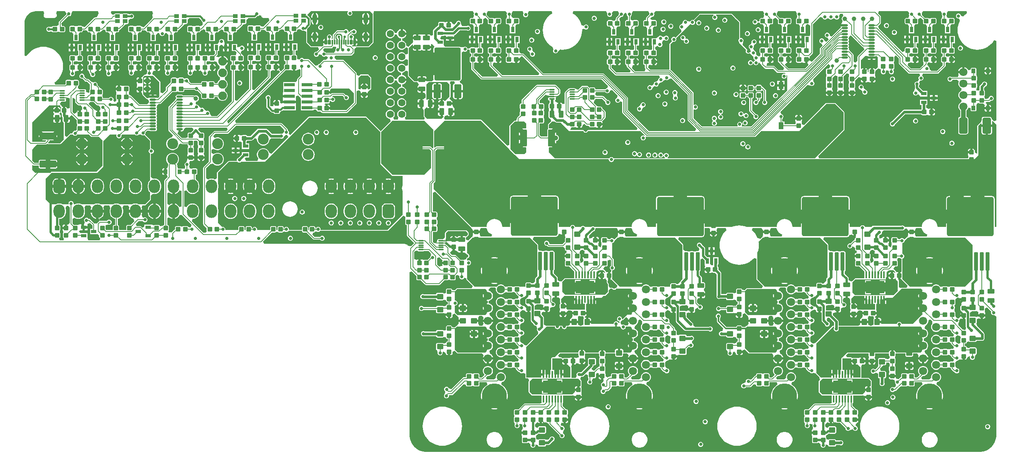
<source format=gbl>
G04*
G04 #@! TF.GenerationSoftware,Altium Limited,Altium Designer,24.3.1 (35)*
G04*
G04 Layer_Physical_Order=6*
G04 Layer_Color=16711680*
%FSLAX25Y25*%
%MOIN*%
G70*
G04*
G04 #@! TF.SameCoordinates,03FD84D8-87D8-4BCB-B200-23DCDFDCD728*
G04*
G04*
G04 #@! TF.FilePolarity,Positive*
G04*
G01*
G75*
%ADD10C,0.00984*%
%ADD11C,0.02362*%
%ADD12C,0.00787*%
%ADD13C,0.03937*%
%ADD14C,0.03937*%
%ADD18C,0.01181*%
G04:AMPARAMS|DCode=19|XSize=39.37mil|YSize=37.4mil|CornerRadius=4.68mil|HoleSize=0mil|Usage=FLASHONLY|Rotation=270.000|XOffset=0mil|YOffset=0mil|HoleType=Round|Shape=RoundedRectangle|*
%AMROUNDEDRECTD19*
21,1,0.03937,0.02805,0,0,270.0*
21,1,0.03002,0.03740,0,0,270.0*
1,1,0.00935,-0.01403,-0.01501*
1,1,0.00935,-0.01403,0.01501*
1,1,0.00935,0.01403,0.01501*
1,1,0.00935,0.01403,-0.01501*
%
%ADD19ROUNDEDRECTD19*%
G04:AMPARAMS|DCode=20|XSize=39.37mil|YSize=39.37mil|CornerRadius=4.92mil|HoleSize=0mil|Usage=FLASHONLY|Rotation=90.000|XOffset=0mil|YOffset=0mil|HoleType=Round|Shape=RoundedRectangle|*
%AMROUNDEDRECTD20*
21,1,0.03937,0.02953,0,0,90.0*
21,1,0.02953,0.03937,0,0,90.0*
1,1,0.00984,0.01476,0.01476*
1,1,0.00984,0.01476,-0.01476*
1,1,0.00984,-0.01476,-0.01476*
1,1,0.00984,-0.01476,0.01476*
%
%ADD20ROUNDEDRECTD20*%
G04:AMPARAMS|DCode=24|XSize=39.37mil|YSize=39.37mil|CornerRadius=4.92mil|HoleSize=0mil|Usage=FLASHONLY|Rotation=0.000|XOffset=0mil|YOffset=0mil|HoleType=Round|Shape=RoundedRectangle|*
%AMROUNDEDRECTD24*
21,1,0.03937,0.02953,0,0,0.0*
21,1,0.02953,0.03937,0,0,0.0*
1,1,0.00984,0.01476,-0.01476*
1,1,0.00984,-0.01476,-0.01476*
1,1,0.00984,-0.01476,0.01476*
1,1,0.00984,0.01476,0.01476*
%
%ADD24ROUNDEDRECTD24*%
G04:AMPARAMS|DCode=25|XSize=57.09mil|YSize=43.31mil|CornerRadius=5.41mil|HoleSize=0mil|Usage=FLASHONLY|Rotation=0.000|XOffset=0mil|YOffset=0mil|HoleType=Round|Shape=RoundedRectangle|*
%AMROUNDEDRECTD25*
21,1,0.05709,0.03248,0,0,0.0*
21,1,0.04626,0.04331,0,0,0.0*
1,1,0.01083,0.02313,-0.01624*
1,1,0.01083,-0.02313,-0.01624*
1,1,0.01083,-0.02313,0.01624*
1,1,0.01083,0.02313,0.01624*
%
%ADD25ROUNDEDRECTD25*%
G04:AMPARAMS|DCode=30|XSize=39.37mil|YSize=37.4mil|CornerRadius=4.68mil|HoleSize=0mil|Usage=FLASHONLY|Rotation=180.000|XOffset=0mil|YOffset=0mil|HoleType=Round|Shape=RoundedRectangle|*
%AMROUNDEDRECTD30*
21,1,0.03937,0.02805,0,0,180.0*
21,1,0.03002,0.03740,0,0,180.0*
1,1,0.00935,-0.01501,0.01403*
1,1,0.00935,0.01501,0.01403*
1,1,0.00935,0.01501,-0.01403*
1,1,0.00935,-0.01501,-0.01403*
%
%ADD30ROUNDEDRECTD30*%
%ADD31R,0.04724X0.03150*%
G04:AMPARAMS|DCode=32|XSize=31.5mil|YSize=43.31mil|CornerRadius=3.94mil|HoleSize=0mil|Usage=FLASHONLY|Rotation=90.000|XOffset=0mil|YOffset=0mil|HoleType=Round|Shape=RoundedRectangle|*
%AMROUNDEDRECTD32*
21,1,0.03150,0.03543,0,0,90.0*
21,1,0.02362,0.04331,0,0,90.0*
1,1,0.00787,0.01772,0.01181*
1,1,0.00787,0.01772,-0.01181*
1,1,0.00787,-0.01772,-0.01181*
1,1,0.00787,-0.01772,0.01181*
%
%ADD32ROUNDEDRECTD32*%
G04:AMPARAMS|DCode=33|XSize=57.09mil|YSize=43.31mil|CornerRadius=5.41mil|HoleSize=0mil|Usage=FLASHONLY|Rotation=270.000|XOffset=0mil|YOffset=0mil|HoleType=Round|Shape=RoundedRectangle|*
%AMROUNDEDRECTD33*
21,1,0.05709,0.03248,0,0,270.0*
21,1,0.04626,0.04331,0,0,270.0*
1,1,0.01083,-0.01624,-0.02313*
1,1,0.01083,-0.01624,0.02313*
1,1,0.01083,0.01624,0.02313*
1,1,0.01083,0.01624,-0.02313*
%
%ADD33ROUNDEDRECTD33*%
%ADD66C,0.01575*%
%ADD67C,0.01968*%
%ADD68O,0.03937X0.08661*%
%ADD69O,0.03937X0.07087*%
%ADD70C,0.07480*%
%ADD71C,0.07087*%
%ADD72C,0.21654*%
%ADD73O,0.09843X0.11811*%
G04:AMPARAMS|DCode=74|XSize=98.43mil|YSize=118.11mil|CornerRadius=24.61mil|HoleSize=0mil|Usage=FLASHONLY|Rotation=0.000|XOffset=0mil|YOffset=0mil|HoleType=Round|Shape=RoundedRectangle|*
%AMROUNDEDRECTD74*
21,1,0.09843,0.06890,0,0,0.0*
21,1,0.04921,0.11811,0,0,0.0*
1,1,0.04921,0.02461,-0.03445*
1,1,0.04921,-0.02461,-0.03445*
1,1,0.04921,-0.02461,0.03445*
1,1,0.04921,0.02461,0.03445*
%
%ADD74ROUNDEDRECTD74*%
%ADD75C,0.06299*%
%ADD76C,0.09449*%
%ADD77C,0.02756*%
%ADD78C,0.02205*%
G04:AMPARAMS|DCode=80|XSize=23.62mil|YSize=43.31mil|CornerRadius=5.91mil|HoleSize=0mil|Usage=FLASHONLY|Rotation=0.000|XOffset=0mil|YOffset=0mil|HoleType=Round|Shape=RoundedRectangle|*
%AMROUNDEDRECTD80*
21,1,0.02362,0.03150,0,0,0.0*
21,1,0.01181,0.04331,0,0,0.0*
1,1,0.01181,0.00591,-0.01575*
1,1,0.01181,-0.00591,-0.01575*
1,1,0.01181,-0.00591,0.01575*
1,1,0.01181,0.00591,0.01575*
%
%ADD80ROUNDEDRECTD80*%
G04:AMPARAMS|DCode=81|XSize=11.81mil|YSize=43.31mil|CornerRadius=2.95mil|HoleSize=0mil|Usage=FLASHONLY|Rotation=0.000|XOffset=0mil|YOffset=0mil|HoleType=Round|Shape=RoundedRectangle|*
%AMROUNDEDRECTD81*
21,1,0.01181,0.03740,0,0,0.0*
21,1,0.00591,0.04331,0,0,0.0*
1,1,0.00591,0.00295,-0.01870*
1,1,0.00591,-0.00295,-0.01870*
1,1,0.00591,-0.00295,0.01870*
1,1,0.00591,0.00295,0.01870*
%
%ADD81ROUNDEDRECTD81*%
%ADD82O,0.05315X0.01181*%
G04:AMPARAMS|DCode=83|XSize=53.15mil|YSize=49.21mil|CornerRadius=4.92mil|HoleSize=0mil|Usage=FLASHONLY|Rotation=90.000|XOffset=0mil|YOffset=0mil|HoleType=Round|Shape=RoundedRectangle|*
%AMROUNDEDRECTD83*
21,1,0.05315,0.03937,0,0,90.0*
21,1,0.04331,0.04921,0,0,90.0*
1,1,0.00984,0.01968,0.02165*
1,1,0.00984,0.01968,-0.02165*
1,1,0.00984,-0.01968,-0.02165*
1,1,0.00984,-0.01968,0.02165*
%
%ADD83ROUNDEDRECTD83*%
G04:AMPARAMS|DCode=84|XSize=53.15mil|YSize=49.21mil|CornerRadius=4.92mil|HoleSize=0mil|Usage=FLASHONLY|Rotation=180.000|XOffset=0mil|YOffset=0mil|HoleType=Round|Shape=RoundedRectangle|*
%AMROUNDEDRECTD84*
21,1,0.05315,0.03937,0,0,180.0*
21,1,0.04331,0.04921,0,0,180.0*
1,1,0.00984,-0.02165,0.01968*
1,1,0.00984,0.02165,0.01968*
1,1,0.00984,0.02165,-0.01968*
1,1,0.00984,-0.02165,-0.01968*
%
%ADD84ROUNDEDRECTD84*%
%ADD85R,0.01772X0.06004*%
%ADD86R,0.16142X0.10827*%
%ADD87R,0.03150X0.04724*%
G04:AMPARAMS|DCode=88|XSize=37.4mil|YSize=35.43mil|CornerRadius=2.66mil|HoleSize=0mil|Usage=FLASHONLY|Rotation=90.000|XOffset=0mil|YOffset=0mil|HoleType=Round|Shape=RoundedRectangle|*
%AMROUNDEDRECTD88*
21,1,0.03740,0.03012,0,0,90.0*
21,1,0.03209,0.03543,0,0,90.0*
1,1,0.00532,0.01506,0.01604*
1,1,0.00532,0.01506,-0.01604*
1,1,0.00532,-0.01506,-0.01604*
1,1,0.00532,-0.01506,0.01604*
%
%ADD88ROUNDEDRECTD88*%
%ADD89O,0.05512X0.01772*%
G04:AMPARAMS|DCode=90|XSize=145.67mil|YSize=59.06mil|CornerRadius=7.38mil|HoleSize=0mil|Usage=FLASHONLY|Rotation=180.000|XOffset=0mil|YOffset=0mil|HoleType=Round|Shape=RoundedRectangle|*
%AMROUNDEDRECTD90*
21,1,0.14567,0.04429,0,0,180.0*
21,1,0.13091,0.05906,0,0,180.0*
1,1,0.01476,-0.06545,0.02215*
1,1,0.01476,0.06545,0.02215*
1,1,0.01476,0.06545,-0.02215*
1,1,0.01476,-0.06545,-0.02215*
%
%ADD90ROUNDEDRECTD90*%
%ADD91R,0.09449X0.02992*%
%ADD92R,0.04331X0.05906*%
G04:AMPARAMS|DCode=93|XSize=145.67mil|YSize=59.06mil|CornerRadius=7.38mil|HoleSize=0mil|Usage=FLASHONLY|Rotation=90.000|XOffset=0mil|YOffset=0mil|HoleType=Round|Shape=RoundedRectangle|*
%AMROUNDEDRECTD93*
21,1,0.14567,0.04429,0,0,90.0*
21,1,0.13091,0.05906,0,0,90.0*
1,1,0.01476,0.02215,0.06545*
1,1,0.01476,0.02215,-0.06545*
1,1,0.01476,-0.02215,-0.06545*
1,1,0.01476,-0.02215,0.06545*
%
%ADD93ROUNDEDRECTD93*%
G04:AMPARAMS|DCode=94|XSize=137.8mil|YSize=70.08mil|CornerRadius=8.76mil|HoleSize=0mil|Usage=FLASHONLY|Rotation=90.000|XOffset=0mil|YOffset=0mil|HoleType=Round|Shape=RoundedRectangle|*
%AMROUNDEDRECTD94*
21,1,0.13780,0.05256,0,0,90.0*
21,1,0.12028,0.07008,0,0,90.0*
1,1,0.01752,0.02628,0.06014*
1,1,0.01752,0.02628,-0.06014*
1,1,0.01752,-0.02628,-0.06014*
1,1,0.01752,-0.02628,0.06014*
%
%ADD94ROUNDEDRECTD94*%
G04:AMPARAMS|DCode=95|XSize=405.51mil|YSize=342.52mil|CornerRadius=17.13mil|HoleSize=0mil|Usage=FLASHONLY|Rotation=0.000|XOffset=0mil|YOffset=0mil|HoleType=Round|Shape=RoundedRectangle|*
%AMROUNDEDRECTD95*
21,1,0.40551,0.30827,0,0,0.0*
21,1,0.37126,0.34252,0,0,0.0*
1,1,0.03425,0.18563,-0.15413*
1,1,0.03425,-0.18563,-0.15413*
1,1,0.03425,-0.18563,0.15413*
1,1,0.03425,0.18563,0.15413*
%
%ADD95ROUNDEDRECTD95*%
G04:AMPARAMS|DCode=96|XSize=33.47mil|YSize=161.42mil|CornerRadius=8.37mil|HoleSize=0mil|Usage=FLASHONLY|Rotation=0.000|XOffset=0mil|YOffset=0mil|HoleType=Round|Shape=RoundedRectangle|*
%AMROUNDEDRECTD96*
21,1,0.03347,0.14469,0,0,0.0*
21,1,0.01673,0.16142,0,0,0.0*
1,1,0.01673,0.00837,-0.07234*
1,1,0.01673,-0.00837,-0.07234*
1,1,0.01673,-0.00837,0.07234*
1,1,0.01673,0.00837,0.07234*
%
%ADD96ROUNDEDRECTD96*%
G04:AMPARAMS|DCode=97|XSize=228.35mil|YSize=283.47mil|CornerRadius=11.42mil|HoleSize=0mil|Usage=FLASHONLY|Rotation=0.000|XOffset=0mil|YOffset=0mil|HoleType=Round|Shape=RoundedRectangle|*
%AMROUNDEDRECTD97*
21,1,0.22835,0.26063,0,0,0.0*
21,1,0.20551,0.28347,0,0,0.0*
1,1,0.02284,0.10276,-0.13031*
1,1,0.02284,-0.10276,-0.13031*
1,1,0.02284,-0.10276,0.13031*
1,1,0.02284,0.10276,0.13031*
%
%ADD97ROUNDEDRECTD97*%
G04:AMPARAMS|DCode=98|XSize=62.99mil|YSize=118.11mil|CornerRadius=7.87mil|HoleSize=0mil|Usage=FLASHONLY|Rotation=0.000|XOffset=0mil|YOffset=0mil|HoleType=Round|Shape=RoundedRectangle|*
%AMROUNDEDRECTD98*
21,1,0.06299,0.10236,0,0,0.0*
21,1,0.04724,0.11811,0,0,0.0*
1,1,0.01575,0.02362,-0.05118*
1,1,0.01575,-0.02362,-0.05118*
1,1,0.01575,-0.02362,0.05118*
1,1,0.01575,0.02362,0.05118*
%
%ADD98ROUNDEDRECTD98*%
%ADD99C,0.02756*%
G36*
X303543Y382283D02*
Y357480D01*
X300000Y353937D01*
X286043D01*
X285754Y354292D01*
X285917Y354755D01*
X286168Y354804D01*
X286434Y354982D01*
X286452Y354956D01*
X286978Y354604D01*
X287189Y354562D01*
Y357677D01*
Y361024D01*
X286993Y361263D01*
X287205Y361774D01*
Y362635D01*
X286875Y363431D01*
X286266Y364040D01*
X285470Y364370D01*
X285290D01*
X285082Y364870D01*
X285642Y365430D01*
X286175Y364897D01*
X286971Y364567D01*
X287832D01*
X288628Y364897D01*
X289237Y365506D01*
X289567Y366302D01*
Y367163D01*
X289237Y367959D01*
X288628Y368568D01*
X287832Y368898D01*
X286971D01*
X286175Y368568D01*
X285566Y367959D01*
X285557Y367936D01*
X285242D01*
X284781Y367845D01*
X284390Y367584D01*
X284390Y367584D01*
X283177Y366371D01*
X282677Y366578D01*
Y367163D01*
X282347Y367959D01*
X281738Y368568D01*
X280943Y368898D01*
X280081D01*
X279285Y368568D01*
X278676Y367959D01*
X278667Y367936D01*
X273189D01*
X273189Y367936D01*
X272728Y367845D01*
X272338Y367584D01*
X272338Y367584D01*
X269379Y364625D01*
X269118Y364234D01*
X269026Y363774D01*
X269026Y363773D01*
Y360676D01*
X268996Y360651D01*
X268406D01*
X268336Y360637D01*
X268199Y360768D01*
X268021Y361085D01*
X268307Y361774D01*
Y362635D01*
X267977Y363431D01*
X267368Y364040D01*
X266572Y364370D01*
X265711D01*
X264915Y364040D01*
X264306Y363431D01*
X263976Y362635D01*
Y361774D01*
X264188Y361263D01*
X263992Y361024D01*
Y357677D01*
X262992D01*
Y356677D01*
X260780D01*
Y356102D01*
X260903Y355482D01*
X261059Y355248D01*
X260823Y354702D01*
X260669Y354672D01*
X260278Y354411D01*
X259805Y353937D01*
X250394D01*
X246850Y357480D01*
Y369383D01*
X249167Y371699D01*
X249167Y371699D01*
X249515Y372220D01*
X249637Y372835D01*
Y377953D01*
X249515Y378567D01*
X249167Y379088D01*
X249167Y379088D01*
X247313Y380942D01*
X247086Y381094D01*
X247039Y381685D01*
X249977Y384623D01*
X282034D01*
X282241Y384123D01*
X282023Y383904D01*
X281693Y383108D01*
Y382246D01*
X282023Y381451D01*
X282632Y380841D01*
X283428Y380512D01*
X284289D01*
X285085Y380841D01*
X285694Y381451D01*
X286024Y382246D01*
Y383108D01*
X285694Y383904D01*
X285475Y384123D01*
X285682Y384623D01*
X301204D01*
X303543Y382283D01*
D02*
G37*
G36*
X112247Y384490D02*
X112796Y383099D01*
X112885Y382654D01*
X112679Y382345D01*
X112469Y381838D01*
X112377Y381377D01*
Y380828D01*
X112469Y380367D01*
X112679Y379860D01*
X112679Y379860D01*
X112820Y379250D01*
X112064Y377864D01*
X104971Y370772D01*
X104936Y370768D01*
X104124Y370900D01*
X102903Y371199D01*
X102701Y371500D01*
X102286Y371778D01*
X101796Y371875D01*
X98991D01*
X98501Y371778D01*
X98434Y371732D01*
X97804Y371500D01*
X96684D01*
X96054Y371732D01*
X95987Y371778D01*
X95497Y371875D01*
X92692D01*
X92202Y371778D01*
X91787Y371500D01*
X91510Y371085D01*
X91412Y370596D01*
Y367594D01*
X91510Y367104D01*
X91787Y366689D01*
X92202Y366411D01*
X92692Y366314D01*
X93872D01*
X94882Y364764D01*
Y358465D01*
X99606D01*
Y364764D01*
X100616Y366314D01*
X101796D01*
X102286Y366411D01*
X102701Y366689D01*
X102978Y367104D01*
X103076Y367594D01*
Y367890D01*
X104997D01*
X104997Y367890D01*
X105192Y367929D01*
X105768Y367831D01*
X107090Y367185D01*
X107352Y366963D01*
X107535Y366689D01*
X107950Y366411D01*
X108440Y366314D01*
X109620D01*
X110630Y364764D01*
Y358465D01*
X115354D01*
Y364100D01*
X116936Y365697D01*
X118074Y365561D01*
X118701Y364670D01*
Y364530D01*
X119030Y363734D01*
X119640Y363125D01*
X120435Y362795D01*
X121297D01*
X122093Y363125D01*
X122702Y363734D01*
X123031Y364530D01*
Y364670D01*
X123659Y365561D01*
X124796Y365697D01*
X126378Y364100D01*
Y358465D01*
X131102D01*
Y364764D01*
X132112Y366314D01*
X133292D01*
X133782Y366411D01*
X134197Y366689D01*
X134474Y367104D01*
X134862Y368260D01*
X135323Y368352D01*
X135714Y368613D01*
X139359Y372259D01*
X139620Y372649D01*
X139712Y373110D01*
X141624Y373402D01*
X141732D01*
X142193Y373494D01*
X142584Y373755D01*
X142845Y374146D01*
X142937Y374606D01*
Y376969D01*
X144059Y378232D01*
X144484Y378512D01*
X153075D01*
X154921Y376666D01*
Y376341D01*
X155251Y375545D01*
X155860Y374936D01*
X156177Y373034D01*
X155648Y372131D01*
X153599Y371690D01*
X153467Y371778D01*
X152977Y371875D01*
X150172D01*
X149683Y371778D01*
X149615Y371732D01*
X148986Y371500D01*
X147865D01*
X147235Y371732D01*
X147168Y371778D01*
X146678Y371875D01*
X143873D01*
X143383Y371778D01*
X142968Y371500D01*
X142691Y371085D01*
X142594Y370596D01*
Y367594D01*
X142691Y367104D01*
X142968Y366689D01*
X143383Y366411D01*
X143873Y366314D01*
X145053D01*
X146063Y364764D01*
Y358465D01*
X150787D01*
Y364346D01*
X150787Y364764D01*
X151797Y366314D01*
X152977D01*
X153467Y366411D01*
X153882Y366689D01*
X154159Y367104D01*
X154791Y367890D01*
X155251Y367982D01*
X155642Y368243D01*
X156373Y368974D01*
X158342Y368159D01*
Y367594D01*
X158439Y367104D01*
X158716Y366689D01*
X159131Y366411D01*
X159621Y366314D01*
X160801D01*
X161811Y364764D01*
Y358465D01*
X166535D01*
Y364764D01*
X167545Y366314D01*
X168725D01*
X169215Y366411D01*
X169630Y366689D01*
X169907Y367104D01*
X170945Y367890D01*
X171406Y367982D01*
X171796Y368243D01*
X172271Y368718D01*
X174090Y367964D01*
Y367594D01*
X174187Y367104D01*
X174464Y366689D01*
X174879Y366411D01*
X175369Y366314D01*
X176549D01*
X177559Y364764D01*
Y358465D01*
X182283D01*
Y364346D01*
X182283Y364764D01*
X183293Y366314D01*
X184473D01*
X184963Y366411D01*
X185378Y366689D01*
X185655Y367104D01*
X186043Y368260D01*
X186504Y368352D01*
X186895Y368613D01*
X190541Y372259D01*
X190802Y372649D01*
X190893Y373110D01*
X192806Y373402D01*
X192913D01*
X193374Y373494D01*
X193765Y373755D01*
X194026Y374146D01*
X194118Y374606D01*
Y376969D01*
X195240Y378232D01*
X195665Y378512D01*
X200984D01*
X200984Y378512D01*
X201599Y378635D01*
X202120Y378983D01*
X203255Y380118D01*
X203580D01*
X204376Y380448D01*
X204897Y380968D01*
X206347Y380876D01*
X206682Y380736D01*
X206916Y380574D01*
X206957Y380367D01*
X207167Y379860D01*
X207428Y379469D01*
X207816Y379081D01*
X208207Y378820D01*
X208714Y378610D01*
X209174Y378519D01*
X213414D01*
X214167Y376700D01*
X208589Y371122D01*
X208554Y371119D01*
X207742Y371250D01*
X206521Y371549D01*
X206319Y371851D01*
X205904Y372128D01*
X205414Y372225D01*
X202609D01*
X202120Y372128D01*
X202052Y372083D01*
X201423Y371851D01*
X200302D01*
X199672Y372083D01*
X199605Y372128D01*
X199115Y372225D01*
X196310D01*
X195820Y372128D01*
X195405Y371851D01*
X195128Y371435D01*
X195030Y370946D01*
Y367944D01*
X195128Y367454D01*
X195405Y367039D01*
X195820Y366762D01*
X196310Y366664D01*
X197490D01*
X198500Y365114D01*
Y358815D01*
X203224D01*
Y365114D01*
X204234Y366664D01*
X205414D01*
X205904Y366762D01*
X206319Y367039D01*
X206596Y367454D01*
X206694Y367944D01*
Y368241D01*
X208615D01*
X208615Y368241D01*
X208810Y368279D01*
X209386Y368181D01*
X210708Y367536D01*
X210970Y367313D01*
X211153Y367039D01*
X211568Y366762D01*
X212058Y366664D01*
X213238D01*
X214248Y365114D01*
Y358815D01*
X218972D01*
Y365114D01*
X219982Y366664D01*
X221162D01*
X221652Y366762D01*
X222067Y367039D01*
X222344Y367454D01*
X223382Y368241D01*
X223843Y368332D01*
X224233Y368593D01*
X224708Y369068D01*
X226527Y368315D01*
Y367944D01*
X226624Y367454D01*
X226901Y367039D01*
X227316Y366762D01*
X227806Y366664D01*
X228986D01*
X229996Y365114D01*
Y358815D01*
X234720D01*
Y365114D01*
X235730Y366664D01*
X236910D01*
X237400Y366762D01*
X237815Y367039D01*
X238092Y367454D01*
X238480Y368611D01*
X238941Y368702D01*
X239332Y368963D01*
X241471Y368459D01*
X242080Y367849D01*
X242876Y367520D01*
X243738D01*
X244079Y367661D01*
X245514Y367027D01*
X245863Y366735D01*
X246017Y366497D01*
X246048Y366403D01*
Y357480D01*
X246109Y357173D01*
X246283Y356913D01*
X246283Y356913D01*
X249826Y353369D01*
X250086Y353195D01*
X250394Y353134D01*
X256430D01*
X257183Y351315D01*
X255177Y349310D01*
X255155Y349319D01*
X254294D01*
X253498Y348989D01*
X252889Y348380D01*
X252559Y347584D01*
Y346723D01*
X252889Y345927D01*
X253498Y345318D01*
X254294Y344988D01*
X255155D01*
X255951Y345318D01*
X256560Y345927D01*
X256843Y346611D01*
X257145Y346818D01*
X257283Y346870D01*
X259252Y346723D01*
X259582Y345927D01*
X260191Y345318D01*
X260987Y344988D01*
X261848D01*
X262644Y345318D01*
X262918Y345592D01*
X264721Y344717D01*
X264722Y343904D01*
X263031Y342229D01*
X261497D01*
X261497Y342229D01*
X261036Y342137D01*
X260645Y341876D01*
X257557Y338787D01*
X257533Y338751D01*
X256805Y338450D01*
X256196Y337841D01*
X256143Y337714D01*
X254330Y337118D01*
X253936Y337137D01*
X248489Y342584D01*
X248099Y342845D01*
X247638Y342936D01*
X247638Y342936D01*
X243971D01*
X243962Y342959D01*
X243353Y343568D01*
X242557Y343898D01*
X241695D01*
X240899Y343568D01*
X240290Y342959D01*
X240158Y342640D01*
X238190Y343032D01*
Y345355D01*
X238092Y345845D01*
X237815Y346260D01*
X237400Y346537D01*
X236910Y346635D01*
X236712D01*
Y350153D01*
X238461D01*
Y356453D01*
X233736D01*
Y350153D01*
X234304D01*
Y346635D01*
X234105D01*
X233616Y346537D01*
X233548Y346492D01*
X232919Y346260D01*
X231798D01*
X231168Y346492D01*
X231101Y346537D01*
X230611Y346635D01*
X227806D01*
X227316Y346537D01*
X226901Y346260D01*
X226624Y345845D01*
X226527Y345355D01*
Y342353D01*
X226624Y341864D01*
X226901Y341449D01*
X227316Y341171D01*
X227806Y341074D01*
X228004D01*
Y338761D01*
X227806D01*
X227316Y338663D01*
X226901Y338386D01*
X226624Y337971D01*
X226527Y337481D01*
Y335001D01*
X223866Y332340D01*
X222337Y333595D01*
X222545Y333907D01*
X222659Y334479D01*
Y334980D01*
X220760D01*
Y332983D01*
X221162D01*
X221735Y333097D01*
X222046Y333305D01*
X223301Y331776D01*
X178483Y286958D01*
X178130Y287029D01*
X177482Y289164D01*
X214631Y326314D01*
X214631Y326314D01*
X214892Y326705D01*
X214984Y327165D01*
X214984Y327165D01*
Y332289D01*
X216914Y333317D01*
X217729Y333134D01*
X217785Y333097D01*
X218357Y332983D01*
X218760D01*
Y335980D01*
Y338978D01*
X218357D01*
X217785Y338864D01*
X217729Y338827D01*
X216575Y338567D01*
X216073Y338587D01*
X215353Y338663D01*
X215246Y338685D01*
X214863Y338761D01*
X214665D01*
Y341074D01*
X214863D01*
X215353Y341171D01*
X215420Y341216D01*
X216050Y341449D01*
X217171D01*
X217800Y341216D01*
X217868Y341171D01*
X218357Y341074D01*
X221162D01*
X221652Y341171D01*
X222067Y341449D01*
X222344Y341864D01*
X222442Y342353D01*
Y345355D01*
X222344Y345845D01*
X222067Y346260D01*
X221652Y346537D01*
X221162Y346635D01*
X220964D01*
Y350153D01*
X222713D01*
Y356453D01*
X217988D01*
Y350153D01*
X218556D01*
Y346635D01*
X218357D01*
X217868Y346537D01*
X217800Y346492D01*
X217171Y346260D01*
X216050D01*
X215420Y346492D01*
X215353Y346537D01*
X214863Y346635D01*
X212058D01*
X211568Y346537D01*
X211153Y346260D01*
X210876Y345845D01*
X210778Y345355D01*
Y342353D01*
X210876Y341864D01*
X211153Y341449D01*
X211568Y341171D01*
X212058Y341074D01*
X212256D01*
Y338761D01*
X212058D01*
X211568Y338663D01*
X211153Y338386D01*
X210876Y337971D01*
X210778Y337481D01*
Y334479D01*
X210876Y333990D01*
X211153Y333575D01*
X211568Y333297D01*
X212058Y333200D01*
X212575D01*
Y327664D01*
X200776Y315864D01*
X199332Y316444D01*
X198917Y316790D01*
Y333200D01*
X199115D01*
X199498Y333276D01*
X199605Y333297D01*
X200325Y333374D01*
X200827Y333393D01*
X201981Y333134D01*
X202037Y333097D01*
X202609Y332983D01*
X203012D01*
Y335980D01*
Y338978D01*
X202609D01*
X202037Y338864D01*
X201981Y338827D01*
X200827Y338567D01*
X200325Y338587D01*
X199605Y338663D01*
X199498Y338685D01*
X199115Y338761D01*
X198917D01*
Y341074D01*
X199115D01*
X199605Y341171D01*
X199672Y341216D01*
X200302Y341449D01*
X201423D01*
X202052Y341216D01*
X202120Y341171D01*
X202609Y341074D01*
X205414D01*
X205904Y341171D01*
X206319Y341449D01*
X206596Y341864D01*
X206694Y342353D01*
Y345355D01*
X206596Y345845D01*
X206319Y346260D01*
X205904Y346537D01*
X205414Y346635D01*
X205216D01*
Y350153D01*
X206965D01*
Y356453D01*
X202240D01*
Y350153D01*
X202808D01*
Y346635D01*
X202609D01*
X202120Y346537D01*
X202052Y346492D01*
X201423Y346260D01*
X200302D01*
X199672Y346492D01*
X199605Y346537D01*
X199115Y346635D01*
X196310D01*
X195820Y346537D01*
X195405Y346260D01*
X195128Y345845D01*
X195030Y345355D01*
Y342353D01*
X195128Y341864D01*
X195405Y341449D01*
X195820Y341171D01*
X196310Y341074D01*
X196508D01*
Y338761D01*
X196310D01*
X195820Y338663D01*
X195405Y338386D01*
X195128Y337971D01*
X195030Y337481D01*
Y334479D01*
X195128Y333990D01*
X195405Y333575D01*
X195820Y333297D01*
X196310Y333200D01*
X196508D01*
Y317109D01*
X185850Y306451D01*
X183881Y307266D01*
Y332849D01*
X184080D01*
X184463Y332926D01*
X184569Y332947D01*
X185290Y333024D01*
X185791Y333043D01*
X186946Y332784D01*
X187001Y332747D01*
X187574Y332633D01*
X187976D01*
Y335630D01*
Y338627D01*
X187574D01*
X187001Y338513D01*
X186946Y338476D01*
X185791Y338217D01*
X185290Y338236D01*
X184569Y338313D01*
X184463Y338334D01*
X184080Y338410D01*
X183881D01*
Y340723D01*
X184080D01*
X184569Y340821D01*
X184637Y340866D01*
X185266Y341098D01*
X186387D01*
X187017Y340866D01*
X187084Y340821D01*
X187574Y340723D01*
X190379D01*
X190869Y340821D01*
X191284Y341098D01*
X191561Y341513D01*
X191658Y342003D01*
Y345005D01*
X191561Y345495D01*
X191284Y345910D01*
X190869Y346187D01*
X190181Y346850D01*
X190089Y347311D01*
X189828Y347702D01*
X189152Y348378D01*
X189377Y349092D01*
X190117Y350197D01*
X190588D01*
X191384Y350526D01*
X191993Y351136D01*
X192323Y351932D01*
Y352793D01*
X191993Y353589D01*
X191384Y354198D01*
X190588Y354528D01*
X189727D01*
X188931Y354198D01*
X188322Y353589D01*
X186173Y353293D01*
X186024Y353373D01*
X186024Y353374D01*
Y356102D01*
X181299D01*
Y349803D01*
X184321D01*
X185374Y348750D01*
X185044Y346578D01*
X184569Y346187D01*
X184080Y346284D01*
X181275D01*
X180785Y346187D01*
X180370Y345910D01*
X180093Y345495D01*
X179995Y345005D01*
Y342003D01*
X180093Y341513D01*
X180370Y341098D01*
X180785Y340821D01*
X181275Y340723D01*
X181473D01*
Y338410D01*
X181275D01*
X180785Y338313D01*
X180370Y338036D01*
X180093Y337620D01*
X179995Y337131D01*
Y334129D01*
X180093Y333639D01*
X180370Y333224D01*
X180785Y332947D01*
X181275Y332849D01*
X181473D01*
Y306404D01*
X168497Y293429D01*
X163630D01*
X162402Y295239D01*
Y296100D01*
X162072Y296896D01*
X161463Y297505D01*
X160667Y297835D01*
X159806D01*
X159533Y297722D01*
X157918Y298612D01*
X157677Y298856D01*
X157348Y299652D01*
X156738Y300261D01*
X155942Y300590D01*
X155081D01*
X154734Y300447D01*
X153327Y301219D01*
X152904Y301642D01*
X152574Y302438D01*
X151965Y303047D01*
X151169Y303377D01*
X150308D01*
X149929Y304373D01*
X150363Y305906D01*
X151064Y306093D01*
X151692Y306456D01*
X152205Y306969D01*
X152568Y307598D01*
X152756Y308299D01*
Y309024D01*
X152568Y309725D01*
X152205Y310354D01*
X151692Y310867D01*
X151064Y311229D01*
X150363Y311417D01*
X149637D01*
X148936Y311229D01*
X148722Y311106D01*
X148505Y311250D01*
X148045Y311342D01*
X148045Y311342D01*
X139101D01*
X139100Y311344D01*
X138547Y311714D01*
X137894Y311844D01*
X134153D01*
X133501Y311714D01*
X132947Y311344D01*
X132577Y310791D01*
X132448Y310138D01*
X132577Y309485D01*
X132947Y308931D01*
X132643Y308330D01*
X132577Y308232D01*
X132567Y308180D01*
X132072Y307200D01*
X126707Y301836D01*
X126446Y301445D01*
X126355Y300984D01*
X126355Y300984D01*
Y281139D01*
X126355Y281139D01*
X126446Y280678D01*
X126707Y280287D01*
X130223Y276772D01*
X129408Y274803D01*
X129196D01*
X127794Y274428D01*
X126537Y273702D01*
X125511Y272676D01*
X124785Y271419D01*
X124409Y270017D01*
Y268566D01*
X124785Y267164D01*
X125511Y265907D01*
X126537Y264881D01*
X127794Y264155D01*
X129196Y263779D01*
X130647D01*
X132049Y264155D01*
X133306Y264881D01*
X134332Y265907D01*
X135057Y267164D01*
X135433Y268566D01*
Y268778D01*
X137402Y269593D01*
X137768Y269227D01*
X137768Y269227D01*
X138159Y268966D01*
X138619Y268875D01*
X138619Y268875D01*
X142889D01*
Y268676D01*
X142986Y268186D01*
X143122Y267983D01*
X143264Y267522D01*
Y266140D01*
X143122Y265679D01*
X142986Y265475D01*
X142889Y264985D01*
Y262180D01*
X142965Y261797D01*
X142986Y261690D01*
X143063Y260970D01*
X143082Y260469D01*
X142823Y259314D01*
X142786Y259259D01*
X142672Y258686D01*
Y258283D01*
X148667D01*
Y258686D01*
X148553Y259259D01*
X148516Y259314D01*
X148256Y260469D01*
X148276Y260970D01*
X148352Y261690D01*
X148374Y261797D01*
X148450Y262180D01*
Y264985D01*
X148352Y265475D01*
X148216Y265679D01*
X148075Y266140D01*
Y267522D01*
X148216Y267983D01*
X148352Y268186D01*
X148450Y268676D01*
Y271481D01*
X148816Y271928D01*
X150975D01*
X151747Y271156D01*
Y268676D01*
X151845Y268186D01*
X151981Y267983D01*
X152122Y267522D01*
Y266140D01*
X151981Y265679D01*
X151845Y265475D01*
X151747Y264985D01*
Y262180D01*
X151823Y261797D01*
X151845Y261690D01*
X151921Y260970D01*
X151941Y260469D01*
X151681Y259314D01*
X151644Y259259D01*
X151530Y258686D01*
Y258283D01*
X157525D01*
Y258686D01*
X157411Y259259D01*
X157374Y259314D01*
X157115Y260469D01*
X157134Y260970D01*
X157211Y261690D01*
X157232Y261797D01*
X157308Y262180D01*
Y264985D01*
X157211Y265475D01*
X157075Y265679D01*
X156933Y266140D01*
Y267522D01*
X157075Y267983D01*
X157211Y268186D01*
X157308Y268676D01*
Y271481D01*
X157211Y271971D01*
X157166Y272039D01*
X156933Y272668D01*
Y273789D01*
X157166Y274418D01*
X157211Y274486D01*
X157308Y274975D01*
Y277781D01*
X157211Y278270D01*
X156933Y278685D01*
X156518Y278963D01*
X156028Y279060D01*
X154302D01*
X152228Y281133D01*
X152128Y281375D01*
X152625Y282608D01*
X153132Y283343D01*
X176918D01*
X177802Y281590D01*
X176681Y280322D01*
X166520D01*
X166059Y280231D01*
X165668Y279970D01*
X161747Y276048D01*
X161486Y275658D01*
X161394Y275197D01*
X161394Y275197D01*
Y253648D01*
X156826Y249080D01*
X156565Y248689D01*
X156473Y248228D01*
X156473Y248228D01*
Y199508D01*
X156473Y199508D01*
X156565Y199047D01*
X156826Y198656D01*
X159523Y195959D01*
Y193381D01*
X159533Y193330D01*
X158856Y192095D01*
X157977Y191906D01*
X156579Y191974D01*
X146561Y201992D01*
X147061Y203379D01*
X147426Y203912D01*
X148734Y204084D01*
X150123Y204659D01*
X151315Y205574D01*
X152231Y206767D01*
X152806Y208155D01*
X153002Y209646D01*
Y211614D01*
X152806Y213104D01*
X152231Y214493D01*
X151315Y215686D01*
X150123Y216601D01*
X148734Y217176D01*
X147244Y217372D01*
X145754Y217176D01*
X144365Y216601D01*
X143173Y215686D01*
X142257Y214493D01*
X142149Y214231D01*
X140181Y214623D01*
Y228291D01*
X142149Y228682D01*
X142258Y228420D01*
X143173Y227228D01*
X144365Y226313D01*
X145754Y225738D01*
X147244Y225541D01*
X148734Y225738D01*
X150123Y226313D01*
X151315Y227228D01*
X152231Y228420D01*
X152806Y229809D01*
X153002Y231299D01*
Y233268D01*
X152806Y234758D01*
X152231Y236147D01*
X151315Y237339D01*
X150123Y238254D01*
X150023Y238296D01*
Y242298D01*
X150222D01*
X150711Y242396D01*
X151126Y242673D01*
X151404Y243088D01*
X151501Y243578D01*
Y246580D01*
X151404Y247069D01*
X151126Y247484D01*
X150711Y247762D01*
X150222Y247859D01*
X147416D01*
X146927Y247762D01*
X146859Y247717D01*
X146238Y247487D01*
X144651Y247995D01*
X144279Y249878D01*
X144355Y249955D01*
X144685Y250750D01*
Y251612D01*
X144355Y252408D01*
X144347Y252416D01*
X145162Y254385D01*
X147170D01*
X147743Y254499D01*
X148228Y254823D01*
X148553Y255308D01*
X148667Y255881D01*
Y256283D01*
X142672D01*
Y255881D01*
X142786Y255308D01*
X142174Y253587D01*
X141948Y253288D01*
X141293Y253017D01*
X140684Y252408D01*
X140354Y251612D01*
Y250750D01*
X140684Y249955D01*
X140877Y249761D01*
X140745Y248704D01*
X140573Y247910D01*
X140436Y247637D01*
X140262Y247585D01*
X138645Y247462D01*
X138117Y247623D01*
X138039Y247675D01*
X137628Y247757D01*
X134616D01*
X133923Y249626D01*
Y250764D01*
X133923Y250764D01*
X133832Y251225D01*
X133571Y251615D01*
X134332Y252521D01*
X135057Y253778D01*
X135433Y255180D01*
Y256631D01*
X135057Y258033D01*
X134332Y259290D01*
X133306Y260316D01*
X132049Y261042D01*
X130647Y261417D01*
X129196D01*
X127794Y261042D01*
X126537Y260316D01*
X125511Y259290D01*
X124785Y258033D01*
X124409Y256631D01*
Y255180D01*
X124785Y253778D01*
X125511Y252521D01*
X126344Y251688D01*
X126314Y251657D01*
X126053Y251267D01*
X125961Y250806D01*
X125961Y250806D01*
Y249834D01*
X125226Y247974D01*
X124721D01*
Y245079D01*
Y242184D01*
X124897D01*
X125424Y241066D01*
X125567Y240262D01*
X123164Y237859D01*
X122903Y237469D01*
X122811Y237008D01*
X122811Y237008D01*
Y198745D01*
X122515D01*
X122025Y198648D01*
X121610Y198370D01*
X121333Y197955D01*
X119323Y197758D01*
X119055Y197861D01*
X118652Y198214D01*
X118547Y198370D01*
X118132Y198648D01*
X117643Y198745D01*
X114641D01*
X114151Y198648D01*
X113779Y198399D01*
X113470Y198457D01*
X111811Y198994D01*
Y199016D01*
X105512D01*
Y197188D01*
X103693Y196435D01*
X102820Y197308D01*
X102429Y197569D01*
X101969Y197661D01*
X101969Y197661D01*
X98703D01*
X97888Y199629D01*
X100204Y201945D01*
X104061D01*
X104070Y201923D01*
X104679Y201314D01*
X105475Y200984D01*
X106336D01*
X107132Y201314D01*
X107741Y201923D01*
X108071Y202719D01*
Y203580D01*
X107741Y204376D01*
X107132Y204985D01*
X106336Y205315D01*
X105475D01*
X104679Y204985D01*
X103920Y205222D01*
X103600Y205604D01*
X102920Y207480D01*
X103200Y208155D01*
X103370Y209449D01*
X97638D01*
X91906D01*
X92076Y208155D01*
X92651Y206767D01*
X93566Y205574D01*
X94759Y204659D01*
X96148Y204084D01*
X96152Y204083D01*
X96857Y202005D01*
X93597Y198745D01*
X91019D01*
X90529Y198648D01*
X90114Y198370D01*
X89837Y197955D01*
X89739Y197466D01*
Y194660D01*
X89367Y194207D01*
X83861D01*
X83489Y194660D01*
Y197466D01*
X83392Y197955D01*
X83114Y198370D01*
X82699Y198648D01*
X82307Y198726D01*
Y204046D01*
X82593Y204084D01*
X83981Y204659D01*
X85174Y205574D01*
X86089Y206767D01*
X86664Y208155D01*
X86860Y209646D01*
Y211614D01*
X86664Y213104D01*
X86391Y213764D01*
X87276Y215455D01*
X87619Y215733D01*
X91121D01*
X91464Y215455D01*
X92349Y213764D01*
X92076Y213104D01*
X91906Y211811D01*
X97638D01*
X103370D01*
X103200Y213104D01*
X102926Y213764D01*
X103811Y215455D01*
X104154Y215733D01*
X105905D01*
X106213Y215794D01*
X106473Y215968D01*
X106473Y215968D01*
X110804Y220298D01*
X110978Y220559D01*
X111039Y220866D01*
Y224288D01*
X112277Y225380D01*
X113007Y225695D01*
X114173Y225541D01*
X115664Y225738D01*
X117052Y226313D01*
X118245Y227228D01*
X119160Y228420D01*
X119735Y229809D01*
X119931Y231299D01*
Y233268D01*
X119735Y234758D01*
X119160Y236147D01*
X118245Y237339D01*
X117052Y238254D01*
X115664Y238829D01*
X114173Y239026D01*
X113007Y238872D01*
X112277Y239187D01*
X111039Y240279D01*
Y260647D01*
X111826D01*
X112622Y260976D01*
X113231Y261585D01*
X113561Y262381D01*
Y263243D01*
X113231Y264039D01*
X112622Y264648D01*
X111826Y264977D01*
X111039D01*
Y272047D01*
X111039Y272047D01*
X110978Y272355D01*
X110804Y272615D01*
X110804Y272615D01*
X108146Y275273D01*
X108146Y275273D01*
X106036Y277383D01*
X106166Y277514D01*
X106496Y278309D01*
Y279171D01*
X106487Y279193D01*
X107899Y280605D01*
X109719Y280782D01*
X110272Y280412D01*
X110925Y280282D01*
X114665D01*
X115318Y280412D01*
X115318Y280412D01*
X115872Y280782D01*
X116201Y281275D01*
X116241Y281335D01*
X116242Y281335D01*
X116242Y281335D01*
X116371Y281988D01*
X116371Y281988D01*
X116357Y282060D01*
X116242Y282641D01*
X115910Y283268D01*
X116242Y283894D01*
X116371Y284547D01*
X116242Y285200D01*
X116242Y285200D01*
X115872Y285753D01*
Y285900D01*
X116201Y286393D01*
X116242Y286453D01*
X116242Y286454D01*
X116371Y287106D01*
X116242Y287759D01*
X115910Y288386D01*
X116242Y289013D01*
X116371Y289665D01*
X116242Y290318D01*
X116242Y290318D01*
X115872Y290872D01*
Y291018D01*
X116242Y291571D01*
X116371Y292224D01*
X116242Y292877D01*
X115872Y293431D01*
Y293577D01*
X116242Y294131D01*
X116371Y294783D01*
X116242Y295436D01*
X115872Y295990D01*
Y296136D01*
X116201Y296629D01*
X116242Y296690D01*
X116242Y296690D01*
X116371Y297342D01*
X116242Y297995D01*
X115910Y298622D01*
X116242Y299249D01*
X116371Y299902D01*
X116242Y300554D01*
X116242Y300554D01*
X115872Y301108D01*
Y301254D01*
X116201Y301747D01*
X116242Y301808D01*
X116242Y301808D01*
X116371Y302461D01*
X117960Y303815D01*
X118996D01*
X118996Y303815D01*
X119457Y303907D01*
X119848Y304168D01*
X129828Y314149D01*
X132308D01*
X132798Y314246D01*
X132865Y314291D01*
X133495Y314523D01*
X134616D01*
X135245Y314291D01*
X135312Y314246D01*
X135802Y314149D01*
X138607D01*
X139097Y314246D01*
X139512Y314523D01*
X139789Y314938D01*
X139887Y315428D01*
Y316119D01*
X148942D01*
X148952Y316096D01*
X149561Y315487D01*
X150357Y315158D01*
X151218D01*
X151560Y315299D01*
X154798Y312061D01*
Y309523D01*
X154896Y309033D01*
X155173Y308618D01*
X155588Y308341D01*
X156078Y308243D01*
X158883D01*
X159372Y308341D01*
X159440Y308386D01*
X160070Y308618D01*
X161190D01*
X161820Y308386D01*
X161887Y308341D01*
X162377Y308243D01*
X165182D01*
X165672Y308341D01*
X166087Y308618D01*
X166364Y309033D01*
X166462Y309523D01*
Y309819D01*
X168864D01*
X169009Y309276D01*
X169605Y308244D01*
X170448Y307401D01*
X171481Y306805D01*
X172632Y306496D01*
X173824D01*
X174976Y306805D01*
X176008Y307401D01*
X176851Y308244D01*
X177447Y309276D01*
X177756Y310428D01*
Y311620D01*
X177447Y312771D01*
X176851Y313804D01*
X176008Y314647D01*
X175519Y314929D01*
X175360Y315478D01*
Y316569D01*
X175519Y317118D01*
X176008Y317401D01*
X176851Y318244D01*
X177447Y319276D01*
X177756Y320428D01*
Y321620D01*
X177447Y322771D01*
X176851Y323804D01*
X176008Y324647D01*
X175519Y324929D01*
X175360Y325478D01*
X175360Y326569D01*
X175519Y327118D01*
X176008Y327401D01*
X176851Y328244D01*
X177447Y329276D01*
X177756Y330428D01*
Y331620D01*
X177447Y332771D01*
X176851Y333804D01*
X176008Y334647D01*
X175713Y334817D01*
X175658Y334969D01*
X175706Y336981D01*
X176139Y337231D01*
X177021Y338113D01*
X177646Y339194D01*
X177868Y340024D01*
X173228D01*
Y341024D01*
X172228D01*
Y345663D01*
X171399Y345441D01*
X170318Y344817D01*
X170130Y344629D01*
X167965Y344994D01*
X167895Y345045D01*
X167814Y345275D01*
X167829Y345358D01*
X168765Y346294D01*
X168765Y346294D01*
X169026Y346685D01*
X169118Y347146D01*
X169118Y347146D01*
Y349803D01*
X170276D01*
Y354101D01*
X171964Y355328D01*
X172017Y355346D01*
X173380Y354845D01*
X173606Y354284D01*
Y353953D01*
X175181D01*
Y357254D01*
X174606Y357837D01*
X174606Y358698D01*
X174277Y359494D01*
X173668Y360103D01*
X172872Y360433D01*
X172010D01*
X171214Y360103D01*
X170605Y359494D01*
X170276Y358698D01*
Y358071D01*
X170276Y357837D01*
X168972Y356102D01*
X168933Y356102D01*
Y356102D01*
X168847Y356102D01*
X165551D01*
Y349803D01*
X166709D01*
Y347644D01*
X165349Y346284D01*
X162968D01*
X162478Y346187D01*
X162410Y346142D01*
X161781Y345910D01*
X160660D01*
X160031Y346142D01*
X159963Y346187D01*
X159473Y346284D01*
X156668D01*
X156179Y346187D01*
X155975Y346051D01*
X155514Y345910D01*
X154380D01*
X152567Y346884D01*
Y349803D01*
X154527D01*
Y356102D01*
X149803D01*
Y349803D01*
X150158D01*
Y346519D01*
X148317Y345976D01*
X147539Y346030D01*
X147235Y346142D01*
X147168Y346187D01*
X146678Y346284D01*
X143873D01*
X143383Y346187D01*
X142968Y345910D01*
X142691Y345495D01*
X142594Y345005D01*
Y342003D01*
X142691Y341513D01*
X142968Y341098D01*
X143383Y340821D01*
X143873Y340723D01*
X144071D01*
Y338410D01*
X143873D01*
X143383Y338313D01*
X142968Y338036D01*
X142691Y337621D01*
X142594Y337131D01*
Y334129D01*
X142691Y333639D01*
X142968Y333224D01*
X143292Y332340D01*
X143110Y331139D01*
Y330278D01*
X143440Y329482D01*
X144049Y328873D01*
X144845Y328543D01*
X145706D01*
X146502Y328873D01*
X147111Y329482D01*
X147441Y330278D01*
Y331139D01*
X147504Y331407D01*
X147720Y331805D01*
X149049Y332895D01*
X149544Y332784D01*
X149600Y332747D01*
X150172Y332633D01*
X150575D01*
Y335630D01*
X152575D01*
Y332633D01*
X152977D01*
X153550Y332747D01*
X153779Y332900D01*
X154358Y332994D01*
X155729Y331719D01*
X155926Y331275D01*
X155905Y331139D01*
Y330278D01*
X156235Y329482D01*
X156844Y328873D01*
X157640Y328543D01*
X158502D01*
X159297Y328873D01*
X159906Y329482D01*
X160236Y330278D01*
Y331139D01*
X160300Y331407D01*
X160515Y331805D01*
X161844Y332895D01*
X162340Y332784D01*
X162395Y332747D01*
X162968Y332633D01*
X163370D01*
Y335630D01*
Y338627D01*
X162968D01*
X162395Y338513D01*
X162340Y338476D01*
X161185Y338217D01*
X160684Y338236D01*
X159963Y338313D01*
X159856Y338334D01*
X159473Y338410D01*
X159275D01*
Y340723D01*
X159473D01*
X159963Y340821D01*
X160031Y340866D01*
X160660Y341098D01*
X161781D01*
X162410Y340866D01*
X162478Y340821D01*
X162968Y340723D01*
X165773D01*
X166262Y340821D01*
X166520Y340993D01*
X167605Y340740D01*
X167903Y340626D01*
X168514Y340304D01*
X168811Y339194D01*
X169435Y338113D01*
X170318Y337231D01*
X170750Y336981D01*
X170799Y334969D01*
X170744Y334817D01*
X170448Y334647D01*
X169605Y333804D01*
X169009Y332771D01*
X168701Y331620D01*
Y330428D01*
X169009Y329276D01*
X169605Y328244D01*
X170448Y327401D01*
X170938Y327118D01*
X171097Y326569D01*
X171097Y325478D01*
X170938Y324929D01*
X170448Y324647D01*
X169605Y323804D01*
X169009Y322771D01*
X168822Y322070D01*
X166462D01*
Y322367D01*
X166364Y322857D01*
X166087Y323272D01*
X165672Y323549D01*
X165182Y323647D01*
X162377D01*
X161887Y323549D01*
X161820Y323504D01*
X161190Y323272D01*
X160070D01*
X159440Y323504D01*
X159372Y323549D01*
X158883Y323647D01*
X156078D01*
X155588Y323549D01*
X155173Y323272D01*
X154896Y322857D01*
X154798Y322367D01*
Y322070D01*
X145774D01*
X144282Y323563D01*
X144291Y323585D01*
Y324447D01*
X143962Y325242D01*
X143352Y325851D01*
X142557Y326181D01*
X141695D01*
X140472Y326056D01*
X139709Y326421D01*
Y326421D01*
X139294Y326699D01*
X138804Y326796D01*
X135999D01*
X135509Y326699D01*
X135442Y326654D01*
X134812Y326421D01*
X133692D01*
X133062Y326654D01*
X132995Y326699D01*
X132505Y326796D01*
X129700D01*
X129210Y326699D01*
X128795Y326421D01*
X128518Y326006D01*
X128420Y325517D01*
Y322938D01*
X124345Y318863D01*
X124084Y318473D01*
X123993Y318012D01*
X123993Y318012D01*
Y315853D01*
X121275Y313136D01*
X119307Y313951D01*
X119307Y322835D01*
X119246Y323142D01*
X119072Y323402D01*
X119072Y323402D01*
X113560Y328914D01*
X113299Y329088D01*
X112382Y329933D01*
X112546Y332018D01*
X113616Y332895D01*
X114111Y332784D01*
X114167Y332747D01*
X114739Y332633D01*
X115142D01*
Y335630D01*
Y338627D01*
X114739D01*
X114167Y338513D01*
X114111Y338476D01*
X112957Y338217D01*
X112455Y338236D01*
X111735Y338313D01*
X111628Y338334D01*
X111245Y338410D01*
X111047D01*
Y340723D01*
X111245D01*
X111735Y340821D01*
X111802Y340866D01*
X112432Y341098D01*
X113552D01*
X114182Y340866D01*
X114250Y340821D01*
X114739Y340723D01*
X117544D01*
X118034Y340821D01*
X118449Y341098D01*
X118726Y341513D01*
X118824Y342003D01*
Y345005D01*
X118726Y345495D01*
X118449Y345910D01*
X118034Y346187D01*
X117544Y346284D01*
X117346D01*
Y349803D01*
X119095D01*
Y356102D01*
X114370D01*
Y349803D01*
X114937D01*
Y346284D01*
X114739D01*
X114250Y346187D01*
X114182Y346142D01*
X113552Y345910D01*
X112432D01*
X111802Y346142D01*
X111735Y346187D01*
X111245Y346284D01*
X108440D01*
X107950Y346187D01*
X107535Y345910D01*
X107258Y345495D01*
X107160Y345005D01*
Y342003D01*
X107258Y341513D01*
X107535Y341098D01*
X107950Y340821D01*
X108440Y340723D01*
X108638D01*
Y338410D01*
X108440D01*
X107950Y338313D01*
X107535Y338036D01*
X107258Y337620D01*
X107160Y337131D01*
Y334129D01*
X107258Y333639D01*
X107535Y333224D01*
X107859Y332340D01*
X107677Y331139D01*
Y330278D01*
X106014Y329149D01*
X105512D01*
X105205Y329088D01*
X104944Y328914D01*
X103763Y327733D01*
X103589Y327473D01*
X103051Y327013D01*
X102575D01*
Y324016D01*
X101575D01*
Y323016D01*
X98577D01*
Y322539D01*
X98693Y321957D01*
X98928Y321605D01*
X99023Y321317D01*
Y319628D01*
X98928Y319340D01*
X98693Y318988D01*
X98577Y318406D01*
Y317929D01*
X101575D01*
Y316929D01*
X102575D01*
Y313931D01*
X102886D01*
X103528Y312205D01*
X103589Y311897D01*
X103763Y311637D01*
X106913Y308487D01*
X107173Y308313D01*
X107351Y308278D01*
X108741Y307760D01*
X109265Y306428D01*
X109418Y305776D01*
X109349Y305673D01*
X109349Y305673D01*
X109219Y305020D01*
X107631Y303665D01*
X101284D01*
X94058Y310891D01*
X93667Y311152D01*
X93206Y311244D01*
X92348Y312030D01*
X92071Y312445D01*
X92037Y312591D01*
Y314377D01*
X92071Y314523D01*
X92348Y314938D01*
X92446Y315428D01*
Y318430D01*
X92348Y318920D01*
X92071Y319335D01*
X91656Y319612D01*
X91166Y319710D01*
X88361D01*
X87978Y319634D01*
X87872Y319612D01*
X87151Y319535D01*
X86650Y319516D01*
X85495Y319776D01*
X85440Y319812D01*
X84867Y319926D01*
X84465D01*
Y316929D01*
X83465D01*
Y315929D01*
X80566D01*
Y315428D01*
X80680Y314856D01*
X80930Y314481D01*
X80963Y314391D01*
X81024Y314124D01*
X81134Y312732D01*
X80989Y312193D01*
X80880Y312030D01*
X80783Y311540D01*
Y308538D01*
X80880Y308049D01*
X81061Y307777D01*
X81138Y307303D01*
X81094Y306546D01*
X79424Y305519D01*
X78490Y307313D01*
X78543Y307443D01*
Y308305D01*
X78214Y309101D01*
X77605Y309710D01*
X76809Y310039D01*
X75947D01*
X75151Y309710D01*
X74542Y309101D01*
X74533Y309078D01*
X69217D01*
Y309769D01*
X69203Y309842D01*
X69120Y310288D01*
X69099Y311221D01*
X69120Y312153D01*
X69203Y312599D01*
X69217Y312672D01*
Y315674D01*
X69120Y316164D01*
X68843Y316579D01*
X68428Y316856D01*
X68355Y316871D01*
X66821Y317848D01*
X66729Y318309D01*
X66468Y318699D01*
X64754Y320413D01*
X64764Y320435D01*
Y321297D01*
X64434Y322093D01*
X63825Y322702D01*
X63029Y323031D01*
X62168D01*
X61879Y322912D01*
X61285Y322721D01*
X59241Y323171D01*
X57032Y325380D01*
X56641Y325641D01*
X56180Y325733D01*
X56180Y325733D01*
X55104D01*
X53337Y327500D01*
X53347Y327522D01*
Y328383D01*
X53017Y329179D01*
X52408Y329788D01*
X51612Y330118D01*
X50750D01*
X49955Y329788D01*
X49345Y329179D01*
X49016Y328383D01*
Y327522D01*
X49345Y326726D01*
X49955Y326117D01*
X50750Y325787D01*
X51612D01*
X51634Y325797D01*
X53754Y323677D01*
X53754Y323677D01*
X54144Y323416D01*
X54605Y323324D01*
X55681D01*
X58023Y320983D01*
Y316642D01*
X57929Y316579D01*
X57652Y316164D01*
X57554Y315674D01*
Y314138D01*
X56963Y313726D01*
X55177Y314173D01*
X54847Y314650D01*
X54948Y315158D01*
X54841Y315695D01*
X54537Y316151D01*
X54537Y316151D01*
X54081Y316456D01*
X53543Y316562D01*
X49409D01*
X49165Y316514D01*
X47673Y317808D01*
X47771Y319373D01*
X48173Y319641D01*
X48451Y320057D01*
X48548Y320546D01*
Y323548D01*
X48451Y324038D01*
X48173Y324453D01*
X47758Y324730D01*
X47269Y324828D01*
X44464D01*
X43974Y324730D01*
X43906Y324685D01*
X43277Y324453D01*
X42156D01*
X41527Y324685D01*
X41459Y324730D01*
X40969Y324828D01*
X38164D01*
X37675Y324730D01*
X37260Y324453D01*
X36982Y324038D01*
X36885Y323548D01*
Y321068D01*
X36481Y320665D01*
X28053D01*
X27456Y322633D01*
X28109Y323070D01*
X29788Y324542D01*
X31261Y326221D01*
X32501Y328078D01*
X33489Y330081D01*
X34207Y332196D01*
X34642Y334386D01*
X34789Y336614D01*
X34642Y338843D01*
X34207Y341033D01*
X33489Y343147D01*
X32501Y345150D01*
X31261Y347007D01*
X29788Y348686D01*
X28109Y350158D01*
X26252Y351399D01*
X24250Y352387D01*
X22135Y353104D01*
X19945Y353540D01*
X17717Y353686D01*
X15488Y353540D01*
X13298Y353104D01*
X11183Y352387D01*
X9181Y351399D01*
X7324Y350158D01*
X5645Y348686D01*
X4172Y347007D01*
X3173Y345511D01*
X1901Y345689D01*
X1204Y346054D01*
Y374016D01*
X1204Y374711D01*
X1386Y376090D01*
X1746Y377432D01*
X2278Y378717D01*
X2973Y379921D01*
X3819Y381024D01*
X4802Y382008D01*
X5906Y382854D01*
X7110Y383549D01*
X8394Y384081D01*
X9737Y384441D01*
X11116Y384623D01*
X17654D01*
X17759Y384490D01*
X18308Y383099D01*
X18397Y382654D01*
X18190Y382345D01*
X17980Y381838D01*
X17889Y381377D01*
Y380828D01*
X17980Y380367D01*
X18190Y379860D01*
X18451Y379469D01*
X18839Y379081D01*
X19230Y378820D01*
X19737Y378610D01*
X20198Y378519D01*
X27046D01*
X27507Y378610D01*
X28014Y378820D01*
X28405Y379081D01*
X28793Y379469D01*
X29054Y379860D01*
X29264Y380367D01*
X29355Y380828D01*
Y381377D01*
X29264Y381838D01*
X29054Y382345D01*
X28847Y382654D01*
X28936Y383099D01*
X29485Y384490D01*
X29590Y384623D01*
X36420D01*
X36506Y384559D01*
X37593Y382723D01*
X37598Y382654D01*
Y381853D01*
X37608Y381830D01*
X31432Y375655D01*
X31419Y375635D01*
X31399Y375621D01*
X31288Y375440D01*
X31171Y375264D01*
X31166Y375240D01*
X31154Y375220D01*
X31121Y375011D01*
X31079Y374803D01*
X31084Y374780D01*
X31080Y374756D01*
X31163Y372636D01*
X29801Y371796D01*
X29233Y371624D01*
X28962Y371678D01*
X26156D01*
X25667Y371581D01*
X25252Y371303D01*
X24229Y370935D01*
X22992Y371013D01*
X22872Y371063D01*
X22010D01*
X21214Y370733D01*
X20605Y370124D01*
X20276Y369328D01*
Y368467D01*
X20605Y367671D01*
X21214Y367062D01*
X22010Y366732D01*
X22872D01*
X22992Y366782D01*
X24229Y366860D01*
X25252Y366492D01*
X25667Y366215D01*
X26156Y366117D01*
X28962D01*
X29451Y366215D01*
X29519Y366260D01*
X30148Y366492D01*
X31269D01*
X31898Y366260D01*
X31966Y366215D01*
X32456Y366117D01*
X35261D01*
X35750Y366215D01*
X36166Y366492D01*
X36443Y366907D01*
X36540Y367397D01*
Y370399D01*
X36443Y370888D01*
X36166Y371303D01*
X35750Y371581D01*
X35261Y371678D01*
X33611D01*
X33507Y374324D01*
X39311Y380127D01*
X39333Y380118D01*
X40194D01*
X40990Y380448D01*
X41600Y381057D01*
X41929Y381853D01*
Y382654D01*
X41929Y382714D01*
X43022Y384559D01*
X43107Y384623D01*
X64898D01*
X65003Y384490D01*
X65552Y383099D01*
X65641Y382654D01*
X65434Y382345D01*
X65224Y381838D01*
X65133Y381377D01*
Y380828D01*
X64433Y379817D01*
X64334Y379706D01*
X63595Y379157D01*
X62674D01*
X62674Y379157D01*
X62213Y379065D01*
X61823Y378804D01*
X53790Y370772D01*
X53755Y370768D01*
X52943Y370900D01*
X51722Y371199D01*
X51520Y371500D01*
X51105Y371778D01*
X50615Y371875D01*
X47810D01*
X47320Y371778D01*
X47253Y371732D01*
X46623Y371500D01*
X45503D01*
X44873Y371732D01*
X44806Y371778D01*
X44316Y371875D01*
X41511D01*
X41021Y371778D01*
X40606Y371500D01*
X40329Y371085D01*
X40231Y370596D01*
Y367594D01*
X40329Y367104D01*
X40606Y366689D01*
X41021Y366411D01*
X41511Y366314D01*
X42691D01*
X43701Y364764D01*
Y358465D01*
X48425D01*
Y364764D01*
X49435Y366314D01*
X50615D01*
X51105Y366411D01*
X51520Y366689D01*
X51797Y367104D01*
X51895Y367594D01*
Y367890D01*
X53816D01*
X53816Y367890D01*
X54011Y367929D01*
X54587Y367831D01*
X55909Y367185D01*
X56171Y366963D01*
X56354Y366689D01*
X56769Y366411D01*
X57259Y366314D01*
X58439D01*
X59449Y364764D01*
Y358465D01*
X64173D01*
Y364764D01*
X65183Y366314D01*
X66363D01*
X66853Y366411D01*
X67268Y366689D01*
X67545Y367104D01*
X68583Y367890D01*
X69043Y367982D01*
X69434Y368243D01*
X69909Y368718D01*
X71727Y367964D01*
Y367594D01*
X71825Y367104D01*
X72102Y366689D01*
X72517Y366411D01*
X73007Y366314D01*
X74187D01*
X75197Y364764D01*
Y358465D01*
X79921D01*
Y364764D01*
X80931Y366314D01*
X82111D01*
X82601Y366411D01*
X83016Y366689D01*
X83293Y367104D01*
X83681Y368260D01*
X84142Y368352D01*
X84533Y368613D01*
X88178Y372259D01*
X88439Y372649D01*
X88531Y373110D01*
X90443Y373402D01*
X90551D01*
X91012Y373494D01*
X91403Y373755D01*
X91664Y374146D01*
X91755Y374606D01*
Y376856D01*
X92225Y377367D01*
X93316Y378125D01*
X93579Y378069D01*
X93861Y377953D01*
X94722D01*
X95518Y378282D01*
X96127Y378891D01*
X96457Y379687D01*
Y380549D01*
X96127Y381345D01*
X95518Y381954D01*
X94722Y382283D01*
X93861D01*
X93579Y382167D01*
X92751Y381991D01*
X91403Y382151D01*
X91012Y382412D01*
X90551Y382503D01*
X87008D01*
X86547Y382412D01*
X85916Y382151D01*
X84950D01*
X84319Y382412D01*
X83858Y382503D01*
X80315D01*
X79854Y382412D01*
X79463Y382151D01*
X79202Y381760D01*
X77652Y381716D01*
X76773Y382541D01*
X76251Y383277D01*
X76729Y384490D01*
X76834Y384623D01*
X112142D01*
X112247Y384490D01*
D02*
G37*
G36*
X618026Y378824D02*
X618243Y378301D01*
X618852Y377692D01*
X619375Y377475D01*
X622047Y374803D01*
Y360543D01*
X621786Y360282D01*
X621457Y359486D01*
Y358624D01*
X621786Y357828D01*
X622047Y357568D01*
Y357087D01*
X628142Y350992D01*
X628049Y350899D01*
X627719Y350103D01*
Y349241D01*
X628049Y348446D01*
X628658Y347836D01*
X629454Y347507D01*
X630315D01*
X631111Y347836D01*
X631204Y347930D01*
X634496Y344638D01*
X634449Y344525D01*
Y343664D01*
X634778Y342868D01*
X635388Y342259D01*
X635530Y342200D01*
Y341658D01*
X635388Y341599D01*
X634778Y340990D01*
X634517Y340359D01*
X633987D01*
X633726Y340990D01*
X633116Y341599D01*
X632320Y341929D01*
X631459D01*
X630663Y341599D01*
X630054Y340990D01*
X629724Y340195D01*
Y339333D01*
X630054Y338537D01*
X630663Y337928D01*
X631459Y337598D01*
X632320D01*
X633116Y337928D01*
X633726Y338537D01*
X633987Y339168D01*
X634517D01*
X634778Y338537D01*
X635388Y337928D01*
X636184Y337598D01*
X637045D01*
X637841Y337928D01*
X638450Y338537D01*
X638779Y339333D01*
Y339647D01*
X639280Y339854D01*
X641410Y337724D01*
X641668Y337337D01*
X644030Y334975D01*
X644417Y334717D01*
X644882Y334252D01*
X651840D01*
X654778Y331314D01*
X654778Y331314D01*
X655169Y331053D01*
X655630Y330961D01*
X655630Y330961D01*
X661559D01*
X662148Y330372D01*
X661864Y329948D01*
X661454Y330118D01*
X660593D01*
X659797Y329788D01*
X659188Y329179D01*
X658858Y328383D01*
Y327522D01*
X659188Y326726D01*
X659797Y326117D01*
X660593Y325787D01*
X661454D01*
X662250Y326117D01*
X662859Y326726D01*
X663189Y327522D01*
Y328383D01*
X663019Y328793D01*
X663443Y329077D01*
X663779Y328740D01*
Y315614D01*
X632417Y284252D01*
X624242D01*
X624035Y284752D01*
X624277Y284994D01*
X624606Y285790D01*
Y286348D01*
X624606Y286651D01*
X625068Y286806D01*
X625330Y286175D01*
X625939Y285566D01*
X626735Y285236D01*
X627596D01*
X628392Y285566D01*
X629001Y286175D01*
X629331Y286971D01*
Y287832D01*
X629001Y288628D01*
X628392Y289237D01*
X627596Y289567D01*
X626735D01*
X625939Y289237D01*
X625330Y288628D01*
X625000Y287832D01*
Y287274D01*
X625000Y286971D01*
X624538Y286816D01*
X624277Y287447D01*
X623667Y288056D01*
X622872Y288386D01*
X622010D01*
X621214Y288056D01*
X620605Y287447D01*
X620276Y286651D01*
Y285790D01*
X620605Y284994D01*
X620847Y284752D01*
X620640Y284252D01*
X589630D01*
X582291Y291591D01*
Y299033D01*
X582791Y299279D01*
X583428Y299016D01*
X584289D01*
X585085Y299345D01*
X585694Y299955D01*
X586024Y300750D01*
Y301612D01*
X585694Y302408D01*
X585085Y303017D01*
X584289Y303346D01*
X583428D01*
X582791Y303083D01*
X582291Y303329D01*
Y313402D01*
X582291Y313402D01*
X582199Y313862D01*
X581938Y314253D01*
X581938Y314253D01*
X562804Y333387D01*
X562414Y333648D01*
X562205Y333690D01*
X562205Y355906D01*
X564352Y358053D01*
X564782Y357874D01*
X565644D01*
X566440Y358204D01*
X567049Y358813D01*
X567379Y359609D01*
Y360471D01*
X567200Y360901D01*
X579768Y373469D01*
X580269Y372968D01*
X581065Y372638D01*
X581927D01*
X582723Y372968D01*
X583332Y373577D01*
X583661Y374372D01*
Y375234D01*
X583332Y376030D01*
X582830Y376531D01*
X587795Y381496D01*
X599525D01*
X599625Y380996D01*
X599561Y380970D01*
X598952Y380360D01*
X598622Y379565D01*
Y378703D01*
X598952Y377907D01*
X599561Y377298D01*
X600357Y376969D01*
X601218D01*
X602014Y377298D01*
X602623Y377907D01*
X602953Y378703D01*
Y379565D01*
X602623Y380360D01*
X602014Y380970D01*
X601950Y380996D01*
X602049Y381496D01*
X615354D01*
X618026Y378824D01*
D02*
G37*
G36*
X819665Y383925D02*
X819844Y382654D01*
X818347Y381654D01*
X816669Y380182D01*
X816535Y380030D01*
X814567Y380746D01*
X814237Y381541D01*
X813628Y382151D01*
X812832Y382480D01*
X811971D01*
X811175Y382151D01*
X810566Y381541D01*
X810236Y380746D01*
Y379884D01*
X810566Y379088D01*
X811175Y378479D01*
X811971Y378150D01*
X812592D01*
X813514Y377133D01*
X813855Y376443D01*
X812968Y374643D01*
X812250Y372529D01*
X811814Y370339D01*
X811668Y368110D01*
X811814Y365882D01*
X812250Y363692D01*
X812968Y361577D01*
X813955Y359574D01*
X815196Y357717D01*
X816669Y356038D01*
X818347Y354566D01*
X820204Y353326D01*
X822207Y352338D01*
X824322Y351620D01*
X826512Y351184D01*
X828740Y351038D01*
X830968Y351184D01*
X833159Y351620D01*
X835273Y352338D01*
X837276Y353326D01*
X839133Y354566D01*
X840812Y356038D01*
X842284Y357717D01*
X843284Y359214D01*
X844555Y359035D01*
X845253Y358670D01*
Y289557D01*
X843434Y288804D01*
X842616Y289621D01*
X842356Y289795D01*
X842049Y289857D01*
X841422Y290917D01*
X841224Y291614D01*
X841203Y291719D01*
X840835Y292269D01*
X840285Y292636D01*
X839636Y292765D01*
X834380D01*
X833731Y292636D01*
X833181Y292269D01*
X832813Y291719D01*
X832684Y291070D01*
Y289798D01*
X832443Y289062D01*
X832006Y287927D01*
X832005Y287926D01*
X831698Y287865D01*
X831438Y287691D01*
X828960Y285213D01*
X828786Y284953D01*
X828725Y284646D01*
Y260783D01*
X828588Y260673D01*
X826752Y261553D01*
X826620Y261764D01*
Y263287D01*
X826504Y263870D01*
X826174Y264363D01*
X825681Y264693D01*
X825098Y264809D01*
X824622D01*
Y261811D01*
X823622D01*
Y260811D01*
X820624D01*
Y260335D01*
X820718Y259863D01*
X820740Y259752D01*
X820984Y258743D01*
X820951Y257780D01*
X820918Y257374D01*
X820841Y256988D01*
Y256708D01*
X691518D01*
X690765Y258527D01*
X713166Y280928D01*
X713340Y281189D01*
X713401Y281496D01*
X713401Y296457D01*
X713401Y296457D01*
X713340Y296764D01*
X713166Y297024D01*
X705686Y304505D01*
X705425Y304679D01*
X705118Y304740D01*
X697638D01*
X697331Y304679D01*
X697070Y304505D01*
X697070Y304505D01*
X692346Y299780D01*
X692346Y299780D01*
X678221Y285656D01*
X677126Y286109D01*
X676373Y286591D01*
X676326Y286825D01*
X676305Y286932D01*
X676228Y287652D01*
X676209Y288153D01*
X676468Y289308D01*
X676505Y289363D01*
X676619Y289936D01*
Y290338D01*
X673622D01*
X670625D01*
Y289936D01*
X670739Y289363D01*
X670776Y289308D01*
X671035Y288153D01*
X671016Y287652D01*
X670939Y286932D01*
X670918Y286825D01*
X670842Y286442D01*
Y286244D01*
X661221D01*
Y288583D01*
X659472D01*
Y291068D01*
X659494Y291078D01*
X660103Y291687D01*
X660433Y292483D01*
Y293344D01*
X660103Y294140D01*
X659494Y294749D01*
X658698Y295079D01*
X658621D01*
X657783Y297025D01*
X681106Y320348D01*
X681931Y320379D01*
X683586Y320044D01*
X683813Y319818D01*
X684609Y319488D01*
X685470D01*
X686266Y319818D01*
X686875Y320427D01*
X687205Y321223D01*
Y322084D01*
X686875Y322880D01*
X686266Y323489D01*
X686345Y325587D01*
X699318Y338560D01*
X700987Y337445D01*
X700984Y337439D01*
Y336577D01*
X700999Y336540D01*
X700034Y334726D01*
X699846Y334572D01*
X698696D01*
X698206Y334474D01*
X697791Y334197D01*
X697514Y333782D01*
X697416Y333292D01*
Y330487D01*
X697514Y329998D01*
X697559Y329930D01*
X697791Y329300D01*
Y328180D01*
X697559Y327550D01*
X697514Y327483D01*
X697416Y326993D01*
Y324188D01*
X697514Y323698D01*
X697514Y321971D01*
X697416Y321481D01*
Y318676D01*
X697493Y318293D01*
X697514Y318186D01*
X697590Y317466D01*
X697610Y316965D01*
X697351Y315810D01*
X697313Y315755D01*
X697200Y315182D01*
Y314779D01*
X703194D01*
Y315182D01*
X703080Y315755D01*
X703043Y315810D01*
X702784Y316965D01*
X702803Y317466D01*
X702880Y318186D01*
X702901Y318293D01*
X702977Y318676D01*
Y321481D01*
X702880Y321971D01*
X702880Y323698D01*
X702977Y324188D01*
Y326668D01*
X704892Y328583D01*
X706878Y328144D01*
X707356Y327483D01*
X707259Y326993D01*
Y324188D01*
X707356Y323698D01*
Y321971D01*
X707259Y321481D01*
Y318676D01*
X707335Y318293D01*
X707356Y318186D01*
X707433Y317466D01*
X707452Y316965D01*
X707193Y315810D01*
X707156Y315755D01*
X707042Y315182D01*
Y314779D01*
X713037D01*
Y315182D01*
X712923Y315755D01*
X712886Y315810D01*
X712626Y316965D01*
X712646Y317466D01*
X712722Y318186D01*
X712744Y318293D01*
X712820Y318676D01*
Y321481D01*
X712722Y321971D01*
Y323698D01*
X712820Y324188D01*
Y326993D01*
X712722Y327483D01*
X712565Y327718D01*
Y327867D01*
X715263Y330564D01*
X716956Y330069D01*
X717271Y329856D01*
X717476Y329300D01*
Y328180D01*
X717244Y327550D01*
X717199Y327483D01*
X717101Y326993D01*
Y324188D01*
X717199Y323698D01*
Y321971D01*
X717101Y321481D01*
Y318676D01*
X717178Y318293D01*
X717199Y318186D01*
X717276Y317466D01*
X717295Y316965D01*
X717035Y315810D01*
X716998Y315755D01*
X716885Y315182D01*
Y314779D01*
X722879D01*
Y315182D01*
X722765Y315755D01*
X722728Y315810D01*
X722469Y316965D01*
X722488Y317466D01*
X722565Y318186D01*
X722586Y318293D01*
X722662Y318676D01*
Y321481D01*
X722565Y321971D01*
Y323698D01*
X722662Y324188D01*
Y324430D01*
X722902Y324478D01*
X723292Y324739D01*
X725817Y327264D01*
X725862Y327259D01*
X727258Y326590D01*
X730709D01*
Y325590D01*
X731709D01*
Y322593D01*
X732185D01*
X732767Y322709D01*
X732822Y322745D01*
X733455Y323038D01*
X734656D01*
X735288Y322745D01*
X735343Y322709D01*
X735925Y322593D01*
X736402D01*
Y325590D01*
X737402D01*
Y326590D01*
X740399D01*
Y327067D01*
X740306Y327538D01*
X740283Y327649D01*
X740039Y328659D01*
X740073Y329621D01*
X740106Y330027D01*
X740182Y330413D01*
Y331387D01*
X740736Y333240D01*
X740815Y333256D01*
X740896Y333256D01*
X740967Y333286D01*
X741043Y333301D01*
X741110Y333346D01*
X741185Y333377D01*
X741239Y333432D01*
X741303Y333475D01*
X742389Y334561D01*
X742965Y334608D01*
X744627Y334309D01*
X744648Y334296D01*
X745061Y333655D01*
X745079Y332320D01*
Y331459D01*
X745408Y330663D01*
X746018Y330054D01*
X746813Y329724D01*
X747675D01*
X748471Y330054D01*
X749080Y330663D01*
X749409Y331459D01*
Y332320D01*
X749378Y332464D01*
X749908Y333192D01*
X750155Y333248D01*
X751964Y332674D01*
X751968Y332320D01*
Y331459D01*
X752298Y330663D01*
X752907Y330054D01*
X753703Y329724D01*
X754565D01*
X755360Y330054D01*
X755969Y330663D01*
X756299Y331459D01*
Y332320D01*
X756062Y333411D01*
X756343Y334307D01*
X756620Y334722D01*
X756717Y335212D01*
Y338017D01*
X756620Y338506D01*
X756575Y338574D01*
X756343Y339203D01*
Y340324D01*
X756575Y340954D01*
X756620Y341021D01*
X756717Y341511D01*
Y344316D01*
X756620Y344806D01*
X758163Y346039D01*
X760607Y343596D01*
Y339370D01*
X760607Y339370D01*
X760698Y338909D01*
X760959Y338519D01*
X768833Y330645D01*
X768833Y330644D01*
X769224Y330383D01*
X769685Y330292D01*
X769685Y330292D01*
X778568D01*
X778960Y328323D01*
X778695Y328214D01*
X778086Y327605D01*
X777756Y326809D01*
Y325947D01*
X778079Y325168D01*
X778023Y325063D01*
X776875Y323449D01*
X776809Y323441D01*
X776403Y323441D01*
X775947Y323441D01*
X775151Y323111D01*
X774542Y322502D01*
X774213Y321706D01*
Y320845D01*
X774542Y320049D01*
X774572Y320020D01*
Y317913D01*
X774659Y317475D01*
X774678Y317137D01*
X773972Y315226D01*
X773960Y315211D01*
X773851Y315102D01*
X773361Y314612D01*
X773032Y313816D01*
Y312955D01*
X773361Y312159D01*
X773970Y311550D01*
X774766Y311221D01*
X775628D01*
X776423Y311550D01*
X776913Y312040D01*
X777033Y312159D01*
X777210Y312197D01*
X779134Y310993D01*
Y310433D01*
X785433D01*
Y315158D01*
X781688D01*
X778184Y318662D01*
Y320020D01*
X778214Y320049D01*
X778543Y320845D01*
Y321706D01*
X778220Y322486D01*
X778276Y322590D01*
X779424Y324205D01*
X779491Y324213D01*
X779896Y324213D01*
X780352Y324213D01*
X781148Y324542D01*
X781757Y325151D01*
X782087Y325947D01*
Y326809D01*
X781757Y327605D01*
X781148Y328214D01*
X780883Y328323D01*
X781275Y330292D01*
X794488D01*
X794488Y330292D01*
X794949Y330383D01*
X795340Y330644D01*
X800852Y336156D01*
X800852Y336156D01*
X801113Y336547D01*
X801204Y337008D01*
X801204Y337008D01*
Y339739D01*
X801402D01*
X801785Y339815D01*
X801892Y339837D01*
X802613Y339913D01*
X803114Y339933D01*
X804269Y339673D01*
X804324Y339636D01*
X804897Y339522D01*
X805299D01*
Y342520D01*
Y345517D01*
X804897D01*
X804324Y345403D01*
X804269Y345366D01*
X803114Y345107D01*
X802613Y345126D01*
X801892Y345203D01*
X801785Y345224D01*
X801402Y345300D01*
X801204D01*
Y347613D01*
X801402D01*
X801892Y347711D01*
X801960Y347756D01*
X802589Y347988D01*
X803710D01*
X804339Y347756D01*
X804407Y347711D01*
X804897Y347613D01*
X807702D01*
X808191Y347711D01*
X808607Y347988D01*
X808884Y348403D01*
X808981Y348893D01*
Y351895D01*
X808884Y352384D01*
X808607Y352799D01*
X808191Y353077D01*
X807702Y353174D01*
X807503D01*
Y356693D01*
X809252D01*
Y362992D01*
X804528D01*
Y356693D01*
X805095D01*
Y353174D01*
X804897D01*
X804407Y353077D01*
X804339Y353032D01*
X803710Y352799D01*
X802589D01*
X801960Y353032D01*
X801892Y353077D01*
X801402Y353174D01*
X798597D01*
X798108Y353077D01*
X797693Y352799D01*
X797415Y352384D01*
X797318Y351895D01*
Y348893D01*
X797415Y348403D01*
X797693Y347988D01*
X798108Y347711D01*
X798597Y347613D01*
X798796D01*
Y345300D01*
X798597D01*
X798108Y345203D01*
X797693Y344925D01*
X797415Y344510D01*
X797318Y344021D01*
Y341019D01*
X797415Y340529D01*
X797693Y340114D01*
X798108Y339837D01*
X798597Y339739D01*
X798796D01*
Y337507D01*
X793989Y332700D01*
X788708D01*
X787205Y334215D01*
Y335076D01*
X786875Y335872D01*
X786380Y336368D01*
X786256Y336500D01*
X785461Y337946D01*
X785456Y338583D01*
X786144Y339837D01*
X786865Y339913D01*
X787366Y339933D01*
X788521Y339673D01*
X788576Y339636D01*
X789149Y339522D01*
X789551D01*
Y342520D01*
Y345517D01*
X789149D01*
X788576Y345403D01*
X788521Y345366D01*
X787366Y345107D01*
X786865Y345126D01*
X786144Y345203D01*
X786037Y345224D01*
X785654Y345300D01*
X785456D01*
Y347613D01*
X785654D01*
X786144Y347711D01*
X786212Y347756D01*
X786841Y347988D01*
X787962D01*
X788591Y347756D01*
X788659Y347711D01*
X789149Y347613D01*
X791954D01*
X792443Y347711D01*
X792859Y347988D01*
X793136Y348403D01*
X793233Y348893D01*
Y351895D01*
X793136Y352384D01*
X792859Y352799D01*
X792443Y353077D01*
X791954Y353174D01*
X791755D01*
Y356693D01*
X793504D01*
Y362992D01*
X788779D01*
Y356693D01*
X789347D01*
Y353174D01*
X789149D01*
X788659Y353077D01*
X788591Y353032D01*
X787962Y352799D01*
X786841D01*
X786212Y353032D01*
X786144Y353077D01*
X785654Y353174D01*
X782849D01*
X782360Y353077D01*
X781945Y352799D01*
X781667Y352384D01*
X781570Y351895D01*
Y348893D01*
X781667Y348403D01*
X781945Y347988D01*
X782360Y347711D01*
X782849Y347613D01*
X783048D01*
Y345300D01*
X782849D01*
X782360Y345203D01*
X781945Y344925D01*
X781667Y344510D01*
X781570Y344021D01*
Y341019D01*
X781667Y340529D01*
X781945Y340114D01*
X782007Y338341D01*
X781914Y337947D01*
X778635Y334669D01*
X771365D01*
X768263Y337771D01*
X769078Y339739D01*
X769907D01*
X770289Y339815D01*
X770396Y339837D01*
X771117Y339913D01*
X771618Y339933D01*
X772773Y339673D01*
X772828Y339636D01*
X773401Y339522D01*
X773803D01*
Y342520D01*
Y345517D01*
X773401D01*
X772828Y345403D01*
X772773Y345366D01*
X771618Y345107D01*
X771117Y345126D01*
X770396Y345203D01*
X770289Y345224D01*
X769907Y345300D01*
X769708D01*
Y347613D01*
X769907D01*
X770396Y347711D01*
X770464Y347756D01*
X771093Y347988D01*
X772214D01*
X772843Y347756D01*
X772911Y347711D01*
X773401Y347613D01*
X776206D01*
X776695Y347711D01*
X777110Y347988D01*
X777388Y348403D01*
X777485Y348893D01*
Y351895D01*
X777388Y352384D01*
X777110Y352799D01*
X776695Y353077D01*
X776206Y353174D01*
X776007D01*
Y356693D01*
X777756D01*
Y362992D01*
X773032D01*
Y356693D01*
X773599D01*
Y353174D01*
X773401D01*
X772911Y353077D01*
X772843Y353032D01*
X772214Y352799D01*
X771093D01*
X770464Y353032D01*
X770396Y353077D01*
X769907Y353174D01*
X767101D01*
X766612Y353077D01*
X766197Y352799D01*
X765919Y352384D01*
X765822Y351895D01*
Y349787D01*
X763853Y348972D01*
X743215Y369611D01*
X742585Y371234D01*
X743273Y372279D01*
X744761Y373767D01*
X744761Y373767D01*
X745022Y374158D01*
X745114Y374618D01*
Y379712D01*
X745114Y379712D01*
X745022Y380173D01*
X744761Y380564D01*
X742671Y382654D01*
X743486Y384623D01*
X768513D01*
X768958Y384098D01*
X769599Y382654D01*
X769461Y382321D01*
Y381459D01*
X769791Y380663D01*
X768905Y378765D01*
X767101D01*
X766612Y378667D01*
X766197Y378390D01*
X765919Y377975D01*
X765822Y377485D01*
Y374483D01*
X765919Y373994D01*
X766197Y373579D01*
X766612Y373301D01*
X767101Y373204D01*
X768282D01*
X769291Y371654D01*
Y365354D01*
X774016D01*
Y371654D01*
X775026Y373204D01*
X776206D01*
X776695Y373301D01*
X777110Y373579D01*
X777388Y373994D01*
X777485Y374483D01*
Y377485D01*
X779159Y378597D01*
X780014Y378654D01*
X781570Y377097D01*
Y374483D01*
X781667Y373994D01*
X781945Y373579D01*
X782360Y373301D01*
X782849Y373204D01*
X784030D01*
X785039Y371654D01*
Y365354D01*
X789764D01*
Y371654D01*
X790774Y373204D01*
X791954D01*
X792443Y373301D01*
X792859Y373579D01*
X793136Y373994D01*
X793233Y374483D01*
Y377485D01*
X793136Y377975D01*
X792859Y378390D01*
X792443Y378667D01*
X791954Y378765D01*
X789149D01*
X788659Y378667D01*
X788591Y378622D01*
X787962Y378390D01*
X786841D01*
X786212Y378622D01*
X786144Y378667D01*
X785654Y378765D01*
X783309D01*
X780662Y381412D01*
X780682Y381459D01*
Y382321D01*
X780543Y382654D01*
X781185Y384098D01*
X781630Y384623D01*
X797056D01*
X797501Y384098D01*
X798142Y382654D01*
X798004Y382321D01*
Y381459D01*
X798334Y380663D01*
X798253Y379947D01*
X797890Y378522D01*
X797693Y378390D01*
X797415Y377975D01*
X797318Y377485D01*
Y374483D01*
X797415Y373994D01*
X797693Y373579D01*
X798108Y373301D01*
X798597Y373204D01*
X799778D01*
X800787Y371654D01*
Y365354D01*
X805512D01*
Y371654D01*
X806522Y373204D01*
X807702D01*
X808191Y373301D01*
X808607Y373579D01*
X808884Y373994D01*
X808981Y374483D01*
Y377485D01*
X808884Y377975D01*
X808607Y378390D01*
X808191Y378667D01*
X807702Y378765D01*
X804897D01*
X804407Y378667D01*
X804339Y378622D01*
X804077Y378525D01*
X802845Y379037D01*
X802005Y380663D01*
X802335Y381459D01*
Y382321D01*
X802197Y382654D01*
X802838Y384098D01*
X803283Y384623D01*
X819300D01*
X819665Y383925D01*
D02*
G37*
G36*
X671517Y384098D02*
X672158Y382654D01*
X672020Y382321D01*
Y381459D01*
X672350Y380663D01*
X672268Y379947D01*
X671906Y378522D01*
X671708Y378390D01*
X671431Y377975D01*
X671334Y377485D01*
Y374483D01*
X671431Y373994D01*
X671708Y373579D01*
X672124Y373301D01*
X672613Y373204D01*
X673793D01*
X674803Y371654D01*
Y365354D01*
X679528D01*
Y371654D01*
X680537Y373204D01*
X681717D01*
X681723Y373205D01*
X683202Y372379D01*
X683692Y371925D01*
Y364785D01*
X683268Y362992D01*
X678543D01*
Y356693D01*
X679111D01*
Y353174D01*
X678912D01*
X678423Y353077D01*
X678355Y353032D01*
X677726Y352799D01*
X676605D01*
X675976Y353032D01*
X675908Y353077D01*
X675418Y353174D01*
X672613D01*
X672123Y353077D01*
X671708Y352799D01*
X671431Y352384D01*
X671334Y351895D01*
Y348893D01*
X671431Y348403D01*
X671708Y347988D01*
X672123Y347711D01*
X672613Y347613D01*
X672812D01*
Y345300D01*
X672613D01*
X672123Y345203D01*
X671708Y344925D01*
X671431Y344510D01*
X671334Y344021D01*
Y341019D01*
X671431Y340529D01*
X671708Y340114D01*
X672123Y339837D01*
X672613Y339739D01*
X675418D01*
X675908Y339837D01*
X676525Y340069D01*
X678285Y339673D01*
X678340Y339636D01*
X678912Y339522D01*
X679315D01*
Y342520D01*
X680315D01*
Y343520D01*
X683214D01*
Y344021D01*
X683100Y344593D01*
X683223Y345212D01*
X685747Y347736D01*
X685747Y347736D01*
X686008Y348126D01*
X686100Y348587D01*
X686100Y348587D01*
Y373373D01*
X692323Y379596D01*
X693398Y379323D01*
X694384Y378873D01*
X694621Y378301D01*
X695230Y377692D01*
X696026Y377362D01*
X696887D01*
X697683Y377692D01*
X697809Y377817D01*
X699016Y378120D01*
X700223Y377817D01*
X700348Y377692D01*
X701144Y377362D01*
X702005D01*
X702801Y377692D01*
X702927Y377817D01*
X704134Y378120D01*
X705341Y377817D01*
X705466Y377692D01*
X706262Y377362D01*
X707124D01*
X707920Y377692D01*
X708529Y378301D01*
X708858Y379097D01*
Y379958D01*
X708720Y380292D01*
X709362Y381736D01*
X709806Y382260D01*
X711995D01*
X712319Y380292D01*
X712087Y380158D01*
X711574Y379645D01*
X711211Y379016D01*
X711024Y378316D01*
Y377590D01*
X711211Y376889D01*
X711574Y376261D01*
X711667Y376168D01*
X711270Y374291D01*
X711174Y374119D01*
X710550Y373702D01*
X710310Y373343D01*
X713779D01*
Y371490D01*
X711909D01*
X711257Y371360D01*
X711231Y371343D01*
X710151D01*
X710204Y370581D01*
X709318Y369552D01*
X709297Y369531D01*
X709297Y369531D01*
X709297Y369531D01*
X702409Y362643D01*
X701275Y363083D01*
X700591Y363608D01*
Y364210D01*
X700261Y365006D01*
X699652Y365615D01*
X698856Y365945D01*
X697995D01*
X697199Y365615D01*
X696590Y365006D01*
X696260Y364210D01*
Y363349D01*
X696590Y362553D01*
X697199Y361944D01*
X697995Y361614D01*
X698596D01*
X699122Y360930D01*
X699562Y359795D01*
X697720Y357954D01*
X695866Y358884D01*
Y359092D01*
X695537Y359888D01*
X694927Y360497D01*
X694132Y360827D01*
X693270D01*
X692474Y360497D01*
X691865Y359888D01*
X691535Y359092D01*
Y358231D01*
X691865Y357435D01*
X692474Y356826D01*
X693270Y356496D01*
X693478D01*
X694408Y354642D01*
X692416Y352650D01*
X692155Y352259D01*
X692064Y351799D01*
X692064Y351799D01*
Y347573D01*
X685141Y340651D01*
X684401Y340792D01*
X683214Y341507D01*
Y341520D01*
X681315D01*
Y339380D01*
X681944Y338335D01*
X682085Y337595D01*
X679159Y334669D01*
X665066D01*
X661794Y337941D01*
X662076Y338540D01*
X662954Y339564D01*
X663164Y339522D01*
X663567D01*
Y342520D01*
Y345517D01*
X663164D01*
X662592Y345403D01*
X662536Y345366D01*
X661382Y345107D01*
X660881Y345126D01*
X660160Y345203D01*
X660053Y345224D01*
X659670Y345300D01*
X659472D01*
Y347613D01*
X659670D01*
X660160Y347711D01*
X660227Y347756D01*
X660857Y347988D01*
X661978D01*
X662607Y347756D01*
X662675Y347711D01*
X663164Y347613D01*
X665970D01*
X666459Y347711D01*
X666874Y347988D01*
X667152Y348403D01*
X667249Y348893D01*
Y351895D01*
X667152Y352384D01*
X666874Y352799D01*
X666459Y353077D01*
X665970Y353174D01*
X665771D01*
Y356693D01*
X667520D01*
Y362992D01*
X662795D01*
Y356693D01*
X663363D01*
Y353174D01*
X663164D01*
X662675Y353077D01*
X662607Y353032D01*
X661978Y352799D01*
X660857D01*
X660227Y353032D01*
X660160Y353077D01*
X659670Y353174D01*
X656865D01*
X656376Y353077D01*
X655960Y352799D01*
X655683Y352384D01*
X655586Y351895D01*
Y348893D01*
X655683Y348403D01*
X655960Y347988D01*
X656376Y347711D01*
X656865Y347613D01*
X657063D01*
Y345300D01*
X656865D01*
X656376Y345203D01*
X655960Y344925D01*
X655683Y344510D01*
X655586Y344021D01*
Y341019D01*
X655683Y340529D01*
X655960Y340114D01*
X656376Y339837D01*
X656865Y339739D01*
X657068D01*
X657155Y339303D01*
X657416Y338912D01*
X661140Y335188D01*
X660387Y333370D01*
X656129D01*
X652820Y336678D01*
X652429Y336939D01*
X651968Y337031D01*
X651968Y337031D01*
X645825D01*
X645780Y337098D01*
X646363Y339522D01*
X646678Y339698D01*
X646788Y339673D01*
X646844Y339636D01*
X647416Y339522D01*
X647819D01*
Y342520D01*
Y345517D01*
X647416D01*
X646844Y345403D01*
X646788Y345366D01*
X645634Y345107D01*
X645132Y345126D01*
X644412Y345203D01*
X644305Y345224D01*
X643922Y345300D01*
X643724D01*
Y347613D01*
X643922D01*
X644412Y347711D01*
X644480Y347756D01*
X645109Y347988D01*
X646230D01*
X646859Y347756D01*
X646927Y347711D01*
X647416Y347613D01*
X650221D01*
X650711Y347711D01*
X651126Y347988D01*
X651404Y348403D01*
X651501Y348893D01*
Y351895D01*
X651404Y352384D01*
X651126Y352799D01*
X650711Y353077D01*
X650221Y353174D01*
X650023D01*
Y356693D01*
X651772D01*
Y362992D01*
X647047D01*
Y356693D01*
X647615D01*
Y353174D01*
X647416D01*
X646927Y353077D01*
X646859Y353032D01*
X646230Y352799D01*
X645109D01*
X644480Y353032D01*
X644412Y353077D01*
X643922Y353174D01*
X641117D01*
X640627Y353077D01*
X640212Y352799D01*
X639935Y352384D01*
X639838Y351895D01*
Y348893D01*
X639935Y348403D01*
X640212Y347988D01*
X640197Y346188D01*
X640107Y345871D01*
X639362Y345263D01*
X638983Y345287D01*
X638276Y345494D01*
X637841Y345930D01*
X636980Y346480D01*
X636614Y347720D01*
Y348582D01*
X636285Y349377D01*
X635676Y349987D01*
X634880Y350316D01*
X634865D01*
X634168Y352285D01*
X634285Y352401D01*
X634615Y353197D01*
Y353850D01*
X635122Y355002D01*
X635417Y355550D01*
X635878Y355833D01*
X636197Y355965D01*
X636806Y356574D01*
X637136Y357370D01*
Y358232D01*
X636806Y359027D01*
X636197Y359637D01*
X635401Y359966D01*
X634540D01*
X633744Y359637D01*
X633135Y359027D01*
X632805Y358232D01*
Y357579D01*
X632298Y356427D01*
X632003Y355879D01*
X631542Y355596D01*
X631223Y355464D01*
X630614Y354854D01*
X630284Y354059D01*
Y353197D01*
X630614Y352401D01*
X631223Y351792D01*
X631371Y351731D01*
X631903Y349844D01*
X631882Y349551D01*
X631536Y349133D01*
X631346Y348975D01*
X630395Y349150D01*
X629363Y349478D01*
X628884Y350685D01*
X628945Y350992D01*
X628884Y351299D01*
X628710Y351559D01*
X625083Y355186D01*
X625027Y355677D01*
X625341Y357712D01*
X625458Y357828D01*
X625787Y358624D01*
Y359486D01*
X625458Y360282D01*
X624849Y360891D01*
X624053Y361221D01*
X623191D01*
X622850Y361449D01*
Y374803D01*
X622789Y375110D01*
X622615Y375371D01*
X619943Y378043D01*
X619682Y378217D01*
X619307Y378373D01*
X618924Y378756D01*
X618768Y379131D01*
X618594Y379392D01*
X615922Y382064D01*
X615662Y382238D01*
X615354Y382299D01*
X602049D01*
X601972Y382283D01*
X601893D01*
X601580Y382221D01*
X601039Y382164D01*
X600536D01*
X599995Y382221D01*
X599682Y382283D01*
X599603D01*
X599525Y382299D01*
X587795D01*
X587488Y382238D01*
X587228Y382064D01*
X582263Y377099D01*
X582122Y376888D01*
X581927Y376969D01*
X581065D01*
X580269Y376639D01*
X579660Y376030D01*
X579649Y376002D01*
X579181Y375762D01*
X577033Y376030D01*
X576423Y376639D01*
X575628Y376969D01*
X574766D01*
X573970Y376639D01*
X573361Y376030D01*
X573032Y375234D01*
Y374850D01*
X572827Y374179D01*
X571617Y373031D01*
X571617Y373031D01*
X571480Y372975D01*
X570821Y372702D01*
X570212Y372093D01*
X569882Y371297D01*
Y370435D01*
X570212Y369640D01*
X570821Y369030D01*
X571238Y368858D01*
X571784Y367523D01*
X571896Y366732D01*
X566740Y361576D01*
X566440Y361876D01*
X565644Y362205D01*
X564782D01*
X563987Y361876D01*
X563378Y361266D01*
X563048Y360471D01*
Y359609D01*
X563378Y358813D01*
X563677Y358513D01*
X561637Y356473D01*
X561463Y356213D01*
X561402Y355906D01*
X561402Y333740D01*
X544735D01*
X543004Y335471D01*
X543322Y337502D01*
X544644Y337927D01*
X545635Y337705D01*
X545690Y337668D01*
X546262Y337554D01*
X546665D01*
Y340551D01*
Y343548D01*
X546262D01*
X545690Y343434D01*
X545635Y343397D01*
X544480Y343138D01*
X543979Y343157D01*
X543258Y343234D01*
X543151Y343255D01*
X542768Y343332D01*
X542570D01*
Y345645D01*
X542768D01*
X543258Y345742D01*
X543326Y345787D01*
X543629Y345899D01*
X544515Y345961D01*
X545401Y345899D01*
X545705Y345787D01*
X545773Y345742D01*
X546262Y345645D01*
X549067D01*
X549557Y345742D01*
X549972Y346019D01*
X550250Y346434D01*
X550347Y346924D01*
Y349926D01*
X550250Y350416D01*
X549972Y350831D01*
X549557Y351108D01*
X549244Y351170D01*
X549103Y352245D01*
X549134Y353146D01*
X550838Y354402D01*
X550884Y354391D01*
X551923Y353676D01*
X552118Y353595D01*
X552719Y353346D01*
X553580D01*
X554376Y353676D01*
X554985Y354285D01*
X555315Y355081D01*
Y355943D01*
X554985Y356738D01*
X555286Y358759D01*
X556309Y359428D01*
X556562Y359501D01*
X557309Y359313D01*
X557435Y359188D01*
X558231Y358858D01*
X559092D01*
X559888Y359188D01*
X560497Y359797D01*
X560827Y360593D01*
Y361454D01*
X560497Y362250D01*
X559888Y362859D01*
X559092Y363189D01*
X558231D01*
X557435Y362859D01*
X557309Y362734D01*
X556102Y362431D01*
X554895Y362734D01*
X554770Y362859D01*
X553974Y363189D01*
X553113D01*
X552317Y362859D01*
X551913Y362456D01*
X551708Y362250D01*
X550518Y361250D01*
X549559Y361023D01*
X545893D01*
Y354724D01*
X546461D01*
Y351205D01*
X546262D01*
X545773Y351108D01*
X545705Y351063D01*
X545402Y350951D01*
X544515Y350889D01*
X543629Y350951D01*
X543326Y351063D01*
X543258Y351108D01*
X542768Y351205D01*
X539963D01*
X539473Y351108D01*
X539058Y350831D01*
X538781Y350416D01*
X538684Y349926D01*
Y346924D01*
X538781Y346434D01*
X539058Y346019D01*
X539473Y345742D01*
X539963Y345645D01*
X540162D01*
Y343332D01*
X539963D01*
X539473Y343234D01*
X539058Y342957D01*
X538781Y342542D01*
X538684Y342052D01*
Y339050D01*
X538781Y338560D01*
X539058Y338145D01*
X539473Y337868D01*
X539963Y337771D01*
X540162D01*
Y335406D01*
X540162Y335406D01*
X540253Y334945D01*
X540514Y334554D01*
X540675Y334393D01*
X539860Y332425D01*
X531601D01*
X529186Y334840D01*
X529425Y337378D01*
X529886Y337705D01*
X529942Y337668D01*
X530514Y337554D01*
X530917D01*
Y340551D01*
Y343548D01*
X530514D01*
X529942Y343434D01*
X529886Y343397D01*
X528732Y343138D01*
X528230Y343157D01*
X527510Y343234D01*
X527403Y343255D01*
X527020Y343332D01*
X526822D01*
Y345645D01*
X527020D01*
X527510Y345742D01*
X527577Y345787D01*
X528207Y346019D01*
X529328D01*
X529957Y345787D01*
X530025Y345742D01*
X530514Y345645D01*
X533320D01*
X533809Y345742D01*
X534224Y346019D01*
X534502Y346434D01*
X534599Y346924D01*
Y349926D01*
X534502Y350416D01*
X534224Y350831D01*
X533809Y351108D01*
X533320Y351205D01*
X533121D01*
Y354724D01*
X534870D01*
Y361023D01*
X530145D01*
Y354724D01*
X530713D01*
Y351205D01*
X530514D01*
X530025Y351108D01*
X529957Y351063D01*
X529328Y350831D01*
X528207D01*
X527577Y351063D01*
X527510Y351108D01*
X527020Y351205D01*
X524215D01*
X523726Y351108D01*
X523310Y350831D01*
X523033Y350416D01*
X522936Y349926D01*
Y346924D01*
X523033Y346434D01*
X523310Y346019D01*
X523726Y345742D01*
X524215Y345645D01*
X524413D01*
Y343332D01*
X524215D01*
X523726Y343234D01*
X523310Y342957D01*
X523033Y342542D01*
X522936Y342052D01*
Y339050D01*
X523033Y338560D01*
X523310Y338145D01*
X523726Y337868D01*
X524413Y336705D01*
X524505Y336244D01*
X524766Y335854D01*
X527676Y332944D01*
X526922Y331125D01*
X515521D01*
X511074Y335573D01*
Y337771D01*
X511272D01*
X511655Y337847D01*
X511762Y337868D01*
X512482Y337945D01*
X512984Y337964D01*
X514138Y337705D01*
X514194Y337668D01*
X514766Y337554D01*
X515169D01*
Y340551D01*
Y343548D01*
X514766D01*
X514194Y343434D01*
X514138Y343397D01*
X512984Y343138D01*
X512482Y343157D01*
X511762Y343234D01*
X511655Y343255D01*
X511272Y343332D01*
X511074D01*
Y345645D01*
X511272D01*
X511762Y345742D01*
X511829Y345787D01*
X512133Y345899D01*
X513019Y345961D01*
X513905Y345899D01*
X514209Y345787D01*
X514277Y345742D01*
X514766Y345645D01*
X517571D01*
X518061Y345742D01*
X518476Y346019D01*
X518754Y346434D01*
X518851Y346924D01*
Y349926D01*
X518754Y350416D01*
X518476Y350831D01*
X518061Y351108D01*
X517571Y351205D01*
X517373D01*
Y354724D01*
X519122D01*
Y361023D01*
X514397D01*
Y354724D01*
X514965D01*
Y351205D01*
X514766D01*
X514277Y351108D01*
X514209Y351063D01*
X513905Y350951D01*
X513019Y350889D01*
X512133Y350951D01*
X511830Y351063D01*
X511762Y351108D01*
X511272Y351205D01*
X508467D01*
X507977Y351108D01*
X507562Y350831D01*
X507285Y350416D01*
X507188Y349926D01*
Y346924D01*
X507285Y346434D01*
X507562Y346019D01*
X507977Y345742D01*
X508467Y345645D01*
X508665D01*
Y343332D01*
X508467D01*
X507977Y343234D01*
X507562Y342957D01*
X507285Y342542D01*
X507188Y342052D01*
Y339050D01*
X507285Y338560D01*
X507562Y338145D01*
X507977Y337868D01*
X508467Y337771D01*
X508665D01*
Y335074D01*
X508665Y335074D01*
X508757Y334613D01*
X509018Y334222D01*
X514171Y329070D01*
X514171Y329070D01*
X514561Y328809D01*
X515022Y328717D01*
X541531D01*
X541531Y328717D01*
X541610Y328733D01*
X552622D01*
X553013Y326764D01*
X552710Y326639D01*
X552101Y326030D01*
X551772Y325234D01*
Y325000D01*
X550774Y323829D01*
X550033Y323425D01*
X549569D01*
X548773Y323095D01*
X548164Y322486D01*
X547901Y321851D01*
X547835Y321691D01*
X547826Y321430D01*
X546201Y319899D01*
X545770Y319941D01*
X545677Y319962D01*
X545383Y320083D01*
X544919Y320276D01*
X544919Y320276D01*
X544777Y320276D01*
X544058D01*
X543262Y319946D01*
X542653Y319337D01*
X542323Y318541D01*
Y317680D01*
X542653Y316884D01*
X543262Y316274D01*
X544058Y315945D01*
X544919D01*
X545715Y316274D01*
X546324Y316884D01*
X546587Y317519D01*
X546654Y317680D01*
X546662Y317940D01*
X548287Y319471D01*
X548719Y319429D01*
X548811Y319408D01*
X549105Y319287D01*
X549569Y319094D01*
X549569Y319094D01*
X549712Y319094D01*
X550431D01*
X551227Y319424D01*
X551836Y320033D01*
X552165Y320829D01*
Y321063D01*
X553162Y322234D01*
X553904Y322638D01*
X554368D01*
X555164Y322968D01*
X555773Y323577D01*
X555958Y324023D01*
X557206Y324632D01*
X558071Y324836D01*
X558624Y324606D01*
X559486D01*
X560282Y324936D01*
X560891Y325545D01*
X562983Y326058D01*
X563066Y326044D01*
X577284Y311826D01*
Y290016D01*
X577284Y290016D01*
X577376Y289555D01*
X577637Y289164D01*
X584652Y282149D01*
X583836Y280181D01*
X543570D01*
X525469Y298282D01*
Y306838D01*
Y308789D01*
X525469Y308789D01*
X525377Y309250D01*
X525116Y309641D01*
X525116Y309641D01*
X504772Y329985D01*
X504381Y330246D01*
X503920Y330338D01*
X503920Y330338D01*
X452074D01*
X435104Y347308D01*
X434713Y347569D01*
X434252Y347661D01*
X434252Y347661D01*
X432640D01*
X432605Y347676D01*
X431031Y348893D01*
Y351894D01*
X430933Y352384D01*
X430656Y352799D01*
X430241Y353077D01*
X429751Y353174D01*
X429553D01*
Y356693D01*
X431301D01*
Y362992D01*
X426577D01*
Y356693D01*
X427144D01*
Y353174D01*
X426946D01*
X426456Y353077D01*
X426389Y353031D01*
X425759Y352799D01*
X424639D01*
X424009Y353031D01*
X423942Y353077D01*
X423452Y353174D01*
X420647D01*
X420157Y353077D01*
X419742Y352799D01*
X419465Y352384D01*
X419367Y351894D01*
Y348893D01*
X419465Y348403D01*
X419742Y347988D01*
X420157Y347710D01*
X420647Y347613D01*
X420845D01*
Y345300D01*
X420647D01*
X420157Y345203D01*
X419742Y344925D01*
X419465Y344510D01*
X419367Y344021D01*
Y341019D01*
X419465Y340529D01*
X419742Y340114D01*
X420157Y339837D01*
X420647Y339739D01*
X423452D01*
X423942Y339837D01*
X424559Y340068D01*
X426318Y339673D01*
X426373Y339636D01*
X426946Y339522D01*
X427349D01*
Y342519D01*
X428349D01*
Y343519D01*
X431247D01*
Y344021D01*
X432880Y345252D01*
X433753D01*
X448306Y330700D01*
X447552Y328881D01*
X416522D01*
X407991Y337413D01*
X408300Y339463D01*
X409587Y339894D01*
X410570Y339673D01*
X410625Y339636D01*
X411198Y339522D01*
X411601D01*
Y342519D01*
Y345517D01*
X411198D01*
X410625Y345403D01*
X410570Y345366D01*
X409415Y345107D01*
X408914Y345126D01*
X408194Y345203D01*
X408087Y345224D01*
X407704Y345300D01*
X407506D01*
Y347613D01*
X407704D01*
X408193Y347710D01*
X408261Y347756D01*
X408891Y347988D01*
X410011D01*
X410641Y347756D01*
X410708Y347710D01*
X411198Y347613D01*
X414003D01*
X414493Y347710D01*
X414908Y347988D01*
X415185Y348403D01*
X415283Y348893D01*
Y351894D01*
X415185Y352384D01*
X414908Y352799D01*
X414493Y353077D01*
X414003Y353174D01*
X413805D01*
Y356693D01*
X415553D01*
Y362992D01*
X410829D01*
Y356693D01*
X411396D01*
Y353174D01*
X411198D01*
X410708Y353077D01*
X410641Y353031D01*
X410011Y352799D01*
X408891D01*
X408261Y353031D01*
X408193Y353077D01*
X407704Y353174D01*
X404899D01*
X404409Y353077D01*
X403994Y352799D01*
X403717Y352384D01*
X403619Y351894D01*
Y348893D01*
X403717Y348403D01*
X403994Y347988D01*
X404409Y347710D01*
X404899Y347613D01*
X405097D01*
Y345300D01*
X404899D01*
X404409Y345203D01*
X403994Y344925D01*
X403717Y344510D01*
X403619Y344021D01*
Y341019D01*
X403717Y340529D01*
X403994Y340114D01*
X404409Y339837D01*
X404899Y339739D01*
X405097D01*
Y337400D01*
X405097Y337399D01*
X405189Y336939D01*
X405450Y336548D01*
X412597Y329401D01*
X411843Y327582D01*
X398924D01*
X391757Y334749D01*
Y339739D01*
X391956D01*
X392339Y339815D01*
X392445Y339836D01*
X393166Y339913D01*
X393667Y339933D01*
X394822Y339673D01*
X394877Y339636D01*
X395450Y339522D01*
X395852D01*
Y342519D01*
Y345517D01*
X395450D01*
X394877Y345403D01*
X394822Y345366D01*
X393667Y345107D01*
X393166Y345126D01*
X392445Y345203D01*
X392339Y345224D01*
X391956Y345300D01*
X391757D01*
Y347613D01*
X391956D01*
X392445Y347710D01*
X392513Y347756D01*
X393143Y347988D01*
X394263D01*
X394893Y347756D01*
X394960Y347710D01*
X395450Y347613D01*
X398255D01*
X398745Y347710D01*
X399160Y347988D01*
X399437Y348403D01*
X399535Y348893D01*
Y351894D01*
X399437Y352384D01*
X399160Y352799D01*
X398745Y353077D01*
X398255Y353174D01*
X398057D01*
Y356693D01*
X399805D01*
Y362992D01*
X395081D01*
Y356693D01*
X395648D01*
Y353174D01*
X395450D01*
X394960Y353077D01*
X394893Y353031D01*
X394263Y352799D01*
X393143D01*
X392513Y353031D01*
X392445Y353077D01*
X391956Y353174D01*
X389151D01*
X388661Y353077D01*
X388246Y352799D01*
X387969Y352384D01*
X387925Y352167D01*
X386024Y352006D01*
X385694Y352801D01*
X385085Y353411D01*
X384289Y353740D01*
X383428D01*
X382632Y353411D01*
X382478Y353257D01*
X382462Y353250D01*
X380592Y353208D01*
X380116Y353343D01*
X379690Y353628D01*
X378937Y353778D01*
X366396D01*
X365354Y355315D01*
X365354Y355746D01*
Y360039D01*
X362891D01*
X362303Y360827D01*
X363291Y362795D01*
X365354D01*
Y363351D01*
X367504D01*
Y362417D01*
X370866D01*
X374228D01*
Y363400D01*
X374676Y363489D01*
X375263Y363880D01*
X379261Y367879D01*
X385358D01*
X385388Y367849D01*
X386184Y367520D01*
X387045D01*
X387841Y367849D01*
X388450Y368459D01*
X388779Y369254D01*
Y370116D01*
X388450Y370912D01*
X387841Y371521D01*
X387045Y371850D01*
X386184D01*
X385388Y371521D01*
X385358Y371491D01*
X381613D01*
X381323Y371754D01*
X380460Y373460D01*
X380512Y373585D01*
Y374447D01*
X380182Y375242D01*
X379573Y375851D01*
X378777Y376181D01*
X377916D01*
X377120Y375851D01*
X376511Y375242D01*
X376353Y374860D01*
X374501Y373009D01*
X373393Y373468D01*
X372673Y373965D01*
X372567Y374500D01*
X372237Y374993D01*
X371744Y375323D01*
X371161Y375439D01*
X370685D01*
Y372441D01*
X368685D01*
Y375439D01*
X368209D01*
X367627Y375323D01*
X367067Y374998D01*
X365361Y375123D01*
X365361Y375123D01*
X365229Y375149D01*
X364862Y375222D01*
X361909D01*
X361410Y375123D01*
X360987Y374840D01*
X360704Y374417D01*
X360605Y373917D01*
Y372498D01*
X359585Y371479D01*
X359569Y371476D01*
X358918Y371041D01*
X356730Y368853D01*
X356295Y368202D01*
X356142Y367434D01*
Y363562D01*
X354174Y363368D01*
X354159Y363446D01*
X353818Y363956D01*
X353308Y364296D01*
X352707Y364416D01*
X351394D01*
Y361221D01*
X349394D01*
Y364416D01*
X348081D01*
X347479Y364296D01*
X346457Y364235D01*
X345434Y364296D01*
X344833Y364416D01*
X343520D01*
Y361221D01*
X342520D01*
Y360221D01*
X338635D01*
Y359596D01*
X338755Y358995D01*
X339095Y358485D01*
X338309Y356696D01*
X337985Y356505D01*
X337870Y356482D01*
X337754Y356471D01*
X337718Y356452D01*
X337678Y356444D01*
X337678Y356444D01*
X337581Y356379D01*
X337477Y356323D01*
X337477D01*
X337451Y356292D01*
X337418Y356270D01*
X337418D01*
X337157Y356009D01*
X335225Y354077D01*
X334995Y353847D01*
X334995Y353847D01*
X334694Y353668D01*
X332900Y354539D01*
X332835Y354771D01*
X332835Y354771D01*
X332835Y354944D01*
Y355479D01*
X332566Y356480D01*
X332048Y357378D01*
X331315Y358111D01*
X330417Y358629D01*
X329416Y358898D01*
X329444Y360811D01*
X330499Y361094D01*
X331446Y361640D01*
X332218Y362413D01*
X332764Y363359D01*
X332926Y363961D01*
X328898D01*
Y364961D01*
X327898D01*
Y368989D01*
X327296Y368827D01*
X326350Y368281D01*
X325577Y367509D01*
X325031Y366562D01*
X324748Y365507D01*
X322835Y365479D01*
X322566Y366480D01*
X322048Y367378D01*
X321315Y368111D01*
X320417Y368629D01*
X319416Y368898D01*
X318379D01*
X317378Y368629D01*
X316480Y368111D01*
X315747Y367378D01*
X315229Y366480D01*
X314961Y365479D01*
Y364442D01*
X315229Y363441D01*
X315747Y362543D01*
X316480Y361810D01*
X317378Y361292D01*
X318379Y361024D01*
X319416D01*
X320417Y361292D01*
X321315Y361810D01*
X322048Y362543D01*
X322566Y363441D01*
X322835Y364442D01*
X324748Y364414D01*
X325031Y363359D01*
X325577Y362413D01*
X326350Y361640D01*
X327296Y361094D01*
X328351Y360811D01*
X328379Y358898D01*
X327378Y358629D01*
X326480Y358111D01*
X325747Y357378D01*
X325229Y356480D01*
X324961Y355479D01*
Y354442D01*
X325229Y353441D01*
X325747Y352543D01*
X326480Y351810D01*
X327378Y351292D01*
X328379Y351024D01*
X329416D01*
X330417Y351292D01*
X331315Y351810D01*
X332048Y352543D01*
X332328Y353028D01*
X333365Y352880D01*
X334237Y352397D01*
X334237Y351663D01*
Y347524D01*
X332268Y346997D01*
X332048Y347378D01*
X331315Y348111D01*
X330417Y348629D01*
X329416Y348898D01*
X328379D01*
X327378Y348629D01*
X326480Y348111D01*
X325747Y347378D01*
X325229Y346480D01*
X324961Y345479D01*
Y344442D01*
X325229Y343441D01*
X325747Y342543D01*
X326480Y341810D01*
X327378Y341292D01*
X328379Y341024D01*
X329416D01*
X330417Y341292D01*
X331315Y341810D01*
X332048Y342543D01*
X332268Y342924D01*
X334237Y342397D01*
Y337524D01*
X332268Y336997D01*
X332048Y337378D01*
X331315Y338111D01*
X330417Y338629D01*
X329416Y338898D01*
X328379D01*
X327378Y338629D01*
X326480Y338111D01*
X325747Y337378D01*
X325229Y336480D01*
X324961Y335479D01*
Y334442D01*
X325229Y333441D01*
X325747Y332543D01*
X326480Y331810D01*
X327378Y331292D01*
X328379Y331024D01*
X328351Y329110D01*
X327296Y328827D01*
X326350Y328281D01*
X325577Y327509D01*
X325031Y326562D01*
X324748Y325507D01*
X322835Y325479D01*
X322566Y326480D01*
X322048Y327378D01*
X321315Y328111D01*
X320417Y328629D01*
X319416Y328898D01*
X318379D01*
X317378Y328629D01*
X316480Y328111D01*
X315747Y327378D01*
X315229Y326480D01*
X314961Y325479D01*
Y324442D01*
X315229Y323441D01*
X315747Y322543D01*
X316480Y321810D01*
X317378Y321292D01*
X318379Y321024D01*
X319416D01*
X320417Y321292D01*
X321315Y321810D01*
X322048Y322543D01*
X322566Y323441D01*
X322835Y324442D01*
X324748Y324414D01*
X325031Y323359D01*
X325577Y322413D01*
X326350Y321640D01*
X327296Y321094D01*
X328351Y320811D01*
X328379Y318898D01*
X327378Y318629D01*
X326480Y318111D01*
X325747Y317378D01*
X325229Y316480D01*
X324961Y315479D01*
Y314442D01*
X325229Y313441D01*
X325747Y312543D01*
X326480Y311810D01*
X327378Y311292D01*
X328379Y311024D01*
X329416D01*
X330417Y311292D01*
X331315Y311810D01*
X332048Y312543D01*
X332566Y313441D01*
X332835Y314442D01*
Y315479D01*
X332566Y316480D01*
X332048Y317378D01*
X331315Y318111D01*
X330417Y318629D01*
X329416Y318898D01*
X329444Y320811D01*
X330499Y321094D01*
X331446Y321640D01*
X332218Y322413D01*
X332764Y323359D01*
X332926Y323961D01*
X328898D01*
Y325961D01*
X332926D01*
X332764Y326562D01*
X332218Y327509D01*
X331446Y328281D01*
X330499Y328827D01*
X329444Y329110D01*
X329416Y331024D01*
X330417Y331292D01*
X331315Y331810D01*
X332048Y332543D01*
X332268Y332924D01*
X334237Y332397D01*
Y328740D01*
X334298Y328433D01*
X334472Y328172D01*
X334472Y328172D01*
X339590Y323054D01*
X339850Y322880D01*
X340158Y322819D01*
X342467D01*
X343182Y321843D01*
X343593Y321184D01*
X343571Y320670D01*
X343464Y319953D01*
X343033Y319664D01*
X342692Y319155D01*
X342572Y318553D01*
Y317929D01*
X346457D01*
Y316929D01*
X347457D01*
Y313734D01*
X348770D01*
X349591Y311890D01*
Y309264D01*
X349085Y308803D01*
X347622Y307992D01*
X347490Y308018D01*
X346866D01*
Y304134D01*
Y299940D01*
X347726Y299396D01*
X348016Y298347D01*
Y293307D01*
X348077Y293000D01*
X348251Y292739D01*
X348906Y292084D01*
X348662Y291112D01*
X348034Y290173D01*
X332351Y290173D01*
X331972Y290772D01*
X331646Y292141D01*
X332048Y292543D01*
X332566Y293441D01*
X332835Y294442D01*
Y295479D01*
X332566Y296480D01*
X332048Y297378D01*
X331315Y298111D01*
X330417Y298629D01*
X329416Y298898D01*
X328379D01*
X327378Y298629D01*
X326480Y298111D01*
X325747Y297378D01*
X325229Y296480D01*
X324961Y295479D01*
Y294442D01*
X325229Y293441D01*
X325747Y292543D01*
X326149Y292141D01*
X325823Y290772D01*
X325444Y290173D01*
X322351D01*
X321972Y290772D01*
X321646Y292141D01*
X322048Y292543D01*
X322566Y293441D01*
X322835Y294442D01*
Y295479D01*
X322566Y296480D01*
X322048Y297378D01*
X321315Y298111D01*
X320417Y298629D01*
X319416Y298898D01*
X318379D01*
X317378Y298629D01*
X316480Y298111D01*
X315747Y297378D01*
X315229Y296480D01*
X314961Y295479D01*
Y294442D01*
X315229Y293441D01*
X315747Y292543D01*
X316480Y291810D01*
X317378Y291292D01*
X318379Y291024D01*
X318600D01*
X319416Y289055D01*
X310685Y280325D01*
X298330Y292680D01*
X298070Y292854D01*
X297762Y292915D01*
X248525D01*
X248218Y292854D01*
X247958Y292680D01*
X232092Y276814D01*
X230576Y277907D01*
X230906Y278703D01*
Y279565D01*
X230576Y280360D01*
X229967Y280970D01*
X229944Y280979D01*
Y281479D01*
X229944Y281479D01*
X229853Y281940D01*
X229592Y282330D01*
X229592Y282330D01*
X224850Y287072D01*
X224459Y287333D01*
X223998Y287425D01*
X223998Y287425D01*
X214219D01*
X214140Y287440D01*
X214140Y287440D01*
X211844D01*
X211844Y287440D01*
X211765Y287425D01*
X185140D01*
X184418Y288630D01*
X184283Y289351D01*
X228131Y333200D01*
X230611D01*
X230994Y333276D01*
X231101Y333297D01*
X231821Y333374D01*
X232323Y333393D01*
X233477Y333134D01*
X233533Y333097D01*
X234105Y332983D01*
X234508D01*
Y335980D01*
X236508D01*
Y332983D01*
X236910D01*
X237483Y333097D01*
X237968Y333421D01*
X239810Y334070D01*
X240331Y334126D01*
X240755Y333840D01*
X240922Y333546D01*
Y328382D01*
X238519Y325979D01*
X238258Y325588D01*
X238166Y325127D01*
X238166Y325127D01*
Y324355D01*
X236945Y322893D01*
X236197Y322893D01*
X225921D01*
Y319861D01*
X225921Y318326D01*
X225921Y316357D01*
Y314986D01*
X225708Y313106D01*
X225708Y311609D01*
X231433D01*
Y309609D01*
X225708D01*
Y308113D01*
X225708Y306609D01*
X231433D01*
X237157D01*
Y308105D01*
X237157Y310524D01*
X239126Y311339D01*
X240686Y309778D01*
X240686Y309778D01*
X240835Y309679D01*
X241226Y308092D01*
X241275Y307624D01*
X241275Y306683D01*
Y303326D01*
X241275D01*
X241275Y302893D01*
X241275D01*
Y298326D01*
X252299D01*
Y298966D01*
X254853D01*
Y298669D01*
X254951Y298179D01*
X255228Y297764D01*
X255643Y297487D01*
X256133Y297389D01*
X258514D01*
X259459Y296444D01*
X259459Y296444D01*
X259850Y296183D01*
X260311Y296092D01*
X281154D01*
X281154Y296092D01*
X281615Y296183D01*
X282006Y296444D01*
X289434Y303873D01*
X289434Y303873D01*
X289695Y304264D01*
X289787Y304724D01*
X289787Y304725D01*
Y314955D01*
X291075Y315691D01*
X291305Y315753D01*
X291755Y315836D01*
X291819Y315794D01*
X292126Y315733D01*
X292189D01*
X292716Y315174D01*
X293458Y313979D01*
X293485Y313814D01*
X293459Y313681D01*
Y313205D01*
X299454D01*
Y313681D01*
X299428Y313814D01*
X299456Y313979D01*
X300197Y315174D01*
X300724Y315733D01*
X300787D01*
X300787Y315733D01*
X301095Y315794D01*
X301355Y315968D01*
X301355Y315968D01*
X302143Y316755D01*
X302316Y317016D01*
X302378Y317323D01*
Y326772D01*
X302378Y326772D01*
X302316Y327079D01*
X302143Y327339D01*
X300174Y329308D01*
X299914Y329482D01*
X299606Y329543D01*
X293307D01*
X293307Y329543D01*
X293000Y329482D01*
X292739Y329308D01*
X291755Y328324D01*
X289787Y329139D01*
Y330315D01*
X289787Y330315D01*
X289695Y330776D01*
X289434Y331167D01*
X278725Y341876D01*
X278334Y342137D01*
X277873Y342229D01*
X277873Y342229D01*
X272403D01*
X270711Y343904D01*
X270714Y345294D01*
X271423Y345949D01*
X284949D01*
X284949Y345949D01*
X285410Y346041D01*
X285800Y346302D01*
X287466Y347967D01*
X287727Y348358D01*
X287818Y348819D01*
Y351575D01*
X287818Y351575D01*
X288924Y352841D01*
X289360Y353134D01*
X300000D01*
X300307Y353195D01*
X300568Y353369D01*
X304111Y356913D01*
X304285Y357173D01*
X304346Y357480D01*
Y382283D01*
X304285Y382591D01*
X304243Y382654D01*
X304565Y383947D01*
X304845Y384623D01*
X390562D01*
X391007Y384098D01*
X391649Y382654D01*
X391510Y382320D01*
Y381459D01*
X391840Y380663D01*
X390955Y378765D01*
X389151D01*
X388661Y378667D01*
X388246Y378390D01*
X387969Y377975D01*
X387871Y377485D01*
Y374483D01*
X387969Y373993D01*
X388246Y373578D01*
X388661Y373301D01*
X389151Y373204D01*
X390331D01*
X391341Y371653D01*
Y365354D01*
X396065D01*
Y371653D01*
X397075Y373204D01*
X398255D01*
X398745Y373301D01*
X399160Y373578D01*
X399437Y373993D01*
X399535Y374483D01*
Y377485D01*
X401208Y378597D01*
X402063Y378654D01*
X403619Y377097D01*
Y374483D01*
X403717Y373993D01*
X403994Y373578D01*
X404409Y373301D01*
X404899Y373204D01*
X406079D01*
X407089Y371653D01*
Y365354D01*
X411813D01*
Y371653D01*
X412823Y373204D01*
X414003D01*
X414493Y373301D01*
X414908Y373578D01*
X415185Y373993D01*
X415283Y374483D01*
Y377485D01*
X415185Y377975D01*
X414908Y378390D01*
X414493Y378667D01*
X414003Y378765D01*
X411198D01*
X410708Y378667D01*
X410641Y378622D01*
X410011Y378390D01*
X408891D01*
X408261Y378622D01*
X408193Y378667D01*
X407704Y378765D01*
X405358D01*
X402711Y381412D01*
X402731Y381459D01*
Y382320D01*
X402593Y382654D01*
X403234Y384098D01*
X403679Y384623D01*
X419106D01*
X419551Y384098D01*
X420192Y382654D01*
X420054Y382320D01*
Y381459D01*
X420383Y380663D01*
X420302Y379946D01*
X419940Y378522D01*
X419742Y378390D01*
X419465Y377975D01*
X419367Y377485D01*
Y374483D01*
X419465Y373993D01*
X419742Y373578D01*
X420157Y373301D01*
X420647Y373204D01*
X421827D01*
X422837Y371653D01*
Y365354D01*
X427561D01*
Y371653D01*
X428571Y373204D01*
X429751D01*
X430241Y373301D01*
X430656Y373578D01*
X430933Y373993D01*
X431031Y374483D01*
Y377485D01*
X430933Y377975D01*
X430656Y378390D01*
X430241Y378667D01*
X429751Y378765D01*
X426946D01*
X426456Y378667D01*
X426389Y378622D01*
X426126Y378525D01*
X424895Y379037D01*
X424055Y380663D01*
X424384Y381459D01*
Y382320D01*
X424246Y382654D01*
X424888Y384098D01*
X425332Y384623D01*
X433894D01*
X434778Y382723D01*
X434449Y381927D01*
Y381065D01*
X434778Y380270D01*
X435388Y379660D01*
X436184Y379331D01*
X437045D01*
X437841Y379660D01*
X438450Y380270D01*
X438779Y381065D01*
Y381927D01*
X438450Y382723D01*
X439334Y384623D01*
X459064D01*
X459429Y383926D01*
X459607Y382654D01*
X458111Y381654D01*
X456432Y380182D01*
X454960Y378503D01*
X453719Y376646D01*
X452732Y374643D01*
X452014Y372529D01*
X451578Y370339D01*
X451432Y368110D01*
X451578Y365882D01*
X452014Y363692D01*
X452732Y361577D01*
X453719Y359574D01*
X454960Y357717D01*
X456432Y356038D01*
X458111Y354566D01*
X459968Y353326D01*
X460081Y353270D01*
X460763Y351227D01*
X460433Y350431D01*
Y349569D01*
X460763Y348773D01*
X461372Y348164D01*
X462168Y347835D01*
X463029D01*
X463825Y348164D01*
X464434Y348773D01*
X464764Y349569D01*
X465941Y350827D01*
X466189Y351006D01*
X466582Y351164D01*
X468504Y351038D01*
X470732Y351184D01*
X472923Y351620D01*
X475037Y352338D01*
X477040Y353326D01*
X478897Y354566D01*
X480576Y356038D01*
X482048Y357717D01*
X483289Y359574D01*
X484276Y361577D01*
X484994Y363692D01*
X485430Y365882D01*
X485576Y368110D01*
X485539Y368669D01*
X485851Y368858D01*
X487470Y369310D01*
X487750Y369030D01*
X488546Y368701D01*
X489407D01*
X490203Y369030D01*
X490812Y369640D01*
X491142Y370435D01*
Y371297D01*
X490812Y372093D01*
X490203Y372702D01*
X489407Y373031D01*
X488546D01*
X487750Y372702D01*
X487141Y372093D01*
X487105Y372007D01*
X485058Y372208D01*
X484994Y372529D01*
X484276Y374643D01*
X483289Y376646D01*
X482048Y378503D01*
X480576Y380182D01*
X478897Y381654D01*
X477400Y382654D01*
X477579Y383926D01*
X477944Y384623D01*
X506335D01*
X506780Y384098D01*
X507422Y382654D01*
X507283Y382320D01*
Y381459D01*
X507613Y380663D01*
X508222Y380054D01*
X509018Y379724D01*
X509879D01*
X510675Y380054D01*
X511284Y380663D01*
X511614Y381459D01*
Y382320D01*
X511476Y382654D01*
X512117Y384098D01*
X512562Y384623D01*
X516572D01*
X517017Y384098D01*
X517658Y382654D01*
X517520Y382320D01*
Y381459D01*
X517529Y381437D01*
X515317Y379225D01*
X515056Y378835D01*
X514965Y378374D01*
X514277Y376699D01*
X514209Y376654D01*
X513580Y376421D01*
X512459D01*
X511829Y376654D01*
X511762Y376699D01*
X511272Y376796D01*
X508467D01*
X507977Y376699D01*
X507562Y376421D01*
X507285Y376006D01*
X507188Y375517D01*
Y372515D01*
X507285Y372025D01*
X507562Y371610D01*
X507977Y371333D01*
X508467Y371235D01*
X509647D01*
X510657Y369685D01*
Y363386D01*
X515381D01*
Y369685D01*
X516391Y371235D01*
X517571D01*
X518061Y371333D01*
X518476Y371610D01*
X518754Y372025D01*
X518851Y372515D01*
Y375517D01*
X518754Y376006D01*
X518476Y376421D01*
X518145Y378091D01*
X518154Y378240D01*
X519254Y379724D01*
X520116D01*
X520912Y380054D01*
X521521Y380663D01*
X521850Y381459D01*
Y381850D01*
X523128Y383313D01*
X523130Y383314D01*
X524409Y382320D01*
Y381459D01*
X524739Y380663D01*
X525348Y380054D01*
X525371Y380045D01*
Y376796D01*
X524215D01*
X523726Y376699D01*
X523310Y376421D01*
X523033Y376006D01*
X522936Y375517D01*
Y372515D01*
X523033Y372025D01*
X523310Y371610D01*
X523726Y371333D01*
X524215Y371235D01*
X525395D01*
X526405Y369685D01*
Y363386D01*
X531130D01*
Y369685D01*
X532139Y371235D01*
X533320D01*
X533809Y371333D01*
X534224Y371610D01*
X534502Y372025D01*
X534599Y372515D01*
Y375517D01*
X534502Y376006D01*
X534224Y376421D01*
X533809Y376699D01*
X533320Y376796D01*
X530514D01*
X530025Y376699D01*
X529957Y376654D01*
X529637Y376536D01*
X529044Y376670D01*
X527779Y377225D01*
Y380045D01*
X527801Y380054D01*
X528410Y380663D01*
X528740Y381459D01*
Y382320D01*
X528602Y382654D01*
X529243Y384098D01*
X529688Y384623D01*
X543038D01*
X543479Y384107D01*
X544128Y382654D01*
X543993Y382328D01*
Y381917D01*
X541523Y379447D01*
X541262Y379056D01*
X541170Y378595D01*
X540892Y376796D01*
X539963D01*
X539473Y376699D01*
X539058Y376421D01*
X538781Y376006D01*
X538684Y375517D01*
Y372515D01*
X538781Y372025D01*
X539058Y371610D01*
X539473Y371333D01*
X539963Y371235D01*
X541143D01*
X542153Y369685D01*
Y363386D01*
X546877D01*
Y369685D01*
X547887Y371235D01*
X549067D01*
X549557Y371333D01*
X549972Y371610D01*
X550250Y372025D01*
X550347Y372515D01*
Y375517D01*
X550250Y376006D01*
X549972Y376421D01*
X549557Y376699D01*
X549067Y376796D01*
X546262D01*
X544792Y377900D01*
X544582Y378157D01*
X544869Y378550D01*
X546156Y379732D01*
X546589D01*
X547385Y380062D01*
X547994Y380671D01*
X548324Y381467D01*
Y382328D01*
X548189Y382654D01*
X548838Y384107D01*
X549280Y384623D01*
X642529Y384623D01*
X642974Y384098D01*
X643615Y382654D01*
X643477Y382321D01*
Y381459D01*
X643807Y380663D01*
X642921Y378765D01*
X641117D01*
X640627Y378667D01*
X640212Y378390D01*
X639935Y377975D01*
X639838Y377485D01*
Y375924D01*
X638032Y375634D01*
X637663Y376423D01*
X637663Y376423D01*
X637555Y376531D01*
X637053Y377032D01*
X636258Y377362D01*
X635396D01*
X634600Y377032D01*
X633991Y376423D01*
X633661Y375628D01*
Y374766D01*
X633991Y373970D01*
X634600Y373361D01*
X635396Y373031D01*
X636258D01*
X637053Y373361D01*
X637554Y373862D01*
X637663Y373970D01*
X637663Y373971D01*
X638030Y374760D01*
X639838Y374483D01*
X639935Y373994D01*
X640212Y373579D01*
X640627Y373301D01*
X641117Y373204D01*
X642297D01*
X643307Y371654D01*
Y365354D01*
X648032D01*
Y371654D01*
X649041Y373204D01*
X650221D01*
X650711Y373301D01*
X651126Y373579D01*
X651404Y373994D01*
X651501Y374483D01*
Y377485D01*
X653175Y378597D01*
X654029Y378654D01*
X655586Y377097D01*
Y374483D01*
X655683Y373994D01*
X655960Y373579D01*
X656376Y373301D01*
X656865Y373204D01*
X658045D01*
X659055Y371654D01*
Y365354D01*
X663779D01*
Y371654D01*
X664789Y373204D01*
X665970D01*
X666459Y373301D01*
X666874Y373579D01*
X667152Y373994D01*
X667249Y374483D01*
Y377485D01*
X667152Y377975D01*
X666874Y378390D01*
X666459Y378667D01*
X665970Y378765D01*
X663164D01*
X662675Y378667D01*
X662607Y378622D01*
X661978Y378390D01*
X660857D01*
X660227Y378622D01*
X660160Y378667D01*
X659670Y378765D01*
X657324D01*
X654677Y381412D01*
X654697Y381459D01*
Y382321D01*
X654559Y382654D01*
X655201Y384098D01*
X655645Y384623D01*
X671072D01*
X671517Y384098D01*
D02*
G37*
G36*
X271721Y353648D02*
X272144Y353196D01*
X272133Y352647D01*
X271524Y352038D01*
X271195Y351242D01*
Y350381D01*
X271217Y350326D01*
X270271Y348532D01*
X270064Y348358D01*
X263262D01*
X263253Y348380D01*
X262644Y348989D01*
X261848Y349319D01*
X261493D01*
X260594Y350963D01*
X261764Y352355D01*
X267732D01*
X267732Y352355D01*
X268193Y352447D01*
X268584Y352708D01*
X269465Y353589D01*
X269942Y353694D01*
X271246Y353752D01*
X271721Y353648D01*
D02*
G37*
G36*
X357212Y353812D02*
X357163Y353314D01*
X356995Y353202D01*
X356569Y352564D01*
X356419Y351811D01*
Y348622D01*
X368661D01*
Y328937D01*
X356419D01*
Y325748D01*
X356556Y325060D01*
X355134Y323638D01*
X352362D01*
X352285Y323622D01*
X350341D01*
Y323803D01*
X342572D01*
Y323622D01*
X340158D01*
X335039Y328740D01*
Y352756D01*
X337985Y355702D01*
X338340Y355666D01*
X338679Y355189D01*
X338635Y354971D01*
Y354346D01*
X342520D01*
Y353346D01*
X343520D01*
Y350151D01*
X344833D01*
X345434Y350271D01*
X345944Y350611D01*
X346179Y350963D01*
X346213Y350975D01*
X346701D01*
X346734Y350963D01*
X346970Y350611D01*
X347479Y350271D01*
X348081Y350151D01*
X349394D01*
Y353346D01*
X350394D01*
Y354346D01*
X354278D01*
Y354971D01*
X354192Y355405D01*
X354491Y355906D01*
X355118D01*
X357212Y353812D01*
D02*
G37*
G36*
X387871Y350852D02*
Y348893D01*
X387969Y348403D01*
X388246Y347988D01*
X388661Y347710D01*
X389151Y347613D01*
X389349D01*
Y345300D01*
X389151D01*
X388661Y345203D01*
X388246Y344925D01*
X387969Y344510D01*
X387871Y344021D01*
Y341019D01*
X387969Y340529D01*
X388246Y340114D01*
X388661Y339837D01*
X389151Y339739D01*
X389349D01*
Y334250D01*
X389349Y334250D01*
X389441Y333789D01*
X389702Y333398D01*
X397574Y325526D01*
X397574Y325526D01*
X397964Y325265D01*
X398425Y325174D01*
X502388D01*
X508189Y319373D01*
X507258Y317520D01*
X507050D01*
X506254Y317190D01*
X505645Y316581D01*
X505635Y316559D01*
X496973D01*
Y317052D01*
X496876Y317542D01*
X496599Y317957D01*
X496184Y318234D01*
X495694Y318332D01*
X492889D01*
X492399Y318234D01*
X492074Y318017D01*
X490815Y319277D01*
X490424Y319538D01*
X489963Y319629D01*
X489963Y319629D01*
X486021D01*
X486021Y319629D01*
X485560Y319538D01*
X485169Y319277D01*
X485169Y319277D01*
X482236Y316344D01*
X481374Y316489D01*
X480056Y316947D01*
X479930Y317135D01*
Y317135D01*
X479475Y317440D01*
X478937Y317547D01*
X474803D01*
X474265Y317440D01*
X473949Y317228D01*
X473701Y317179D01*
X473310Y316918D01*
X470802Y314409D01*
X470541Y314019D01*
X470449Y313558D01*
X470449Y313558D01*
Y303981D01*
X468481Y303787D01*
X468433Y304027D01*
X468103Y304521D01*
X467610Y304850D01*
X467028Y304966D01*
X466551D01*
Y301968D01*
X464551D01*
Y304966D01*
X464075D01*
X464016Y304955D01*
X462883Y305505D01*
X462111Y306332D01*
X462246Y307164D01*
X462411Y307274D01*
X462715Y307730D01*
X462822Y308268D01*
X462715Y308805D01*
X462555Y309045D01*
X462564Y309089D01*
X462916Y309616D01*
X462922Y309649D01*
X464173Y311000D01*
X464634Y311092D01*
X465025Y311353D01*
X466206Y312534D01*
X466206Y312534D01*
X466467Y312925D01*
X466559Y313386D01*
Y316142D01*
X466467Y316603D01*
X466206Y316993D01*
X463056Y320143D01*
X462666Y320404D01*
X462205Y320496D01*
X462205Y320496D01*
X446457D01*
X445996Y320404D01*
X445605Y320143D01*
X445605Y320143D01*
X433400Y307938D01*
X433139Y307547D01*
X433048Y307087D01*
X433048Y307087D01*
Y304257D01*
X432751D01*
X432261Y304159D01*
X431846Y303882D01*
X431569Y303467D01*
X431471Y302977D01*
Y300172D01*
X431569Y299683D01*
X431614Y299615D01*
X431846Y298986D01*
Y297865D01*
X431614Y297235D01*
X431569Y297168D01*
X431471Y296678D01*
Y294198D01*
X429267Y291993D01*
X429005Y291603D01*
X428914Y291142D01*
X428421Y289386D01*
X427165D01*
X426858Y289324D01*
X426598Y289150D01*
X422661Y285213D01*
X422487Y284953D01*
X422426Y284646D01*
Y268290D01*
X420607Y267536D01*
X398205Y289938D01*
X397945Y290112D01*
X397638Y290173D01*
X366533Y290173D01*
X365905Y291112D01*
X365661Y292084D01*
X365879Y292303D01*
X365927Y292374D01*
X365986Y292435D01*
X366013Y292503D01*
X366053Y292563D01*
X366070Y292647D01*
X366101Y292726D01*
X366100Y292799D01*
X366114Y292871D01*
X366557Y293415D01*
X366714Y293573D01*
X368722Y293820D01*
X369231Y293479D01*
X369833Y293359D01*
X370457D01*
Y297244D01*
X371457D01*
Y298244D01*
X374652D01*
Y299557D01*
X374533Y300159D01*
X374192Y300668D01*
X374191Y300669D01*
X373531Y301319D01*
X372921Y302573D01*
X372880Y302943D01*
X372880Y303134D01*
X369882D01*
Y305134D01*
X372880D01*
Y305610D01*
X372764Y306192D01*
X372434Y306686D01*
X371940Y307016D01*
X371358Y307132D01*
X371287D01*
X370472Y309100D01*
X371040Y309668D01*
X371214Y309929D01*
X371275Y310236D01*
Y320866D01*
X371214Y321173D01*
X371040Y321434D01*
X370661Y321813D01*
X371477Y323781D01*
X374676D01*
X374870Y321813D01*
X374618Y321762D01*
X374026Y321367D01*
X373631Y320776D01*
X373493Y320079D01*
Y315961D01*
X381862D01*
Y320079D01*
X381723Y320776D01*
X381328Y321367D01*
X380737Y321762D01*
X380039Y321901D01*
X379576D01*
X379382Y323870D01*
X379690Y323931D01*
X380328Y324357D01*
X380754Y324995D01*
X380904Y325748D01*
Y348683D01*
X381813Y349239D01*
X382872Y349639D01*
X383428Y349410D01*
X384289D01*
X385085Y349739D01*
X385694Y350348D01*
X386024Y351144D01*
X387871Y350852D01*
D02*
G37*
G36*
X719062Y363487D02*
X728971Y353578D01*
X728971Y353578D01*
X729362Y353317D01*
X729823Y353225D01*
X729823Y353225D01*
X729840D01*
X730656Y351256D01*
X725133Y345733D01*
X724872Y345343D01*
X724780Y344882D01*
X724780Y344882D01*
Y341666D01*
X723062Y340057D01*
X721715Y340164D01*
X721267Y340817D01*
Y346472D01*
X721267Y346472D01*
X721176Y346933D01*
X720915Y347324D01*
X718455Y349783D01*
X718076Y350163D01*
X718076D01*
X717285Y351143D01*
X717336Y351662D01*
X717356Y351870D01*
X717226Y352523D01*
X716856Y353076D01*
Y353223D01*
X717226Y353776D01*
X717356Y354429D01*
X717226Y355082D01*
X716856Y355635D01*
Y355782D01*
X717226Y356335D01*
X717356Y356988D01*
X717226Y357641D01*
X716856Y358194D01*
Y358341D01*
X717226Y358894D01*
X717356Y359547D01*
X717226Y360200D01*
X716856Y360754D01*
Y360900D01*
X717226Y361454D01*
X717356Y362106D01*
X717335Y362210D01*
X718549Y363303D01*
X718895Y363535D01*
X719062Y363487D01*
D02*
G37*
G36*
X733255Y345669D02*
X733509Y345193D01*
X734459D01*
X734485Y345176D01*
X735138Y345046D01*
X737008D01*
X738878D01*
X739531Y345176D01*
X739557Y345193D01*
X740582D01*
X740771Y345548D01*
X741460D01*
X742520Y344488D01*
Y335827D01*
X740736Y334043D01*
X740143Y334158D01*
X739954Y334442D01*
X739460Y334772D01*
X738878Y334888D01*
X738402D01*
Y331890D01*
X736402D01*
Y334888D01*
X735925D01*
X735343Y334772D01*
X734849Y334442D01*
X734520Y333948D01*
X734404Y333366D01*
Y331496D01*
X733706D01*
Y333366D01*
X733591Y333948D01*
X733261Y334442D01*
X732767Y334772D01*
X732185Y334888D01*
X731709D01*
Y331890D01*
X729709D01*
Y334888D01*
X729232D01*
X728650Y334772D01*
X728157Y334442D01*
X727559Y335039D01*
Y341732D01*
X731496Y345669D01*
X733255D01*
D02*
G37*
G36*
X301575Y326772D02*
Y317323D01*
X300787Y316535D01*
X299751D01*
X299433Y316922D01*
X299454Y317028D01*
Y317504D01*
X293459D01*
Y317035D01*
X293453Y316890D01*
X293163Y316535D01*
X292126D01*
X291339Y317323D01*
Y326772D01*
X293307Y328740D01*
X299606D01*
X301575Y326772D01*
D02*
G37*
G36*
X516341Y311221D02*
X516251Y310471D01*
X515696Y309083D01*
X515309Y308922D01*
X514700Y308313D01*
X514370Y307517D01*
Y306656D01*
X514700Y305860D01*
X515309Y305251D01*
X516105Y304921D01*
X516966D01*
X517762Y305251D01*
X518371Y305860D01*
X518493Y306155D01*
X520462Y305763D01*
Y296707D01*
X520462Y296707D01*
X520553Y296246D01*
X520814Y295855D01*
X533733Y282937D01*
X532980Y281118D01*
X490634D01*
X490556Y281102D01*
X490477Y281102D01*
X490404Y281072D01*
X490327Y281057D01*
X490261Y281013D01*
X490188Y280982D01*
X490132Y280927D01*
X490066Y280883D01*
X490022Y280817D01*
X489966Y280761D01*
X488583Y280347D01*
X487199Y280761D01*
X487143Y280817D01*
X487099Y280883D01*
X487033Y280927D01*
X486977Y280982D01*
X486904Y281013D01*
X486839Y281057D01*
X486761Y281072D01*
X486688Y281102D01*
X486609D01*
X486531Y281118D01*
X475573D01*
X475271Y281645D01*
X475273Y281663D01*
X476455Y283538D01*
X478470D01*
X478959Y283636D01*
X478959Y283636D01*
X479409Y283902D01*
X480800Y283436D01*
Y283436D01*
X481046Y283387D01*
X481373Y283322D01*
X481874D01*
Y286221D01*
X483874D01*
Y283322D01*
X484375D01*
X484948Y283436D01*
X485433Y283760D01*
X485757Y284245D01*
X485871Y284818D01*
Y285705D01*
X487840Y286520D01*
X488991Y285369D01*
X489382Y285108D01*
X489843Y285016D01*
X491584Y284450D01*
X491608Y284328D01*
X491886Y283913D01*
X492301Y283636D01*
X492790Y283538D01*
X495792D01*
X496282Y283636D01*
X496282Y283636D01*
X496732Y283902D01*
X498123Y283436D01*
Y283436D01*
X498369Y283387D01*
X498696Y283322D01*
X499197D01*
Y286221D01*
X500197D01*
Y287221D01*
X503194D01*
Y287623D01*
X503080Y288196D01*
X503003Y288312D01*
X503118Y288893D01*
X505576Y291350D01*
X505576Y291350D01*
X505837Y291741D01*
X505929Y292202D01*
Y296850D01*
X505929Y296850D01*
X505837Y297311D01*
X505576Y297702D01*
X505576Y297702D01*
X503607Y299670D01*
X503217Y299932D01*
X502977Y299979D01*
Y300221D01*
X502880Y300711D01*
X502603Y301126D01*
X502187Y301404D01*
X501698Y301501D01*
X500273D01*
X498370Y301926D01*
X498278Y302387D01*
X498017Y302778D01*
X495806Y304989D01*
X495977Y305880D01*
X496443Y307136D01*
X496599Y307240D01*
X496876Y307655D01*
X496973Y308145D01*
Y308441D01*
X502848D01*
X505718Y305571D01*
X505709Y305549D01*
Y304687D01*
X506038Y303891D01*
X506647Y303282D01*
X507443Y302953D01*
X508305D01*
X509101Y303282D01*
X509710Y303891D01*
X510039Y304687D01*
Y305549D01*
X509710Y306345D01*
X509101Y306954D01*
X508305Y307283D01*
X507443D01*
X507421Y307274D01*
X504198Y310497D01*
X503807Y310758D01*
X503346Y310850D01*
X503346Y310850D01*
X498037D01*
X496981Y312182D01*
X497667Y314150D01*
X505635D01*
X505645Y314128D01*
X506254Y313519D01*
X507050Y313189D01*
X507911D01*
X508707Y313519D01*
X509316Y314128D01*
X509646Y314924D01*
Y315132D01*
X511499Y316063D01*
X516341Y311221D01*
D02*
G37*
G36*
X118504Y322835D02*
X118504Y311914D01*
Y310365D01*
X117227Y309088D01*
X116724Y309126D01*
X116717Y309138D01*
X115344D01*
X115318Y309155D01*
X114665Y309285D01*
X112795D01*
X110925D01*
X110272Y309155D01*
X110246Y309138D01*
X108873D01*
X108825Y309055D01*
X107480D01*
X104331Y312205D01*
Y315327D01*
X104356Y315453D01*
Y318406D01*
X104331Y318532D01*
X104331Y322413D01*
X104356Y322539D01*
Y325492D01*
X104331Y325618D01*
Y327165D01*
X105512Y328346D01*
X112992D01*
X118504Y322835D01*
D02*
G37*
G36*
X287378Y313409D02*
Y305223D01*
X280655Y298500D01*
X266872D01*
X266733Y298669D01*
Y299170D01*
X263835D01*
Y300170D01*
X262835D01*
Y303167D01*
X262432D01*
X262311Y303143D01*
X261861Y303513D01*
X261864Y304020D01*
X262311Y304373D01*
X262432Y304349D01*
X265237D01*
X265727Y304447D01*
X266142Y304724D01*
X266419Y305139D01*
X266517Y305629D01*
Y306670D01*
X267053D01*
X267062Y306647D01*
X267671Y306038D01*
X268467Y305709D01*
X269328D01*
X270124Y306038D01*
X270733Y306647D01*
X271063Y307443D01*
Y308305D01*
X270733Y309101D01*
X270124Y309710D01*
X269328Y310039D01*
X268819D01*
X268612Y310539D01*
X269089Y311016D01*
X277438D01*
X278553Y309902D01*
X278543Y309879D01*
Y309018D01*
X278873Y308222D01*
X279482Y307613D01*
X280278Y307283D01*
X281139D01*
X281935Y307613D01*
X282544Y308222D01*
X282874Y309018D01*
Y309879D01*
X282544Y310675D01*
X281935Y311284D01*
X281139Y311614D01*
X280278D01*
X280256Y311605D01*
X278788Y313072D01*
X278398Y313333D01*
X277937Y313425D01*
X277937Y313425D01*
X268590D01*
X268129Y313333D01*
X267739Y313072D01*
X267218Y312551D01*
X266733Y312774D01*
Y313089D01*
X263835D01*
Y315089D01*
X266733D01*
Y315590D01*
X266619Y316163D01*
X266983Y316518D01*
X267155Y316633D01*
X267845Y317323D01*
X283465D01*
X287378Y313409D01*
D02*
G37*
G36*
X370472Y320866D02*
Y310236D01*
X369291Y309055D01*
X366729Y306493D01*
X366231Y306542D01*
X366135Y306686D01*
X365641Y307016D01*
X365059Y307132D01*
X364583D01*
Y304134D01*
X363583D01*
Y303134D01*
X360585D01*
Y302658D01*
X360701Y302075D01*
X361031Y301582D01*
X361207Y301464D01*
X361220Y301423D01*
X361173Y300886D01*
X360847Y300668D01*
X360507Y300159D01*
X360387Y299557D01*
Y298244D01*
X363583D01*
Y297244D01*
X364583D01*
Y293359D01*
X365093D01*
X365265Y293087D01*
X365312Y292871D01*
X363386Y290945D01*
X351181D01*
X348819Y293307D01*
Y299213D01*
X350368Y300762D01*
X350417Y300792D01*
X350894Y300876D01*
X351005Y300710D01*
X351515Y300369D01*
X352116Y300249D01*
X352740D01*
Y304134D01*
Y308018D01*
X352116D01*
X351515Y307899D01*
X351005Y307558D01*
X350894Y307392D01*
X350394Y307543D01*
Y320866D01*
X352362Y322835D01*
X368504D01*
X370472Y320866D01*
D02*
G37*
G36*
X31167Y302691D02*
X32195D01*
Y301664D01*
X33231Y300627D01*
X32948Y300204D01*
X32849Y299705D01*
Y296752D01*
X32948Y296253D01*
X33231Y295830D01*
X33623Y295568D01*
Y293799D01*
X33776Y293031D01*
X34211Y292380D01*
X34423Y292168D01*
Y289026D01*
X34526Y288507D01*
X34820Y288068D01*
X35259Y287774D01*
X35433Y287739D01*
Y272835D01*
X32283Y269685D01*
X22041D01*
X21850Y270147D01*
X22505Y270802D01*
X22505Y270802D01*
X22766Y271193D01*
X22858Y271654D01*
X22858Y271654D01*
Y272313D01*
X26970D01*
X24592Y274691D01*
X25984Y276083D01*
X24592Y277475D01*
X26970Y279853D01*
X16337D01*
X18715Y277475D01*
X17323Y276083D01*
X18715Y274691D01*
X16337Y272313D01*
X19903D01*
X20110Y271813D01*
X19186Y270889D01*
X7874D01*
Y287795D01*
X22835Y302756D01*
X28126D01*
Y302691D01*
X30535D01*
Y302756D01*
X31102D01*
X31167Y302691D01*
D02*
G37*
G36*
X40296Y308873D02*
X40528Y308601D01*
Y305101D01*
X40528Y305101D01*
X40544Y305022D01*
Y302853D01*
X40528Y302773D01*
X40528Y302773D01*
Y300241D01*
X38559Y300047D01*
X38512Y300287D01*
X38182Y300781D01*
X37688Y301110D01*
X37106Y301226D01*
X36630D01*
Y298228D01*
X34630D01*
Y301226D01*
X34154D01*
X33304Y302303D01*
X32979Y302784D01*
X32936Y302999D01*
X32762Y303259D01*
X32502Y303433D01*
X32378Y303458D01*
X32052Y303954D01*
X32079Y304073D01*
X33461Y305878D01*
X36024D01*
X36561Y305985D01*
X37017Y306290D01*
X37017Y306290D01*
X37322Y306746D01*
X37429Y307283D01*
X37322Y307821D01*
X37322Y307821D01*
X37161Y308061D01*
X37170Y308105D01*
X37512Y308617D01*
X37531Y308638D01*
X38709Y309431D01*
X40296Y308873D01*
D02*
G37*
G36*
X45252Y308065D02*
Y305906D01*
X45252Y305906D01*
X45344Y305445D01*
X45605Y305054D01*
X47574Y303085D01*
X47574Y303085D01*
X47964Y302824D01*
X48425Y302733D01*
X48425Y302733D01*
X50200D01*
X50286Y302670D01*
X51378Y300824D01*
X51378Y300764D01*
Y299963D01*
X51410Y299885D01*
X51287Y299416D01*
X50434Y298141D01*
X50410Y298121D01*
Y295079D01*
X48410D01*
Y297978D01*
X47908D01*
X47336Y297864D01*
X46850Y297539D01*
X46526Y297054D01*
X46412Y296481D01*
Y296264D01*
X44444Y295448D01*
X42937Y296955D01*
Y302710D01*
X42952Y302789D01*
X42952Y302789D01*
Y305085D01*
X42952Y305085D01*
X42937Y305164D01*
Y308885D01*
X43284Y309118D01*
X45252Y308065D01*
D02*
G37*
G36*
X58834Y305487D02*
X61314D01*
X63715Y303085D01*
X63715Y303085D01*
X64106Y302824D01*
X64567Y302733D01*
X64567Y302733D01*
X65623D01*
X67126Y301218D01*
Y300357D01*
X67318Y299893D01*
X67185Y299341D01*
X66948Y298892D01*
X66354Y298109D01*
Y295079D01*
X64354D01*
Y297978D01*
X63853D01*
X63803Y297968D01*
X62551Y298509D01*
X61756Y299212D01*
X61743Y299280D01*
X61481Y299670D01*
X57111Y304041D01*
X58344Y305585D01*
X58834Y305487D01*
D02*
G37*
G36*
X214156Y285016D02*
X214156Y285016D01*
X223500D01*
X226145Y282371D01*
X226905Y280360D01*
X226575Y279565D01*
Y279403D01*
X224886Y278104D01*
X224849Y278091D01*
X223988D01*
X223747Y277991D01*
X216202D01*
X212459Y281734D01*
X211808Y282169D01*
X211040Y282322D01*
X204528D01*
X203760Y282169D01*
X203108Y281734D01*
X197397Y276023D01*
X194787D01*
X194525Y276415D01*
X194102Y276697D01*
X193602Y276797D01*
X190650D01*
X190263Y276720D01*
X189857Y276687D01*
X188895Y276653D01*
X187885Y276898D01*
X187775Y276920D01*
X187303Y277013D01*
X186827D01*
Y274016D01*
X185827D01*
D01*
X186827D01*
Y271018D01*
X187303D01*
X187775Y271112D01*
X187885Y271134D01*
X188374Y271252D01*
X189146Y271050D01*
X190119Y270525D01*
Y267520D01*
X190157Y267326D01*
Y264764D01*
X196457D01*
Y269488D01*
X194133D01*
Y271355D01*
X194525Y271617D01*
X194787Y272009D01*
X198228D01*
X198996Y272162D01*
X199648Y272597D01*
X201279Y274228D01*
X201389Y274212D01*
X203150Y273315D01*
Y272503D01*
X203525Y271101D01*
X204251Y269844D01*
X205277Y268818D01*
X206534Y268092D01*
X207936Y267717D01*
X209387D01*
X210789Y268092D01*
X212046Y268818D01*
X213072Y269844D01*
X213798Y271101D01*
X214173Y272503D01*
X215364Y273969D01*
X216011Y273977D01*
X223464D01*
X223988Y273760D01*
X224849D01*
X225645Y274090D01*
X226254Y274699D01*
X226584Y275495D01*
Y275656D01*
X228193Y276895D01*
X228945Y276969D01*
X229171D01*
X229241Y276998D01*
X229518Y277025D01*
X230504Y275227D01*
X216055Y260778D01*
X215986Y260770D01*
X213938Y261445D01*
X213798Y261970D01*
X213072Y263227D01*
X212046Y264253D01*
X210789Y264979D01*
X209387Y265354D01*
X207936D01*
X206534Y264979D01*
X205277Y264253D01*
X204251Y263227D01*
X203525Y261970D01*
X203150Y260568D01*
Y259117D01*
X203525Y257715D01*
X204251Y256458D01*
X204394Y256315D01*
X203579Y254346D01*
X193524D01*
X192599Y256315D01*
X193346Y257283D01*
X196457D01*
Y262008D01*
X190157D01*
Y259838D01*
X187603Y257283D01*
X187561D01*
X186766Y256954D01*
X186156Y256345D01*
X185827Y255549D01*
Y254687D01*
X185599Y254346D01*
X178854D01*
X178547Y254285D01*
X178286Y254111D01*
X168665Y244490D01*
X168491Y244229D01*
X168430Y243922D01*
Y239376D01*
X167232Y238617D01*
X166461Y238336D01*
X165270Y238829D01*
X163779Y239026D01*
X162289Y238829D01*
X160900Y238254D01*
X160850Y238215D01*
X158881Y239186D01*
Y247729D01*
X162798Y251646D01*
X163039Y251766D01*
X165062Y251846D01*
X165130Y251827D01*
X165372Y251715D01*
X165592Y251495D01*
X166849Y250769D01*
X168251Y250394D01*
X169702D01*
X171104Y250769D01*
X172361Y251495D01*
X173387Y252521D01*
X174113Y253778D01*
X174488Y255180D01*
Y256631D01*
X174113Y258033D01*
X173387Y259290D01*
X172361Y260316D01*
X171104Y261042D01*
X169702Y261417D01*
X168251D01*
X166849Y261042D01*
X165771Y260420D01*
X165034Y260626D01*
X163803Y261311D01*
Y263886D01*
X165034Y264571D01*
X165771Y264777D01*
X166849Y264155D01*
X168251Y263779D01*
X169702D01*
X171104Y264155D01*
X172361Y264881D01*
X173387Y265907D01*
X174113Y267164D01*
X174488Y268566D01*
Y270017D01*
X174113Y271419D01*
X173387Y272676D01*
X172361Y273702D01*
X171104Y274428D01*
X169702Y274803D01*
X168251D01*
X166849Y274428D01*
X166488Y274604D01*
X165210Y275754D01*
X165249Y276145D01*
X167018Y277914D01*
X177543D01*
X177543Y277914D01*
X178004Y278006D01*
X178395Y278267D01*
X185144Y285016D01*
X211828D01*
X211828Y285016D01*
X211908Y285032D01*
X214077D01*
X214156Y285016D01*
D02*
G37*
G36*
X147694Y282608D02*
X148190Y281375D01*
X148176Y281341D01*
X145895Y279060D01*
X144168D01*
X143679Y278963D01*
X143264Y278685D01*
X142986Y278270D01*
X142889Y277781D01*
Y274975D01*
X141009Y274337D01*
X137902D01*
X134133Y278105D01*
X134957Y280065D01*
X135024D01*
Y281988D01*
X137024D01*
Y280065D01*
X137894D01*
X138629Y280212D01*
X139253Y280629D01*
X139670Y281252D01*
X139816Y281988D01*
X141444Y283343D01*
X147186D01*
X147694Y282608D01*
D02*
G37*
G36*
X46629Y289857D02*
Y287377D01*
X46726Y286887D01*
X46771Y286820D01*
X47004Y286190D01*
Y285070D01*
X46771Y284440D01*
X46726Y284372D01*
X46629Y283883D01*
Y281461D01*
X45679Y280512D01*
X44845D01*
X44049Y280182D01*
X43440Y279573D01*
X43110Y278777D01*
Y278120D01*
X41097D01*
X41097Y278120D01*
X40790Y278059D01*
X40529Y277885D01*
X40529Y277885D01*
X38055Y275410D01*
X36236Y276164D01*
Y287454D01*
X36402D01*
Y291339D01*
X37402D01*
Y292339D01*
X40597D01*
Y293105D01*
X41968Y293880D01*
X42515Y293971D01*
X46629Y289857D01*
D02*
G37*
G36*
X437008Y287008D02*
Y282712D01*
X436762Y282510D01*
X433561D01*
X435939Y280132D01*
X433155Y277348D01*
X430777Y279726D01*
Y269093D01*
X433155Y271471D01*
X435939Y268687D01*
X433561Y266309D01*
X436762D01*
X437008Y266107D01*
Y261811D01*
X435433Y260236D01*
X427559D01*
X423228Y264567D01*
Y284646D01*
X427165Y288583D01*
X435433Y288583D01*
X437008Y287008D01*
D02*
G37*
G36*
X102770Y277179D02*
X103486Y276700D01*
X104331Y276532D01*
X105176Y276700D01*
X105420Y276864D01*
X107578Y274705D01*
X110236Y272047D01*
Y264642D01*
X109835Y264373D01*
X109356Y263657D01*
X109188Y262812D01*
X109356Y261967D01*
X109835Y261251D01*
X110236Y260983D01*
Y237442D01*
X110102Y237339D01*
X109187Y236147D01*
X108612Y234758D01*
X108415Y233268D01*
Y231299D01*
X108612Y229809D01*
X109187Y228420D01*
X110102Y227228D01*
X110236Y227125D01*
Y220866D01*
X105905Y216535D01*
X100602D01*
X100517Y216601D01*
X99128Y217176D01*
X97638Y217372D01*
X96148Y217176D01*
X94759Y216601D01*
X94674Y216535D01*
X84066D01*
X83981Y216601D01*
X82593Y217176D01*
X81102Y217372D01*
X79612Y217176D01*
X78223Y216601D01*
X78138Y216535D01*
X67531D01*
X67446Y216601D01*
X66057Y217176D01*
X64567Y217372D01*
X63077Y217176D01*
X61688Y216601D01*
X61603Y216535D01*
X50995D01*
X50910Y216601D01*
X49522Y217176D01*
X48031Y217372D01*
X46541Y217176D01*
X45153Y216601D01*
X45068Y216535D01*
X44177D01*
X43860Y216922D01*
X43940Y217323D01*
X43772Y218168D01*
X43293Y218884D01*
X42577Y219362D01*
X41732Y219531D01*
X40887Y219362D01*
X40171Y218884D01*
X39693Y218168D01*
X39524Y217323D01*
X39604Y216922D01*
X39287Y216535D01*
X34460D01*
X34375Y216601D01*
X32986Y217176D01*
X31496Y217372D01*
X30006Y217176D01*
X28617Y216601D01*
X28532Y216535D01*
X24016D01*
X19685Y220866D01*
Y238976D01*
X24803Y244094D01*
X64567D01*
X69685Y249213D01*
Y271654D01*
X75349Y277317D01*
X80895D01*
X81255Y276817D01*
X81145Y276266D01*
X81313Y275422D01*
X81792Y274705D01*
X82508Y274227D01*
X83353Y274059D01*
X84198Y274227D01*
X84914Y274705D01*
X85393Y275422D01*
X85561Y276266D01*
X85487Y276639D01*
X86165Y277317D01*
X97165D01*
X97258Y277179D01*
X97974Y276700D01*
X98819Y276532D01*
X99664Y276700D01*
X100380Y277179D01*
X100472Y277317D01*
X102677D01*
X102770Y277179D01*
D02*
G37*
G36*
X712598Y296457D02*
X712598Y281496D01*
X687811Y256708D01*
X559947D01*
X559795Y257208D01*
X560222Y257494D01*
X560701Y258210D01*
X560869Y259055D01*
X560701Y259900D01*
X560222Y260616D01*
X559506Y261095D01*
X558661Y261263D01*
X557817Y261095D01*
X557100Y260616D01*
X556622Y259900D01*
X556593Y259757D01*
X556083D01*
X555977Y260294D01*
X555498Y261010D01*
X554782Y261489D01*
X553937Y261657D01*
X553092Y261489D01*
X552376Y261010D01*
X551897Y260294D01*
X551729Y259449D01*
X551897Y258604D01*
X552376Y257888D01*
X553092Y257409D01*
X553937Y257241D01*
X554782Y257409D01*
X555498Y257888D01*
X555977Y258604D01*
X556005Y258747D01*
X556515D01*
X556622Y258210D01*
X557100Y257494D01*
X557528Y257208D01*
X557376Y256708D01*
X513547D01*
X513508Y256701D01*
X513469Y256704D01*
X513356Y256670D01*
X513240Y256647D01*
X513207Y256625D01*
X513169Y256613D01*
X512726Y256861D01*
X512585Y257073D01*
X511868Y257552D01*
X511024Y257720D01*
X510179Y257552D01*
X509462Y257073D01*
X509321Y256861D01*
X508879Y256613D01*
X508840Y256625D01*
X508807Y256647D01*
X508692Y256670D01*
X508579Y256704D01*
X508539Y256701D01*
X508500Y256708D01*
X461796D01*
X456693Y261811D01*
Y266107D01*
X456939Y266309D01*
X460140D01*
X457762Y268687D01*
X460545Y271471D01*
X462924Y269093D01*
Y271523D01*
X463400Y271585D01*
X464070Y271863D01*
X464646Y272305D01*
X465088Y272881D01*
X465365Y273551D01*
X465460Y274270D01*
X465365Y274990D01*
X465088Y275660D01*
X464646Y276236D01*
X464070Y276678D01*
X463400Y276955D01*
X462924Y277018D01*
Y279726D01*
X460545Y277348D01*
X457762Y280132D01*
X460140Y282510D01*
X456939D01*
X456693Y282712D01*
Y285827D01*
X459449Y288583D01*
X461728D01*
X461967Y288345D01*
X462618Y287910D01*
X463386Y287757D01*
X466968D01*
X470472Y284252D01*
X474409Y280315D01*
X486531D01*
X486543Y280258D01*
X487022Y279541D01*
X487738Y279063D01*
X488583Y278895D01*
X489428Y279063D01*
X490144Y279541D01*
X490622Y280258D01*
X490634Y280315D01*
X536354D01*
X539971Y276699D01*
X539652Y276310D01*
X539498Y276413D01*
X538653Y276582D01*
X537808Y276413D01*
X537092Y275935D01*
X536613Y275219D01*
X536445Y274374D01*
X536613Y273529D01*
X537092Y272813D01*
X537808Y272334D01*
X538653Y272166D01*
X539498Y272334D01*
X540214Y272813D01*
X540693Y273529D01*
X540861Y274374D01*
X540693Y275219D01*
X540589Y275373D01*
X540978Y275692D01*
X541143Y275526D01*
X541534Y275265D01*
X541995Y275174D01*
X541995Y275174D01*
X635433D01*
X635433Y275174D01*
X635894Y275265D01*
X636285Y275526D01*
X641073Y280315D01*
X674016D01*
X692913Y299213D01*
X697638Y303937D01*
X705118D01*
X712598Y296457D01*
D02*
G37*
G36*
X59007Y275511D02*
X59007Y275511D01*
X59397Y275250D01*
X59858Y275158D01*
X59858Y275158D01*
X65043D01*
X65043Y275158D01*
X65504Y275250D01*
X65855Y275484D01*
X69117Y272221D01*
X68943Y271961D01*
X68882Y271654D01*
Y249985D01*
X63795Y244897D01*
X24803D01*
X24496Y244836D01*
X24236Y244662D01*
X24235Y244662D01*
X23668Y244094D01*
X10236D01*
X7874Y246457D01*
Y250674D01*
X8336Y250865D01*
X8576Y250625D01*
X8576Y250625D01*
X8967Y250364D01*
X9428Y250272D01*
X13553D01*
Y249262D01*
X13671Y248667D01*
X14008Y248162D01*
X14513Y247825D01*
X15108Y247706D01*
X19685D01*
Y251476D01*
Y255246D01*
X15108D01*
X14513Y255128D01*
X14008Y254791D01*
X13671Y254286D01*
X13553Y253691D01*
Y252681D01*
X9926D01*
X7874Y254733D01*
Y264173D01*
X9062Y265361D01*
X12182Y268481D01*
X19685D01*
X19685Y268481D01*
X20146Y268572D01*
X20537Y268833D01*
X20904Y269201D01*
X21442Y269165D01*
X21474Y269117D01*
X21734Y268943D01*
X22041Y268882D01*
X32283D01*
X32591Y268943D01*
X32851Y269117D01*
X32851Y269117D01*
X33025Y269291D01*
X33071D01*
X35827Y272047D01*
X41097Y277317D01*
X43359D01*
X43714Y276785D01*
X44431Y276307D01*
X45276Y276139D01*
X46121Y276307D01*
X46837Y276785D01*
X47192Y277317D01*
X57200D01*
X59007Y275511D01*
D02*
G37*
G36*
X454654Y311769D02*
X455314Y311236D01*
X456273D01*
X456290Y311211D01*
X456746Y310907D01*
X457283Y310800D01*
X459350D01*
Y309673D01*
X457283D01*
X456746Y309566D01*
X456290Y309261D01*
X456273Y309236D01*
X456039D01*
X456137Y309090D01*
X456137Y309089D01*
X456146Y309045D01*
X455985Y308805D01*
X455985Y308805D01*
X455878Y308268D01*
X455878Y308268D01*
X455985Y307730D01*
X456290Y307274D01*
X456290Y307274D01*
X456746Y306970D01*
X456746Y306970D01*
X457245Y306870D01*
Y304629D01*
X456853Y304367D01*
X456570Y303944D01*
X456471Y303445D01*
Y300492D01*
X456570Y299993D01*
X456841Y298313D01*
X456573Y297713D01*
X456470Y297195D01*
Y292569D01*
X456573Y292051D01*
X456867Y291611D01*
X457306Y291317D01*
X457825Y291214D01*
X457923Y291085D01*
X458778Y289280D01*
X458629Y288898D01*
X456125Y286395D01*
X455951Y286134D01*
X455890Y285827D01*
Y282712D01*
X455898Y282673D01*
X455894Y282633D01*
X455928Y282521D01*
X455951Y282405D01*
X455973Y282372D01*
X455985Y282334D01*
X455839Y282055D01*
X455502Y281550D01*
X455383Y280955D01*
Y275614D01*
X450027D01*
X448817Y276823D01*
Y287001D01*
X448824Y287008D01*
X451304D01*
X451794Y287105D01*
X452209Y287383D01*
X452486Y287798D01*
X452584Y288287D01*
Y291092D01*
X452486Y291582D01*
X452441Y291650D01*
X452209Y292279D01*
Y293400D01*
X452441Y294029D01*
X452486Y294097D01*
X452584Y294587D01*
Y297392D01*
X452486Y297881D01*
X452486Y297881D01*
X452247Y298412D01*
X452682Y299722D01*
X452682D01*
X452781Y300221D01*
Y303174D01*
X452682Y303673D01*
X452399Y304097D01*
X451976Y304380D01*
X451476Y304479D01*
X448922D01*
X448657Y304744D01*
Y306797D01*
X453831Y311971D01*
X454654Y311769D01*
D02*
G37*
G36*
X348425Y289370D02*
X356299Y281496D01*
Y265474D01*
X355837Y265283D01*
X354521Y266600D01*
X354130Y266861D01*
X353669Y266952D01*
X353669Y266952D01*
X343996D01*
X343535Y266861D01*
X343144Y266600D01*
X342883Y266209D01*
X342792Y265748D01*
X342883Y265287D01*
X343144Y264896D01*
X343535Y264635D01*
X343996Y264544D01*
X353170D01*
X354480Y263234D01*
Y248181D01*
X348425Y242126D01*
X320866Y242126D01*
X311024Y251969D01*
Y279528D01*
X320866Y289370D01*
X348425Y289370D01*
D02*
G37*
G36*
X310242Y279633D02*
X310221Y279528D01*
Y251969D01*
X310221Y251969D01*
X310282Y251661D01*
X310456Y251401D01*
X310456Y251401D01*
X320299Y241558D01*
X320559Y241384D01*
X320866Y241323D01*
X329837D01*
Y233464D01*
X329613Y233046D01*
X329231Y231785D01*
X329101Y230472D01*
X329231Y229160D01*
X329613Y227899D01*
X329837Y227481D01*
Y207676D01*
X316451Y194290D01*
X258783D01*
X258466Y194677D01*
X258507Y194882D01*
X258339Y195727D01*
X257860Y196443D01*
X257144Y196922D01*
X256299Y197090D01*
X255454Y196922D01*
X254738Y196443D01*
X254500Y196086D01*
X253863D01*
Y196383D01*
X253766Y196872D01*
X253488Y197288D01*
X253073Y197565D01*
X252584Y197662D01*
X249779D01*
X249289Y197565D01*
X248874Y197288D01*
X248596Y196872D01*
X248499Y196383D01*
Y194290D01*
X247564D01*
Y196383D01*
X247467Y196872D01*
X247189Y197288D01*
X246774Y197565D01*
X246285Y197662D01*
X243479D01*
X242990Y197565D01*
X242575Y197288D01*
X242297Y196872D01*
X242200Y196383D01*
Y194290D01*
X231224D01*
X230907Y194677D01*
X230948Y194882D01*
X230780Y195727D01*
X230301Y196443D01*
X229585Y196922D01*
X228740Y197090D01*
X227895Y196922D01*
X227179Y196443D01*
X226940Y196086D01*
X226304D01*
Y196383D01*
X226207Y196872D01*
X225929Y197288D01*
X225514Y197565D01*
X225025Y197662D01*
X222219D01*
X221730Y197565D01*
X221315Y197288D01*
X221037Y196872D01*
X220940Y196383D01*
Y194290D01*
X220005D01*
Y196383D01*
X219907Y196872D01*
X219630Y197288D01*
X219215Y197565D01*
X218725Y197662D01*
X215920D01*
X215431Y197565D01*
X215016Y197288D01*
X214738Y196872D01*
X214641Y196383D01*
Y194290D01*
X203665D01*
X203348Y194677D01*
X203389Y194882D01*
X203221Y195727D01*
X202742Y196443D01*
X202026Y196922D01*
X201181Y197090D01*
X200336Y196922D01*
X199620Y196443D01*
X199381Y196086D01*
X198745D01*
Y196383D01*
X198648Y196872D01*
X198370Y197288D01*
X197955Y197565D01*
X197466Y197662D01*
X194660D01*
X194171Y197565D01*
X193756Y197288D01*
X193478Y196872D01*
X193381Y196383D01*
Y194290D01*
X192446D01*
Y196383D01*
X192349Y196872D01*
X192071Y197288D01*
X191656Y197565D01*
X191166Y197662D01*
X188361D01*
X187872Y197565D01*
X187457Y197288D01*
X187179Y196872D01*
X187082Y196383D01*
Y194290D01*
X176106D01*
X175789Y194677D01*
X175830Y194882D01*
X175662Y195727D01*
X175183Y196443D01*
X174467Y196922D01*
X173622Y197090D01*
X172858Y196938D01*
X169232Y200564D01*
Y207893D01*
X169341Y208155D01*
X169537Y209646D01*
Y211614D01*
X169341Y213104D01*
X169232Y213367D01*
Y229546D01*
X169341Y229809D01*
X169537Y231299D01*
Y233268D01*
X169341Y234758D01*
X169232Y235020D01*
Y243922D01*
X178854Y253543D01*
X186451D01*
X187147Y253078D01*
X187992Y252910D01*
X188837Y253078D01*
X189533Y253543D01*
X209956D01*
X211440Y255028D01*
X211441Y255028D01*
X212593Y255911D01*
X213476Y257063D01*
X213476Y257064D01*
X248525Y292113D01*
X297762D01*
X310242Y279633D01*
D02*
G37*
G36*
X131890Y225697D02*
X132199Y225738D01*
X133588Y226313D01*
X134780Y227228D01*
X135695Y228420D01*
X135804Y228682D01*
X137772Y228291D01*
Y214623D01*
X135804Y214231D01*
X135695Y214493D01*
X134780Y215686D01*
X133588Y216601D01*
X132199Y217176D01*
X131890Y217217D01*
Y210630D01*
Y204043D01*
X132199Y204084D01*
X133588Y204659D01*
X134780Y205574D01*
X135695Y206767D01*
X135891Y207240D01*
X137033Y207340D01*
X138006Y207201D01*
X138125Y207023D01*
X146216Y198931D01*
X146239Y198723D01*
X145639Y196724D01*
X145624Y196718D01*
X145529Y196623D01*
X144665Y196731D01*
X143494Y197011D01*
X143400Y197066D01*
X143252Y197288D01*
X142837Y197565D01*
X142348Y197662D01*
X139542D01*
X139053Y197565D01*
X138985Y197520D01*
X138356Y197288D01*
X137235D01*
X136605Y197520D01*
X136538Y197565D01*
X136048Y197662D01*
X133243D01*
X132754Y197565D01*
X132338Y197288D01*
X132061Y196872D01*
X131964Y196383D01*
Y194773D01*
X131877Y194756D01*
X131486Y194495D01*
X131486Y194495D01*
X129432Y192441D01*
X127504Y192192D01*
X127214Y192213D01*
X127016Y192279D01*
X126421Y192993D01*
Y193474D01*
X126654Y194103D01*
X126699Y194171D01*
X126796Y194660D01*
Y197466D01*
X126699Y197955D01*
X126421Y198370D01*
X126006Y198648D01*
X125517Y198745D01*
X125220D01*
Y204292D01*
X125411Y204465D01*
X127189Y205151D01*
X127830Y204659D01*
X129218Y204084D01*
X129528Y204043D01*
Y210630D01*
Y217217D01*
X129218Y217176D01*
X127830Y216601D01*
X127189Y216109D01*
X125411Y216795D01*
X125220Y216967D01*
Y225946D01*
X125411Y226119D01*
X127189Y226805D01*
X127830Y226313D01*
X129218Y225738D01*
X129528Y225697D01*
Y232283D01*
X131890D01*
Y225697D01*
D02*
G37*
G36*
X74929Y215455D02*
X75814Y213764D01*
X75541Y213104D01*
X75344Y211614D01*
Y209646D01*
X75541Y208155D01*
X76116Y206767D01*
X77031Y205574D01*
X78223Y204659D01*
X79612Y204084D01*
X79898Y204046D01*
Y198745D01*
X79208D01*
X78718Y198648D01*
X78303Y198370D01*
X78026Y197955D01*
X77928Y197466D01*
Y194660D01*
X77556Y194207D01*
X72457D01*
X71678Y194986D01*
Y197466D01*
X71581Y197955D01*
X71697Y198274D01*
X72222Y198565D01*
X73961Y199071D01*
X74283Y198937D01*
X75144D01*
X75940Y199267D01*
X76549Y199876D01*
X76879Y200672D01*
Y201534D01*
X76549Y202329D01*
X75940Y202939D01*
X75144Y203268D01*
X74283D01*
X73487Y202939D01*
X72878Y202329D01*
X72869Y202307D01*
X66851D01*
X66393Y204223D01*
X67446Y204659D01*
X68638Y205574D01*
X69553Y206767D01*
X70129Y208155D01*
X70299Y209449D01*
X65748D01*
Y204043D01*
X65878Y204060D01*
X66390Y202216D01*
X65999Y201954D01*
X64393Y200348D01*
X64223Y200093D01*
X63256Y199884D01*
X62122Y199817D01*
X58332Y203607D01*
X57941Y203869D01*
X57480Y203960D01*
X57480Y203960D01*
X56963D01*
X56954Y203982D01*
X56345Y204592D01*
X55549Y204921D01*
X54687D01*
X53891Y204592D01*
X53282Y203982D01*
X52953Y203187D01*
Y202325D01*
X53282Y201529D01*
X53615Y201197D01*
X53355Y199889D01*
X53012Y199228D01*
X49475D01*
X49394Y199228D01*
X48745Y198903D01*
X47425Y198541D01*
X47266Y198648D01*
X46777Y198745D01*
X44297D01*
X42937Y200105D01*
Y203878D01*
X44905Y204849D01*
X45153Y204659D01*
X46541Y204084D01*
X48031Y203888D01*
X49522Y204084D01*
X50910Y204659D01*
X52103Y205574D01*
X53018Y206767D01*
X53593Y208155D01*
X53789Y209646D01*
Y211614D01*
X53593Y213104D01*
X53320Y213764D01*
X54205Y215455D01*
X54548Y215733D01*
X58050D01*
X58393Y215455D01*
X59278Y213764D01*
X59005Y213104D01*
X58835Y211811D01*
X64567D01*
X70299D01*
X70129Y213104D01*
X69855Y213764D01*
X70740Y215455D01*
X71084Y215733D01*
X74586D01*
X74929Y215455D01*
D02*
G37*
G36*
X397638Y289370D02*
X422426Y264582D01*
Y264567D01*
X422426Y264567D01*
X422487Y264260D01*
X422661Y263999D01*
X422661Y263999D01*
X426991Y259668D01*
X427252Y259494D01*
X427559Y259433D01*
X427574D01*
X431102Y255906D01*
X508500D01*
X508817Y255519D01*
X508816Y255512D01*
X508984Y254667D01*
X509462Y253951D01*
X510179Y253472D01*
X511024Y253304D01*
X511868Y253472D01*
X512585Y253951D01*
X513063Y254667D01*
X513231Y255512D01*
X513230Y255519D01*
X513547Y255906D01*
X826378D01*
X829528Y259055D01*
Y284646D01*
X832005Y287123D01*
X832467Y286932D01*
Y286056D01*
X837008D01*
X841549D01*
Y288847D01*
X842049Y289054D01*
X845253Y285850D01*
X845253Y196850D01*
X843947D01*
Y221319D01*
X843753Y222294D01*
X843200Y223121D01*
X842373Y223674D01*
X841398Y223868D01*
X834941D01*
Y222671D01*
X823130D01*
Y223868D01*
X816967D01*
Y222671D01*
X805156D01*
Y223868D01*
X804272D01*
X803296Y223674D01*
X802469Y223121D01*
X801917Y222294D01*
X801723Y221319D01*
Y211811D01*
X802919D01*
Y200000D01*
X801723D01*
Y196850D01*
X794418D01*
X794272Y197011D01*
X794140Y198351D01*
X793749Y199640D01*
X793114Y200828D01*
X792260Y201869D01*
X791219Y202724D01*
X790031Y203359D01*
X788742Y203749D01*
X787402Y203882D01*
X786061Y203749D01*
X784772Y203359D01*
X783584Y202724D01*
X782543Y201869D01*
X781689Y200828D01*
X781054Y199640D01*
X780663Y198351D01*
X780531Y197011D01*
X780385Y196850D01*
X765831D01*
X765819Y196908D01*
X765341Y197624D01*
X764624Y198103D01*
X763779Y198271D01*
X762935Y198103D01*
X762886Y198070D01*
X738878D01*
X738110Y197917D01*
X737459Y197482D01*
X736827Y196850D01*
X731251D01*
X731207Y197074D01*
X730728Y197790D01*
X730012Y198268D01*
X729167Y198437D01*
X728322Y198268D01*
X727606Y197790D01*
X727128Y197074D01*
X727083Y196850D01*
X717962D01*
Y200000D01*
X716766D01*
Y211811D01*
X717962D01*
Y221319D01*
X717768Y222294D01*
X717216Y223121D01*
X716389Y223674D01*
X715413Y223868D01*
X702756D01*
Y222671D01*
X690945D01*
Y223868D01*
X678287D01*
X677312Y223674D01*
X676485Y223121D01*
X675932Y222294D01*
X675738Y221319D01*
Y211811D01*
X676935D01*
Y200000D01*
X675738D01*
Y196850D01*
X668433D01*
X668288Y197011D01*
X668156Y198351D01*
X667765Y199640D01*
X667130Y200828D01*
X666276Y201869D01*
X665234Y202724D01*
X664046Y203359D01*
X662758Y203749D01*
X661417Y203882D01*
X660077Y203749D01*
X658788Y203359D01*
X657600Y202724D01*
X656559Y201869D01*
X655705Y200828D01*
X655070Y199640D01*
X654679Y198351D01*
X654547Y197011D01*
X654401Y196850D01*
X628630D01*
X628580Y196875D01*
X626466Y197593D01*
X624276Y198028D01*
X622047Y198174D01*
X619819Y198028D01*
X617629Y197593D01*
X615514Y196875D01*
X615465Y196850D01*
X591978D01*
Y200000D01*
X590781D01*
Y211811D01*
X591978D01*
Y221319D01*
X591784Y222294D01*
X591231Y223121D01*
X590405Y223674D01*
X589429Y223868D01*
X576772D01*
Y222671D01*
X564961D01*
Y223868D01*
X552303D01*
X551328Y223674D01*
X550501Y223121D01*
X549948Y222294D01*
X549754Y221319D01*
Y211811D01*
X550951D01*
Y200000D01*
X549754D01*
Y196850D01*
X542449D01*
X542304Y197011D01*
X542171Y198351D01*
X541781Y199640D01*
X541146Y200828D01*
X540291Y201869D01*
X539250Y202724D01*
X538062Y203359D01*
X536773Y203749D01*
X535433Y203882D01*
X534093Y203749D01*
X532804Y203359D01*
X531616Y202724D01*
X530575Y201869D01*
X529720Y200828D01*
X529086Y199640D01*
X528695Y198351D01*
X528563Y197011D01*
X528417Y196850D01*
X496423D01*
X495727Y197315D01*
X494882Y197483D01*
X494037Y197315D01*
X493341Y196850D01*
X488134D01*
X487880Y197230D01*
X487164Y197709D01*
X486319Y197877D01*
X485474Y197709D01*
X484758Y197230D01*
X484504Y196850D01*
X479514D01*
X479414Y197356D01*
X478935Y198072D01*
X478219Y198550D01*
X477374Y198719D01*
X476529Y198550D01*
X475813Y198072D01*
X475334Y197356D01*
X475234Y196850D01*
X465246D01*
Y200394D01*
X464049D01*
Y212205D01*
X465246D01*
Y221713D01*
X465052Y222688D01*
X464499Y223515D01*
X463672Y224067D01*
X462697Y224262D01*
X450039D01*
Y223065D01*
X438228D01*
Y224262D01*
X425571D01*
X424595Y224067D01*
X423769Y223515D01*
X423216Y222688D01*
X423022Y221713D01*
Y212205D01*
X424219D01*
Y200394D01*
X423022D01*
Y196850D01*
X416465D01*
X416319Y197011D01*
X416187Y198351D01*
X415796Y199640D01*
X415161Y200828D01*
X414307Y201869D01*
X413266Y202724D01*
X412078Y203359D01*
X410789Y203749D01*
X409449Y203882D01*
X408109Y203749D01*
X406820Y203359D01*
X405632Y202724D01*
X404591Y201869D01*
X403736Y200828D01*
X403101Y199640D01*
X402710Y198351D01*
X402578Y197011D01*
X402433Y196850D01*
X389764D01*
X356574Y230041D01*
Y234718D01*
X357835Y235980D01*
X358096Y236371D01*
X358188Y236832D01*
X358188Y236832D01*
Y263103D01*
X359629Y264544D01*
X368602D01*
X369063Y264635D01*
X369454Y264896D01*
X369715Y265287D01*
X369807Y265748D01*
X369715Y266209D01*
X369454Y266600D01*
X369063Y266861D01*
X368602Y266952D01*
X359130D01*
X358669Y266861D01*
X358279Y266600D01*
X357602Y265923D01*
X357102Y266130D01*
Y280330D01*
X366142Y289370D01*
X397638Y289370D01*
D02*
G37*
G36*
X654441Y196048D02*
X654843Y195017D01*
X655358Y193772D01*
X656106Y192652D01*
X657059Y191700D01*
X658179Y190952D01*
X659423Y190436D01*
X659020Y188519D01*
X649440D01*
X649223Y188777D01*
X648551Y190461D01*
X648573Y190572D01*
X648667Y191043D01*
Y191520D01*
X645669D01*
X642672D01*
Y191043D01*
X642765Y190572D01*
X642787Y190461D01*
X642644Y189657D01*
X642244Y188719D01*
X641999Y188368D01*
X641873Y188283D01*
X640235Y186645D01*
X637977Y187172D01*
X637820Y187636D01*
X636832Y189638D01*
X635591Y191495D01*
X634119Y193174D01*
X633087Y194079D01*
X633828Y196048D01*
X641402D01*
X641848Y195575D01*
X642688Y194079D01*
X642672Y193996D01*
Y193520D01*
X645669D01*
X648667D01*
Y193996D01*
X648651Y194079D01*
X649491Y195575D01*
X649937Y196048D01*
X654401D01*
X654421Y196052D01*
X654441Y196048D01*
D02*
G37*
G36*
X528456D02*
X528858Y195017D01*
X529374Y193772D01*
X530122Y192652D01*
X531074Y191700D01*
X532194Y190952D01*
X533439Y190436D01*
X533035Y188519D01*
X523456D01*
X523239Y188777D01*
X522567Y190461D01*
X522589Y190572D01*
X522683Y191043D01*
Y191520D01*
X519685D01*
X516687D01*
Y191043D01*
X516781Y190572D01*
X516803Y190461D01*
X516659Y189658D01*
X516260Y188719D01*
X516014Y188368D01*
X515888Y188283D01*
X513768Y186163D01*
X513253Y186266D01*
X512644Y186875D01*
X511848Y187205D01*
X510987D01*
X510191Y186875D01*
X509670Y186355D01*
X507702Y186480D01*
Y186639D01*
X507604Y187128D01*
X507327Y187543D01*
X506912Y187821D01*
X506422Y187918D01*
X503420D01*
X502931Y187821D01*
X502516Y187543D01*
X502238Y187128D01*
X502141Y186639D01*
Y183834D01*
X502238Y183344D01*
X502283Y183276D01*
X502516Y182647D01*
Y181526D01*
X502283Y180897D01*
X502238Y180829D01*
X502141Y180340D01*
Y179602D01*
X501797Y179372D01*
X499828Y180413D01*
X499729Y180913D01*
X499729Y180913D01*
X499604Y182619D01*
X499929Y183178D01*
X500045Y183760D01*
Y184236D01*
X497047D01*
Y185236D01*
X496047D01*
Y188234D01*
X495571D01*
X494989Y188118D01*
X494495Y187788D01*
X494262Y187440D01*
X493800Y187199D01*
X492316Y186812D01*
X492127Y186822D01*
X491876Y187027D01*
X491856Y187128D01*
X491579Y187543D01*
X491717Y189459D01*
X491766Y189606D01*
X495271Y193110D01*
X495313D01*
X496108Y193440D01*
X496718Y194049D01*
X497047Y194845D01*
Y195706D01*
X497275Y196048D01*
X515417D01*
X515863Y195575D01*
X516704Y194079D01*
X516687Y193996D01*
Y193520D01*
X519685D01*
X522683D01*
Y193996D01*
X522666Y194079D01*
X523507Y195575D01*
X523953Y196048D01*
X528417D01*
X528437Y196052D01*
X528456Y196048D01*
D02*
G37*
G36*
X780425D02*
X780827Y195017D01*
X781342Y193772D01*
X782091Y192652D01*
X783043Y191700D01*
X784163Y190952D01*
X785407Y190436D01*
X785004Y188519D01*
X775425D01*
X775208Y188777D01*
X774536Y190461D01*
X774557Y190572D01*
X774651Y191043D01*
Y191520D01*
X771654D01*
X768656D01*
Y191043D01*
X768750Y190572D01*
X768772Y190461D01*
X768628Y189657D01*
X768228Y188719D01*
X767983Y188368D01*
X767857Y188283D01*
X767857Y188283D01*
X765737Y186163D01*
X765222Y186266D01*
X764612Y186875D01*
X763816Y187205D01*
X762955D01*
X762159Y186875D01*
X761639Y186355D01*
X759670Y186480D01*
Y186639D01*
X759573Y187128D01*
X759296Y187543D01*
X758880Y187821D01*
X758391Y187918D01*
X755389D01*
X754899Y187821D01*
X754484Y187543D01*
X754207Y187128D01*
X754109Y186639D01*
Y183834D01*
X754207Y183344D01*
X754252Y183276D01*
X754484Y182647D01*
Y181526D01*
X754252Y180897D01*
X754207Y180829D01*
X754109Y180340D01*
Y179602D01*
X753765Y179372D01*
X751797Y180413D01*
X751697Y180913D01*
X751697Y180913D01*
X751573Y182619D01*
X751898Y183178D01*
X752013Y183760D01*
Y184236D01*
X749016D01*
Y185236D01*
X748016D01*
Y188234D01*
X747539D01*
X746957Y188118D01*
X746464Y187788D01*
X746231Y187440D01*
X745769Y187199D01*
X744285Y186812D01*
X744095Y186822D01*
X743845Y187027D01*
X743825Y187128D01*
X743547Y187543D01*
X743685Y189459D01*
X743735Y189605D01*
X744090Y189961D01*
X744132D01*
X744927Y190290D01*
X745537Y190899D01*
X745866Y191695D01*
Y192557D01*
X747376Y194056D01*
X762967D01*
X763349Y193898D01*
X764210D01*
X765006Y194227D01*
X765615Y194836D01*
X765764Y195196D01*
X767489Y195585D01*
X767491Y195585D01*
X768663Y194030D01*
X768656Y193996D01*
Y193520D01*
X771654D01*
X774651D01*
Y193996D01*
X774635Y194079D01*
X775475Y195575D01*
X775921Y196048D01*
X780385D01*
X780405Y196052D01*
X780425Y196048D01*
D02*
G37*
G36*
X331433Y206192D02*
X331802Y205994D01*
X331897Y205918D01*
X331963Y205588D01*
X332008Y205521D01*
X332120Y205217D01*
X332181Y204331D01*
X332120Y203445D01*
X332008Y203141D01*
X331963Y203073D01*
X331865Y202584D01*
Y199778D01*
X331963Y199289D01*
X332240Y198874D01*
X332655Y198596D01*
X333145Y198499D01*
X333441D01*
Y189764D01*
X333441Y189764D01*
X333533Y189303D01*
X333794Y188912D01*
X339635Y183071D01*
X337003Y180438D01*
X336767Y180341D01*
X335351Y180335D01*
X334796Y180468D01*
X334449Y180669D01*
X334058Y181060D01*
X333959Y181126D01*
X333875Y181210D01*
X333234Y181639D01*
X333124Y181684D01*
X333025Y181750D01*
X332312Y182045D01*
X332196Y182069D01*
X332086Y182114D01*
X331329Y182264D01*
X331240D01*
X331154Y182286D01*
X330768Y182305D01*
X330738Y182301D01*
X330709Y182307D01*
X209333Y182307D01*
X208518Y184275D01*
X216344Y192101D01*
X218725D01*
X219215Y192199D01*
X219283Y192244D01*
X219912Y192476D01*
X221033D01*
X221662Y192244D01*
X221730Y192199D01*
X222219Y192101D01*
X225025D01*
X225514Y192199D01*
X225929Y192476D01*
X226953Y192844D01*
X228189Y192766D01*
X228309Y192717D01*
X229171D01*
X229967Y193046D01*
X230585Y193652D01*
X230917Y193548D01*
X231033Y193525D01*
X231146Y193491D01*
X231185Y193495D01*
X231224Y193487D01*
X242200D01*
Y193381D01*
X242297Y192891D01*
X242575Y192476D01*
X242990Y192199D01*
X243479Y192101D01*
X245959D01*
X251904Y186156D01*
X251904Y186156D01*
X252295Y185895D01*
X252756Y185804D01*
X252756Y185804D01*
X257998D01*
X258007Y185781D01*
X258616Y185172D01*
X259412Y184843D01*
X260273D01*
X261069Y185172D01*
X261678Y185781D01*
X262008Y186577D01*
Y187439D01*
X261678Y188234D01*
X261069Y188844D01*
X260273Y189173D01*
X259412D01*
X258616Y188844D01*
X258007Y188234D01*
X257998Y188212D01*
X253255D01*
X251334Y190133D01*
X252149Y192101D01*
X252584D01*
X253073Y192199D01*
X253488Y192476D01*
X254511Y192844D01*
X255748Y192766D01*
X255869Y192717D01*
X256730D01*
X257526Y193046D01*
X258144Y193652D01*
X258476Y193548D01*
X258592Y193525D01*
X258705Y193491D01*
X258744Y193495D01*
X258783Y193487D01*
X316451D01*
X316451Y193487D01*
X316758Y193548D01*
X317019Y193722D01*
X317019Y193722D01*
X329897Y206600D01*
X331433Y206192D01*
D02*
G37*
G36*
X611007Y194079D02*
X609975Y193174D01*
X608503Y191495D01*
X607263Y189638D01*
X606275Y187636D01*
X605557Y185521D01*
X605121Y183331D01*
X604975Y181102D01*
X605121Y178874D01*
X605557Y176684D01*
X606275Y174569D01*
X607263Y172566D01*
X608503Y170710D01*
X609975Y169031D01*
X611655Y167558D01*
X613511Y166318D01*
X615514Y165330D01*
X617629Y164612D01*
X619819Y164176D01*
X622047Y164030D01*
X624276Y164176D01*
X626466Y164612D01*
X628580Y165330D01*
X630583Y166318D01*
X632440Y167558D01*
X634119Y169031D01*
X635024Y170063D01*
X636993Y169322D01*
Y151575D01*
X637054Y151268D01*
X637228Y151007D01*
X637228Y151007D01*
X642527Y145707D01*
X641712Y143739D01*
X628763D01*
X628763Y143739D01*
X628456Y143678D01*
X628195Y143504D01*
X628195Y143504D01*
X626796Y142105D01*
X624828Y142151D01*
X624730Y142640D01*
X624453Y143055D01*
X624038Y143333D01*
X623548Y143430D01*
X620546D01*
X620057Y143333D01*
X619641Y143055D01*
X619364Y142640D01*
X619267Y142151D01*
Y139662D01*
X619250Y139655D01*
X617310Y139317D01*
X617270Y139377D01*
X616847Y139660D01*
X616347Y139760D01*
X612016D01*
X611517Y139660D01*
X611094Y139377D01*
X610811Y138954D01*
X610720Y138494D01*
X606431D01*
Y156600D01*
X606278Y157368D01*
X605843Y158019D01*
X603962Y159900D01*
Y161319D01*
X603863Y161818D01*
X603580Y162241D01*
X603483Y162306D01*
Y164173D01*
X604134D01*
Y170472D01*
X599409D01*
Y164173D01*
X599409Y164173D01*
X599308Y163741D01*
X598943Y163548D01*
X597889Y163709D01*
X596675Y164492D01*
X596654Y164636D01*
Y170472D01*
X594484D01*
X592433Y172523D01*
Y177877D01*
X592295Y178569D01*
X591904Y179155D01*
X589567Y181492D01*
Y181533D01*
X589237Y182329D01*
X588628Y182938D01*
X587832Y183268D01*
X586971D01*
X586175Y182938D01*
X585566Y182329D01*
X585236Y181533D01*
Y180672D01*
X585566Y179876D01*
X586175Y179267D01*
X586971Y178937D01*
X587340Y177301D01*
X586703Y175819D01*
X585030D01*
X584396Y175693D01*
X583366Y175627D01*
X582336Y175693D01*
X581703Y175819D01*
X580029D01*
X579396Y175693D01*
X578366Y175627D01*
X577336Y175693D01*
X576703Y175819D01*
X575030D01*
X573561Y177042D01*
X573374Y177344D01*
Y181366D01*
X573374Y181366D01*
X573313Y181673D01*
X573139Y181933D01*
X573139Y181933D01*
X568948Y186125D01*
X569701Y187943D01*
X589429D01*
X590405Y188137D01*
X591231Y188690D01*
X591784Y189517D01*
X591978Y190492D01*
Y196048D01*
X596150D01*
X596681Y195011D01*
X596854Y194327D01*
X596724Y193791D01*
X596702Y193680D01*
X596609Y193209D01*
Y192732D01*
X602604D01*
Y193209D01*
X602510Y193680D01*
X602488Y193791D01*
X602358Y194327D01*
X602531Y195011D01*
X603063Y196048D01*
X610267D01*
X611007Y194079D01*
D02*
G37*
G36*
X386221Y191732D02*
Y190157D01*
X384616Y188553D01*
X384527Y188562D01*
X384017Y188903D01*
X383415Y189022D01*
X382102D01*
Y185827D01*
X380102D01*
Y189022D01*
X378789D01*
X378188Y188903D01*
X377678Y188562D01*
X377340Y188055D01*
X377313Y188045D01*
X376818Y188004D01*
X376568Y188379D01*
X376074Y188709D01*
X375492Y188824D01*
X375016D01*
Y185827D01*
X373016D01*
Y188824D01*
X372539D01*
X371957Y188709D01*
X371464Y188379D01*
X371134Y187885D01*
X371018Y187303D01*
Y185827D01*
X367323D01*
Y191732D01*
X368898Y193307D01*
X384646D01*
X386221Y191732D01*
D02*
G37*
G36*
X389196Y196283D02*
X389457Y196109D01*
X389472Y196106D01*
X390059Y195440D01*
X390720Y194079D01*
X390703Y193996D01*
Y193520D01*
X393701D01*
X396698D01*
Y193996D01*
X396682Y194079D01*
X397522Y195575D01*
X397969Y196048D01*
X402433D01*
X402452Y196052D01*
X402472Y196048D01*
X402874Y195017D01*
X403390Y193772D01*
X404138Y192652D01*
X405090Y191700D01*
X406210Y190952D01*
X407454Y190436D01*
X407051Y188519D01*
X397472D01*
X397255Y188777D01*
X396583Y190461D01*
X396605Y190572D01*
X396698Y191043D01*
Y191520D01*
X393701D01*
X390703D01*
Y191043D01*
X390797Y190572D01*
X390819Y190461D01*
X390675Y189658D01*
X390276Y188719D01*
X390030Y188368D01*
X389904Y188283D01*
X389904Y188283D01*
X386739Y185118D01*
X384770Y185933D01*
Y187451D01*
X384849Y187785D01*
X384884Y187804D01*
X384923Y187812D01*
X385021Y187877D01*
X385125Y187933D01*
X385151Y187963D01*
X385184Y187986D01*
X386788Y189590D01*
X386962Y189850D01*
X387023Y190157D01*
Y191732D01*
X387023Y191732D01*
X386962Y192040D01*
X386788Y192300D01*
X386788Y192300D01*
X385213Y193875D01*
X384953Y194049D01*
X384646Y194110D01*
X368898D01*
X368898Y194110D01*
X368590Y194049D01*
X368330Y193875D01*
X368330Y193875D01*
X366755Y192300D01*
X366581Y192040D01*
X366520Y191732D01*
Y187958D01*
X365158Y186444D01*
X361024D01*
X360486Y186337D01*
X360486Y186337D01*
X360030Y186033D01*
X360030Y186033D01*
X359726Y185577D01*
X359619Y185039D01*
X359619Y185039D01*
X359726Y184502D01*
X359726Y184502D01*
X359078Y183387D01*
X356932Y182960D01*
X355886Y184006D01*
Y192372D01*
X356009Y192495D01*
X358563D01*
X359062Y192594D01*
X359486Y192877D01*
X359768Y193300D01*
X359868Y193799D01*
Y196752D01*
X359768Y197251D01*
X359506Y198793D01*
X359770Y199289D01*
X359867Y199778D01*
Y202584D01*
X359770Y203073D01*
X359724Y203141D01*
X359492Y203770D01*
Y204891D01*
X359724Y205521D01*
X359770Y205588D01*
X359867Y206078D01*
Y208883D01*
X359770Y209372D01*
X359492Y209788D01*
X359077Y210065D01*
X358588Y210162D01*
X356108D01*
X355957Y210314D01*
Y226738D01*
X357925Y227554D01*
X389196Y196283D01*
D02*
G37*
G36*
X58297Y200216D02*
X58360Y200173D01*
X60213Y198320D01*
Y195276D01*
X58268D01*
Y190551D01*
X64567D01*
X66117Y189541D01*
Y188361D01*
X66215Y187872D01*
X66492Y187457D01*
X66907Y187179D01*
X66961Y187169D01*
X66767Y185200D01*
X56768D01*
X55905Y186811D01*
X55905Y187169D01*
Y191535D01*
X49606D01*
X49606Y191535D01*
X49597Y191537D01*
X48826Y193075D01*
X49395Y194065D01*
X49471Y194079D01*
X49947Y194079D01*
X51756D01*
Y196653D01*
X52756D01*
Y197653D01*
X56118D01*
Y198772D01*
X56118Y199046D01*
X56176Y199525D01*
X56179Y199543D01*
X58118Y200217D01*
X58297Y200216D01*
D02*
G37*
G36*
X40528Y213993D02*
Y200493D01*
X40304Y200143D01*
X39077Y199108D01*
X38649Y198962D01*
X38402D01*
Y196063D01*
X37402D01*
Y195063D01*
X34404D01*
Y194660D01*
X34518Y194088D01*
X34555Y194033D01*
X34950Y192273D01*
X34718Y191656D01*
X34621Y191166D01*
Y188361D01*
X34718Y187872D01*
X34996Y187457D01*
X35411Y187179D01*
X35465Y187169D01*
X35271Y185200D01*
X31659D01*
X31465Y187169D01*
X31518Y187179D01*
X31933Y187457D01*
X32211Y187872D01*
X32308Y188361D01*
Y191166D01*
X32211Y191656D01*
X32166Y191724D01*
X31933Y192353D01*
Y193474D01*
X32166Y194103D01*
X32211Y194171D01*
X32308Y194660D01*
Y197466D01*
X32211Y197955D01*
X31933Y198370D01*
X31518Y198648D01*
X31334Y198684D01*
Y203746D01*
X31496Y203888D01*
X32986Y204084D01*
X34375Y204659D01*
X35568Y205574D01*
X36483Y206767D01*
X37058Y208155D01*
X37254Y209646D01*
Y211614D01*
X37058Y213104D01*
X36894Y213499D01*
X37862Y215258D01*
X39104Y215439D01*
X40528Y213993D01*
D02*
G37*
G36*
X719889Y190164D02*
X720382Y189835D01*
X720965Y189719D01*
X722454D01*
X723321Y187896D01*
X723297Y187750D01*
X722988Y187543D01*
X722711Y187128D01*
X722023Y185432D01*
X721562Y185340D01*
X721171Y185079D01*
X718563Y182471D01*
X718541Y182480D01*
X717680D01*
X716884Y182151D01*
X716274Y181542D01*
X715945Y180746D01*
Y179884D01*
X716274Y179088D01*
X716884Y178479D01*
X717680Y178150D01*
X718541D01*
X719337Y178479D01*
X719946Y179088D01*
X720148Y179576D01*
X720645Y179884D01*
X721847Y179426D01*
X722613Y178618D01*
Y177534D01*
X722711Y177045D01*
X722988Y176630D01*
X723403Y176352D01*
X723893Y176255D01*
Y174355D01*
X723320Y174242D01*
X722835Y173917D01*
X722510Y173432D01*
X722396Y172859D01*
Y172457D01*
X725394D01*
Y170457D01*
X722396D01*
Y170054D01*
X722510Y169482D01*
X722547Y169426D01*
X722942Y167667D01*
X722711Y167050D01*
X722613Y166560D01*
Y163755D01*
X722711Y163265D01*
X722988Y162850D01*
X723403Y162573D01*
X723893Y162475D01*
X726471D01*
X730784Y158163D01*
Y155854D01*
X730784Y155854D01*
X730807Y155738D01*
Y152228D01*
X722835D01*
X722835Y152228D01*
X722527Y152167D01*
X722267Y151993D01*
X722267Y151993D01*
X720296Y150022D01*
X719543Y149589D01*
X719151Y149517D01*
X719090Y149507D01*
X717121Y150770D01*
Y151969D01*
X716984Y152660D01*
X716592Y153246D01*
X713657Y156181D01*
Y158390D01*
X713858Y158524D01*
X714217Y159061D01*
X714343Y159695D01*
Y174163D01*
X714217Y174797D01*
X713858Y175334D01*
X713321Y175693D01*
X712687Y175819D01*
X711014D01*
X710380Y175693D01*
X709350Y175627D01*
X708321Y175693D01*
X707687Y175819D01*
X706014D01*
X705380Y175693D01*
X704350Y175627D01*
X703321Y175693D01*
X702687Y175819D01*
X701014D01*
X699545Y177042D01*
X699358Y177344D01*
Y181366D01*
X699358Y181366D01*
X699297Y181673D01*
X699123Y181933D01*
X699123Y181933D01*
X694932Y186125D01*
X695685Y187943D01*
X715413D01*
X716389Y188137D01*
X717216Y188690D01*
X717768Y189517D01*
X717850Y189927D01*
X719879Y190179D01*
X719889Y190164D01*
D02*
G37*
G36*
X467145Y190719D02*
X467197Y190461D01*
X467527Y189968D01*
X468020Y189638D01*
X468602Y189522D01*
X470664D01*
X471034Y187553D01*
X471020Y187543D01*
X470742Y187128D01*
X470645Y186639D01*
Y184159D01*
X468399Y181913D01*
X458708D01*
X456890Y182246D01*
Y183108D01*
X456560Y183904D01*
X455951Y184513D01*
X455155Y184843D01*
X454294D01*
X453498Y184513D01*
X452889Y183904D01*
X452559Y183108D01*
Y182246D01*
X452889Y181451D01*
X453498Y180842D01*
X454294Y180512D01*
X455155D01*
X455177Y180521D01*
X455841Y179857D01*
X455841Y179857D01*
X456232Y179596D01*
X456693Y179504D01*
X468898D01*
X468898Y179504D01*
X470257Y178543D01*
X470645Y178088D01*
Y177534D01*
X470742Y177045D01*
X471020Y176630D01*
X471435Y176352D01*
X471924Y176255D01*
Y174355D01*
X471352Y174242D01*
X470866Y173917D01*
X470542Y173432D01*
X470428Y172859D01*
Y172457D01*
X473425D01*
Y170457D01*
X470428D01*
Y170054D01*
X470542Y169482D01*
X470579Y169426D01*
X470974Y167667D01*
X470742Y167050D01*
X470645Y166560D01*
Y163755D01*
X470742Y163265D01*
X471020Y162850D01*
X471435Y162573D01*
X471924Y162475D01*
X474503D01*
X478815Y158163D01*
Y155854D01*
X478815Y155854D01*
X478839Y155738D01*
Y152378D01*
X470866D01*
X470866Y152378D01*
X470559Y152316D01*
X470298Y152143D01*
X470298Y152143D01*
X467936Y149780D01*
X465998Y149556D01*
X464404Y150731D01*
Y152363D01*
X464267Y153054D01*
X463875Y153640D01*
X460940Y156575D01*
Y158783D01*
X461141Y158918D01*
X461500Y159455D01*
X461626Y160089D01*
Y174557D01*
X461500Y175191D01*
X461141Y175728D01*
X460604Y176087D01*
X459971Y176213D01*
X458297D01*
X457664Y176087D01*
X456634Y176021D01*
X455604Y176087D01*
X454971Y176213D01*
X453297D01*
X452664Y176087D01*
X451634Y176021D01*
X450604Y176087D01*
X449970Y176213D01*
X448297D01*
X447390Y178040D01*
Y181366D01*
X447390Y181366D01*
X447329Y181673D01*
X447155Y181933D01*
X447155Y181933D01*
X442720Y186368D01*
X443535Y188337D01*
X462697D01*
X463672Y188531D01*
X464499Y189083D01*
X465052Y189910D01*
X465246Y190886D01*
X467145Y190719D01*
D02*
G37*
G36*
X375016Y176530D02*
X375249D01*
X375404Y176530D01*
X375558Y176513D01*
X376107Y176370D01*
X376825Y175995D01*
X377617Y175309D01*
X377678Y175217D01*
X378188Y174877D01*
X378789Y174757D01*
X380102D01*
Y177953D01*
X382102D01*
Y174757D01*
X383055D01*
X383415Y174757D01*
X383415Y174757D01*
X385066Y173526D01*
X385135Y173437D01*
X385259Y173251D01*
X385520Y173077D01*
X385945Y171279D01*
X385520Y170230D01*
X385259Y170056D01*
X385085Y169795D01*
X385024Y169488D01*
Y169230D01*
X384598Y168900D01*
X383093Y168333D01*
X382603Y168430D01*
X380123D01*
X376442Y172111D01*
X376051Y172372D01*
X375591Y172464D01*
X375590Y172464D01*
X372546D01*
X370998Y174013D01*
X371158Y175045D01*
X372539Y176530D01*
X373016D01*
Y179528D01*
X375016D01*
Y176530D01*
D02*
G37*
G36*
X342966Y175867D02*
X342966Y175867D01*
X343504Y175760D01*
X347638D01*
X348176Y175867D01*
X348316Y175961D01*
X352294D01*
X354131Y174125D01*
X354501Y172147D01*
X353891Y171538D01*
X353562Y170742D01*
Y170521D01*
X351471Y168430D01*
X349086D01*
X348893Y168430D01*
X348178Y168357D01*
X346562Y168533D01*
X345989Y168647D01*
X345488D01*
Y165748D01*
X343488D01*
Y168647D01*
X342987D01*
X342415Y168533D01*
X341929Y168209D01*
X340166Y169113D01*
X339787Y169418D01*
Y175092D01*
X340513Y175818D01*
X342511Y176172D01*
X342966Y175867D01*
D02*
G37*
G36*
X486647Y176810D02*
X486767Y176630D01*
X487183Y176352D01*
X487672Y176255D01*
Y174355D01*
X487100Y174242D01*
X486614Y173917D01*
X486290Y173432D01*
X486176Y172859D01*
Y172457D01*
X489173D01*
Y170457D01*
X486176D01*
Y170054D01*
X486290Y169482D01*
X486327Y169426D01*
X486586Y168272D01*
X486567Y167770D01*
X486490Y167050D01*
X486469Y166943D01*
X486393Y166560D01*
X484424Y165592D01*
X484080Y165822D01*
Y166560D01*
X483982Y167050D01*
X483937Y167117D01*
X483705Y167747D01*
Y168867D01*
X483937Y169497D01*
X483982Y169564D01*
X484080Y170054D01*
Y172859D01*
X483982Y173349D01*
X483705Y173764D01*
X483290Y174041D01*
X483232Y174188D01*
X483287Y174654D01*
X483964Y176255D01*
X484387Y176538D01*
X484539Y176765D01*
X485477Y176900D01*
X486647Y176810D01*
D02*
G37*
G36*
X738615D02*
X738736Y176630D01*
X739151Y176352D01*
X739641Y176255D01*
Y174355D01*
X739068Y174242D01*
X738583Y173917D01*
X738258Y173432D01*
X738144Y172859D01*
Y172457D01*
X741142D01*
Y170457D01*
X738144D01*
Y170054D01*
X738258Y169482D01*
X738295Y169426D01*
X738555Y168272D01*
X738535Y167770D01*
X738459Y167050D01*
X738437Y166943D01*
X738361Y166560D01*
X736393Y165592D01*
X736048Y165822D01*
Y166560D01*
X735951Y167050D01*
X735906Y167117D01*
X735673Y167747D01*
Y168867D01*
X735906Y169497D01*
X735951Y169564D01*
X736048Y170054D01*
Y172859D01*
X735951Y173349D01*
X735673Y173764D01*
X735258Y174041D01*
X735188Y174188D01*
X735253Y174715D01*
X735932Y176255D01*
X736356Y176538D01*
X736507Y176765D01*
X737446Y176900D01*
X738615Y176810D01*
D02*
G37*
G36*
X446587Y181366D02*
X446587Y154150D01*
X445431Y152994D01*
X444996Y152343D01*
X444843Y151575D01*
Y149568D01*
X443346Y148070D01*
X441583D01*
X441382Y148370D01*
X440967Y148648D01*
X440477Y148745D01*
X437475D01*
X436986Y148648D01*
X436571Y148370D01*
X436293Y147955D01*
X436196Y147466D01*
Y144944D01*
X431490D01*
X431441Y145017D01*
X431026Y145294D01*
X430536Y145391D01*
X427731D01*
X427242Y145294D01*
X426826Y145017D01*
X426778Y144944D01*
X425191D01*
X425142Y145017D01*
X424727Y145294D01*
X424237Y145391D01*
X421432D01*
X420942Y145294D01*
X420527Y145017D01*
X420479Y144944D01*
X418703D01*
X418514Y145270D01*
X417708Y146076D01*
X416720Y146647D01*
X415619Y146942D01*
X414479D01*
X413377Y146647D01*
X412390Y146076D01*
X411583Y145270D01*
X411395Y144944D01*
X392458D01*
X385827Y151575D01*
Y163444D01*
X386243Y163721D01*
X386577Y163583D01*
X387439D01*
X388234Y163912D01*
X388844Y164522D01*
X389173Y165317D01*
Y166179D01*
X388844Y166975D01*
X388234Y167584D01*
X387439Y167913D01*
X386577D01*
X386243Y167775D01*
X385827Y168052D01*
Y169488D01*
X385864D01*
X386660Y169818D01*
X387269Y170427D01*
X387598Y171223D01*
Y172084D01*
X387269Y172880D01*
X386660Y173489D01*
X385864Y173819D01*
X385827D01*
Y183071D01*
X390472Y187716D01*
X440237D01*
X446587Y181366D01*
D02*
G37*
G36*
X363530Y168767D02*
X364243Y167723D01*
X364129Y167151D01*
Y166748D01*
X367126D01*
Y164748D01*
X364129D01*
Y164346D01*
X364243Y163773D01*
X364280Y163718D01*
X364286Y163688D01*
X363893Y163028D01*
X361520Y162624D01*
X359703Y164441D01*
Y169810D01*
X361671Y170626D01*
X363530Y168767D01*
D02*
G37*
G36*
X505829Y157557D02*
X505789Y157261D01*
X505503Y157153D01*
X505264Y157109D01*
X504814Y157410D01*
X504232Y157525D01*
X503756D01*
Y154528D01*
Y151530D01*
X504232D01*
X504814Y151646D01*
X505308Y151975D01*
X505406Y152121D01*
X505905Y151970D01*
Y151575D01*
X507048Y150432D01*
Y148819D01*
X507201Y148051D01*
X507636Y147400D01*
X507874Y147162D01*
Y140157D01*
X505512Y137795D01*
X497539D01*
Y137797D01*
X478839D01*
Y137795D01*
X470866D01*
X468504Y140157D01*
Y149213D01*
X470866Y151575D01*
X478839D01*
Y151573D01*
X497539D01*
Y153051D01*
X498032Y153543D01*
Y157480D01*
X499583Y159032D01*
X499901D01*
X499902Y159032D01*
X500362Y159124D01*
X500753Y159385D01*
X500817Y159449D01*
X503937D01*
X505829Y157557D01*
D02*
G37*
G36*
X757797D02*
X757757Y157261D01*
X757471Y157153D01*
X757232Y157109D01*
X756783Y157410D01*
X756201Y157525D01*
X755724D01*
Y154528D01*
Y151530D01*
X756201D01*
X756783Y151646D01*
X757277Y151975D01*
X757374Y152121D01*
X757874Y151970D01*
Y151425D01*
X759842Y149457D01*
Y141143D01*
X756345Y137646D01*
X749508D01*
Y137648D01*
X730807D01*
Y137646D01*
X722835D01*
X720472Y140008D01*
Y149063D01*
X722835Y151425D01*
X730807D01*
Y151423D01*
X749508D01*
Y153051D01*
X750000Y153543D01*
Y157480D01*
X751552Y159032D01*
X751870D01*
X751870Y159032D01*
X752331Y159124D01*
X752722Y159385D01*
X752786Y159449D01*
X755905D01*
X757797Y157557D01*
D02*
G37*
G36*
X510607Y167994D02*
Y163262D01*
X510584Y163253D01*
X509975Y162644D01*
X509646Y161848D01*
Y160987D01*
X509975Y160191D01*
X510584Y159582D01*
X511036Y159394D01*
X510532Y157525D01*
X510055D01*
Y154527D01*
X508055D01*
Y157533D01*
X507509Y157542D01*
X506727Y157733D01*
X506467Y158044D01*
X506456Y158054D01*
X506396Y158125D01*
X504505Y160017D01*
X504303Y160151D01*
X504239Y160202D01*
X504089Y160507D01*
X505315Y162475D01*
X506422D01*
X506912Y162573D01*
X507327Y162850D01*
X507604Y163265D01*
X507702Y163755D01*
Y166560D01*
X507604Y167050D01*
X507559Y167117D01*
X507534Y167187D01*
X507953Y168084D01*
X510092Y168411D01*
X510607Y167994D01*
D02*
G37*
G36*
X761607Y169977D02*
X761962Y169621D01*
X762758Y169291D01*
X762977D01*
Y157916D01*
X762500Y157525D01*
X762024D01*
Y154527D01*
X760024D01*
Y157533D01*
X759478Y157542D01*
X758695Y157733D01*
X758436Y158044D01*
X758425Y158054D01*
X758365Y158125D01*
X756473Y160017D01*
X756272Y160151D01*
X756207Y160202D01*
X756057Y160507D01*
X757283Y162475D01*
X758391D01*
X758880Y162573D01*
X759296Y162850D01*
X759573Y163265D01*
X759670Y163755D01*
Y166560D01*
X759573Y167050D01*
X759528Y167117D01*
X759296Y167747D01*
Y168867D01*
X759528Y169497D01*
X759573Y169564D01*
X760296Y169835D01*
X761165Y169994D01*
X761607Y169977D01*
D02*
G37*
G36*
X698555Y181366D02*
X698556Y152969D01*
X698148Y152561D01*
X697713Y151910D01*
X697560Y151142D01*
Y150316D01*
X694920Y147676D01*
X694299D01*
X694099Y147977D01*
X693683Y148254D01*
X693194Y148351D01*
X690192D01*
X689702Y148254D01*
X689287Y147977D01*
X689010Y147562D01*
X688912Y147072D01*
Y144944D01*
X683458D01*
X683410Y145017D01*
X682995Y145294D01*
X682505Y145391D01*
X679700D01*
X679210Y145294D01*
X678795Y145017D01*
X678746Y144944D01*
X677159D01*
X677110Y145017D01*
X676695Y145294D01*
X676206Y145391D01*
X673401D01*
X672911Y145294D01*
X672496Y145017D01*
X672447Y144944D01*
X670671D01*
X670483Y145270D01*
X669676Y146076D01*
X668689Y146647D01*
X667588Y146942D01*
X666447D01*
X665346Y146647D01*
X664358Y146076D01*
X663552Y145270D01*
X663364Y144944D01*
X644426D01*
X637795Y151575D01*
Y174520D01*
X637820Y174569D01*
X638538Y176684D01*
X638973Y178874D01*
X639119Y181102D01*
X638973Y183331D01*
X638821Y184096D01*
X642440Y187716D01*
X692205D01*
X698555Y181366D01*
D02*
G37*
G36*
X572571D02*
X572571Y153051D01*
Y151394D01*
X571415Y150238D01*
X571249Y149989D01*
X568542Y147283D01*
X567567D01*
X567366Y147583D01*
X566951Y147860D01*
X566462Y147958D01*
X563460D01*
X562970Y147860D01*
X562555Y147583D01*
X562278Y147168D01*
X562180Y146678D01*
Y144944D01*
X557474D01*
X557425Y145017D01*
X557010Y145294D01*
X556521Y145391D01*
X553716D01*
X553226Y145294D01*
X552811Y145017D01*
X552762Y144944D01*
X551175D01*
X551126Y145017D01*
X550711Y145294D01*
X550221Y145391D01*
X547416D01*
X546927Y145294D01*
X546512Y145017D01*
X546463Y144944D01*
X544687D01*
X544498Y145270D01*
X543692Y146076D01*
X542705Y146647D01*
X541603Y146942D01*
X540463D01*
X539361Y146647D01*
X538374Y146076D01*
X537568Y145270D01*
X537379Y144944D01*
X518442D01*
X511811Y151575D01*
Y152925D01*
X511836Y153051D01*
Y156004D01*
X511811Y156130D01*
Y159252D01*
X512242D01*
X513038Y159582D01*
X513647Y160191D01*
X513976Y160987D01*
Y161848D01*
X513647Y162644D01*
X513038Y163253D01*
X513015Y163262D01*
Y168504D01*
X512924Y168965D01*
X512663Y169355D01*
X512663Y169355D01*
X511811Y170207D01*
Y182874D01*
X511848D01*
X512644Y183204D01*
X513253Y183813D01*
X513583Y184609D01*
Y184843D01*
X516456Y187716D01*
X566221D01*
X572571Y181366D01*
D02*
G37*
G36*
X824540D02*
X824540Y151311D01*
X818172Y144944D01*
X809443D01*
X809394Y145017D01*
X808979Y145294D01*
X808489Y145391D01*
X805684D01*
X805194Y145294D01*
X804779Y145017D01*
X804731Y144944D01*
X803143D01*
X803095Y145017D01*
X802680Y145294D01*
X802190Y145391D01*
X799385D01*
X798895Y145294D01*
X798480Y145017D01*
X798431Y144944D01*
X796655D01*
X796467Y145270D01*
X795661Y146076D01*
X794673Y146647D01*
X793572Y146942D01*
X792431D01*
X791330Y146647D01*
X790343Y146076D01*
X789536Y145270D01*
X789348Y144944D01*
X770410D01*
X763779Y151575D01*
Y152925D01*
X763805Y153051D01*
Y156004D01*
X763779Y156130D01*
Y169358D01*
X764416Y169621D01*
X765025Y170230D01*
X765354Y171026D01*
Y171887D01*
X765025Y172683D01*
X764416Y173292D01*
X763779Y173556D01*
Y182874D01*
X763816D01*
X764612Y183204D01*
X765222Y183813D01*
X765551Y184609D01*
Y184843D01*
X768424Y187716D01*
X818190D01*
X824540Y181366D01*
D02*
G37*
G36*
X763378Y150841D02*
X768239Y145980D01*
X767424Y144011D01*
X763043D01*
X762736Y143950D01*
X762614Y143869D01*
X761738Y144065D01*
X760645Y144518D01*
Y149457D01*
X760645Y149457D01*
X760625Y149561D01*
X760727Y150063D01*
X760953Y150534D01*
X762009Y150947D01*
X763378Y150841D01*
D02*
G37*
G36*
X511239Y151014D02*
X511243Y151007D01*
X511243Y151007D01*
X516270Y145980D01*
X515455Y144011D01*
X515135D01*
X515058Y143996D01*
X514979D01*
X514905Y143966D01*
X514828Y143950D01*
X514762Y143906D01*
X514689Y143876D01*
X514633Y143820D01*
X514567Y143776D01*
X513418Y143541D01*
X513376Y143536D01*
X512204Y143776D01*
X512139Y143820D01*
X512083Y143876D01*
X512009Y143906D01*
X511944Y143950D01*
X511866Y143966D01*
X511793Y143996D01*
X511714D01*
X511636Y144011D01*
X510121D01*
X510121Y144011D01*
X509062Y145014D01*
X508677Y145558D01*
Y147162D01*
X508616Y147469D01*
X508442Y147729D01*
X508442Y147729D01*
X508259Y147912D01*
X507957Y148364D01*
X507851Y148898D01*
X507851Y150054D01*
X509454Y151314D01*
X511239Y151014D01*
D02*
G37*
G36*
X529341Y141919D02*
X529162Y141391D01*
X528702Y141330D01*
X528487Y141241D01*
X531225Y138503D01*
X529833Y137111D01*
X531225Y135719D01*
X528487Y132981D01*
X528702Y132892D01*
X529528Y132783D01*
Y130539D01*
X528702Y130430D01*
X528487Y130341D01*
X531225Y127603D01*
X529833Y126211D01*
X531225Y124819D01*
X528487Y122081D01*
X528702Y121992D01*
X528822Y121976D01*
X528983Y121503D01*
X528051Y120571D01*
X524606D01*
X520745Y116710D01*
X520308Y116980D01*
X520150Y117774D01*
X519671Y118490D01*
X518955Y118969D01*
X518110Y119137D01*
X517265Y118969D01*
X516549Y118490D01*
X516071Y117774D01*
X515903Y116929D01*
X516071Y116084D01*
X516549Y115368D01*
X517265Y114889D01*
X518060Y114731D01*
X518329Y114294D01*
X517653Y113618D01*
X517066Y113738D01*
X516719Y114258D01*
X516002Y114737D01*
X515158Y114905D01*
X514313Y114737D01*
X513596Y114258D01*
X513118Y113542D01*
X512950Y112697D01*
X493352D01*
Y113173D01*
X489862D01*
Y114173D01*
X488862D01*
Y117860D01*
X488189D01*
Y119108D01*
X488476Y119165D01*
X488970Y119495D01*
X489299Y119989D01*
X489415Y120571D01*
Y121047D01*
X486417D01*
Y123047D01*
X489415D01*
Y123524D01*
X489299Y124106D01*
X488970Y124599D01*
X488900Y124646D01*
X488931Y124693D01*
X488992Y125000D01*
Y130006D01*
X489748D01*
Y130218D01*
X489862D01*
Y134008D01*
X491748D01*
Y130006D01*
X492307D01*
Y134008D01*
X494307D01*
Y130006D01*
X494866D01*
Y134008D01*
X495866D01*
Y135008D01*
X497752D01*
Y135335D01*
X502247D01*
X503905Y136993D01*
X505512D01*
X505512Y136992D01*
X505819Y137054D01*
X506079Y137228D01*
X506079Y137228D01*
X508442Y139590D01*
X508616Y139850D01*
X508677Y140157D01*
Y141765D01*
X510121Y143209D01*
X511636D01*
X511825Y142927D01*
X512541Y142448D01*
X513386Y142280D01*
X514231Y142448D01*
X514947Y142927D01*
X515135Y143209D01*
X528051D01*
X529341Y141919D01*
D02*
G37*
G36*
X591929Y167918D02*
Y164401D01*
X591929Y164173D01*
X592203Y162205D01*
X592000Y161901D01*
X591884Y161319D01*
Y160843D01*
X594882D01*
Y159843D01*
X595882D01*
Y156845D01*
X596358D01*
X596830Y156939D01*
X596941Y156961D01*
X597950Y157205D01*
X598912Y157171D01*
X599319Y157138D01*
X599705Y157062D01*
X601124D01*
X602417Y155769D01*
Y137247D01*
X602258Y136865D01*
Y136003D01*
X602588Y135207D01*
X603197Y134598D01*
X603993Y134269D01*
X604854D01*
X605363Y134479D01*
X610720D01*
X610811Y134019D01*
X611094Y133596D01*
X611517Y133313D01*
X612016Y133213D01*
X616347D01*
X616847Y133313D01*
X617270Y133596D01*
X617298Y133638D01*
X619251Y133317D01*
X619267Y133311D01*
Y133046D01*
X619364Y132557D01*
X619641Y132141D01*
X620057Y131864D01*
X620546Y131767D01*
X620555Y129818D01*
X620065Y129721D01*
X619650Y129443D01*
X619373Y129028D01*
X619275Y128539D01*
Y128340D01*
X616995D01*
X616847Y128440D01*
X616347Y128539D01*
X612016D01*
X611517Y128440D01*
X611094Y128157D01*
X610811Y127734D01*
X610712Y127234D01*
Y126992D01*
X605979D01*
X605969Y127014D01*
X605360Y127623D01*
X604565Y127953D01*
X603703D01*
X602907Y127623D01*
X602298Y127014D01*
X601968Y126218D01*
Y125357D01*
X602298Y124561D01*
X602907Y123952D01*
X603703Y123622D01*
X604565D01*
X605360Y123952D01*
X605969Y124561D01*
X605979Y124583D01*
X610712D01*
Y123298D01*
X610811Y122798D01*
X611094Y122375D01*
X611517Y122092D01*
X612016Y121993D01*
X616347D01*
X616847Y122092D01*
X617099Y122261D01*
X617925Y122058D01*
X618381Y121837D01*
X622056D01*
Y120837D01*
X623056D01*
Y117938D01*
X623557D01*
X624129Y118052D01*
X624615Y118376D01*
X624939Y118862D01*
X625053Y119434D01*
Y121028D01*
X627022Y121843D01*
X629134Y119731D01*
X629354Y119584D01*
X629415Y119516D01*
X630169Y118067D01*
X630251Y117527D01*
X630172Y117126D01*
Y116157D01*
X633858D01*
Y114157D01*
X630172D01*
Y113189D01*
X630208Y113008D01*
X629467Y111633D01*
X628967Y111039D01*
X628740D01*
X628740Y111039D01*
X628433Y110978D01*
X628172Y110804D01*
X627238Y109870D01*
X624827D01*
X624730Y110357D01*
X624453Y110772D01*
X624038Y111049D01*
X623548Y111147D01*
X620546D01*
X620057Y111049D01*
X619641Y110772D01*
X619364Y110357D01*
X619267Y109870D01*
X611064D01*
X605342Y115591D01*
Y117634D01*
X605773Y118065D01*
X606102Y118861D01*
Y119722D01*
X605773Y120518D01*
X605164Y121127D01*
X604368Y121457D01*
X603506D01*
X602710Y121127D01*
X602101Y120518D01*
X601772Y119722D01*
Y118861D01*
X602101Y118065D01*
X602532Y117634D01*
Y115009D01*
X602639Y114472D01*
X602944Y114016D01*
X607926Y109034D01*
X607607Y106598D01*
X607025Y106201D01*
X606164D01*
X605368Y105871D01*
X604759Y105262D01*
X604429Y104466D01*
Y103605D01*
X604759Y102809D01*
X605368Y102200D01*
X606164Y101870D01*
X607025D01*
X607407Y102028D01*
X610711D01*
X610803Y101568D01*
X611085Y101144D01*
X611509Y100862D01*
X612008Y100762D01*
X616339D01*
X616838Y100862D01*
X617261Y101144D01*
X617298Y101200D01*
X619132Y100927D01*
X619267Y100873D01*
Y100763D01*
X619364Y100273D01*
X619641Y99858D01*
X620057Y99581D01*
X620546Y99483D01*
X620843D01*
Y97367D01*
X620546D01*
X620057Y97270D01*
X619641Y96992D01*
X619364Y96577D01*
X619267Y96088D01*
Y95978D01*
X619132Y95923D01*
X617298Y95650D01*
X617261Y95706D01*
X616838Y95989D01*
X616339Y96088D01*
X612008D01*
X611509Y95989D01*
X611085Y95706D01*
X610803Y95283D01*
X610703Y94784D01*
Y90847D01*
X610803Y90347D01*
X611085Y89924D01*
X611180Y89861D01*
X611647Y89205D01*
X612054Y87920D01*
X612064Y87573D01*
X612008Y87439D01*
Y86577D01*
X612337Y85781D01*
X612947Y85172D01*
X613742Y84842D01*
X614604D01*
X615400Y85172D01*
X616009Y85781D01*
X616339Y86577D01*
Y87439D01*
X617273Y88609D01*
X619050Y87410D01*
Y86983D01*
X619164Y86411D01*
X619488Y85925D01*
X619974Y85601D01*
X620546Y85487D01*
X621047D01*
Y88386D01*
X622047D01*
Y89386D01*
X625044D01*
Y89540D01*
X625629Y89994D01*
X626920Y90448D01*
X630338Y87031D01*
X630598Y86857D01*
X630905Y86796D01*
X650793D01*
X651176Y86411D01*
X651851Y84827D01*
X651584Y84365D01*
X651382Y83611D01*
X655817D01*
X660253D01*
X660051Y84365D01*
X659453Y85401D01*
X658607Y86247D01*
X657718Y86760D01*
X657424Y87480D01*
X657095Y88910D01*
X657390Y89410D01*
X657485Y89474D01*
X657489Y89476D01*
X658476Y90046D01*
X659283Y90852D01*
X659853Y91839D01*
X660148Y92941D01*
Y94081D01*
X659853Y95183D01*
X659283Y96170D01*
X658476Y96976D01*
X657489Y97547D01*
X656388Y97842D01*
X656315D01*
Y100080D01*
X656388D01*
X657489Y100375D01*
X658476Y100946D01*
X659283Y101752D01*
X659853Y102739D01*
X660148Y103841D01*
Y104981D01*
X659853Y106083D01*
X659283Y107070D01*
X658476Y107876D01*
X657489Y108447D01*
X657441Y108459D01*
X657210Y108645D01*
X657007Y108996D01*
X657532Y110932D01*
X657616Y111103D01*
X658607Y111676D01*
X659453Y112521D01*
X660051Y113557D01*
X660253Y114311D01*
X655817D01*
X651382D01*
X651584Y113557D01*
X651901Y113008D01*
X651326Y111547D01*
X650880Y111039D01*
X648592D01*
X648092Y111633D01*
X647351Y113008D01*
X647388Y113189D01*
Y114157D01*
X643701D01*
Y116157D01*
X647388D01*
Y117126D01*
X647308Y117527D01*
X647359Y117863D01*
X648279Y119496D01*
X650793D01*
X651176Y119111D01*
X651851Y117527D01*
X651584Y117065D01*
X651382Y116311D01*
X655817D01*
X660253D01*
X660051Y117065D01*
X659453Y118101D01*
X658607Y118947D01*
X657718Y119460D01*
X657424Y120180D01*
X657095Y121610D01*
X657390Y122109D01*
X657485Y122175D01*
X657489Y122176D01*
X658476Y122746D01*
X659283Y123552D01*
X659853Y124539D01*
X660148Y125641D01*
Y126781D01*
X659853Y127883D01*
X659283Y128870D01*
X658476Y129676D01*
X657489Y130247D01*
X656388Y130542D01*
X656315D01*
Y132780D01*
X656388D01*
X657489Y133075D01*
X658476Y133646D01*
X659283Y134452D01*
X659853Y135439D01*
X660148Y136541D01*
Y137681D01*
X659853Y138783D01*
X659283Y139770D01*
X658476Y140576D01*
X657489Y141147D01*
X656765Y141341D01*
X656312Y142173D01*
X656410Y142518D01*
X657843Y144141D01*
X661950D01*
X662687Y143181D01*
Y142041D01*
X662982Y140939D01*
X663552Y139952D01*
X664358Y139146D01*
X665346Y138575D01*
X666447Y138280D01*
X667588D01*
X668689Y138575D01*
X669676Y139146D01*
X670483Y139952D01*
X670547Y139977D01*
X671792Y140123D01*
X672767Y140024D01*
X672911Y139928D01*
X673401Y139831D01*
X676206D01*
X676695Y139928D01*
X676763Y139973D01*
X677392Y140205D01*
X678513D01*
X679143Y139973D01*
X679210Y139928D01*
X679898Y139329D01*
X679990Y138868D01*
X680251Y138477D01*
X682178Y136550D01*
X682178Y136550D01*
X682412Y136394D01*
X682396Y135729D01*
X682010Y134475D01*
X679700D01*
X679210Y134378D01*
X679143Y134332D01*
X678513Y134100D01*
X677392D01*
X676763Y134332D01*
X676695Y134378D01*
X676206Y134475D01*
X673401D01*
X672911Y134378D01*
X672769Y134283D01*
X671754Y134192D01*
X670547Y134341D01*
X670486Y134365D01*
X670483Y134370D01*
X669676Y135176D01*
X668689Y135747D01*
X667588Y136042D01*
X666447D01*
X665346Y135747D01*
X664358Y135176D01*
X663552Y134370D01*
X662982Y133383D01*
X662687Y132281D01*
Y131141D01*
X662982Y130039D01*
X663552Y129052D01*
X664358Y128246D01*
X665346Y127675D01*
X666447Y127380D01*
X667588D01*
X668689Y127675D01*
X669676Y128246D01*
X670483Y129052D01*
X670533Y129071D01*
X671828Y129215D01*
X672765Y129109D01*
X672911Y129011D01*
X673401Y128914D01*
X676206D01*
X676695Y129011D01*
X676763Y129057D01*
X677392Y129289D01*
X678513D01*
X679143Y129057D01*
X679210Y129011D01*
X679898Y128412D01*
X679990Y127951D01*
X680251Y127560D01*
X682178Y125634D01*
X682178Y125634D01*
X682412Y125477D01*
X682396Y124813D01*
X682010Y123558D01*
X679700D01*
X679210Y123461D01*
X679143Y123416D01*
X678513Y123184D01*
X677392D01*
X676763Y123416D01*
X676695Y123461D01*
X676206Y123558D01*
X673401D01*
X672911Y123461D01*
X672771Y123368D01*
X671715Y123285D01*
X670536Y123438D01*
X670491Y123456D01*
X670483Y123470D01*
X669676Y124276D01*
X668689Y124847D01*
X667588Y125142D01*
X666447D01*
X665346Y124847D01*
X664358Y124276D01*
X663552Y123470D01*
X662982Y122483D01*
X662687Y121381D01*
Y120241D01*
X662982Y119139D01*
X663552Y118152D01*
X664358Y117346D01*
X665346Y116776D01*
X666447Y116480D01*
X667588D01*
X668689Y116776D01*
X669676Y117346D01*
X670483Y118152D01*
X670519Y118165D01*
X671862Y118306D01*
X672763Y118194D01*
X672911Y118095D01*
X673401Y117998D01*
X676206D01*
X676695Y118095D01*
X676763Y118140D01*
X677392Y118372D01*
X678513D01*
X679143Y118140D01*
X679210Y118095D01*
X679898Y117496D01*
X679990Y117035D01*
X680251Y116644D01*
X682178Y114717D01*
X682178Y114717D01*
X682412Y114561D01*
X682396Y113896D01*
X682010Y112642D01*
X679700D01*
X679210Y112545D01*
X679143Y112499D01*
X678513Y112267D01*
X677392D01*
X676763Y112499D01*
X676695Y112545D01*
X676206Y112642D01*
X673401D01*
X672911Y112545D01*
X672773Y112452D01*
X671674Y112379D01*
X670526Y112536D01*
X670496Y112548D01*
X670483Y112570D01*
X669676Y113376D01*
X668689Y113947D01*
X667588Y114242D01*
X666447D01*
X665346Y113947D01*
X664358Y113376D01*
X663552Y112570D01*
X662982Y111583D01*
X662687Y110481D01*
Y109341D01*
X662982Y108239D01*
X663552Y107252D01*
X664358Y106446D01*
X665346Y105876D01*
X666447Y105580D01*
X667588D01*
X668689Y105876D01*
X669676Y106446D01*
X670483Y107252D01*
X670504Y107260D01*
X671895Y107397D01*
X672761Y107279D01*
X672911Y107178D01*
X673401Y107081D01*
X676206D01*
X676695Y107178D01*
X676763Y107224D01*
X677392Y107456D01*
X678513D01*
X679143Y107224D01*
X679210Y107178D01*
X679898Y106579D01*
X679990Y106118D01*
X680251Y105728D01*
X682178Y103801D01*
X682178Y103801D01*
X682412Y103644D01*
X682396Y102980D01*
X682010Y101726D01*
X679700D01*
X679210Y101628D01*
X679143Y101583D01*
X678513Y101351D01*
X677392D01*
X676763Y101583D01*
X676695Y101628D01*
X676206Y101726D01*
X673401D01*
X672911Y101628D01*
X672763Y101529D01*
X671865Y101417D01*
X670518Y101557D01*
X670483Y101570D01*
X669676Y102376D01*
X668689Y102947D01*
X667588Y103242D01*
X666447D01*
X665346Y102947D01*
X664358Y102376D01*
X663552Y101570D01*
X662982Y100583D01*
X662687Y99481D01*
Y98341D01*
X662982Y97239D01*
X663552Y96252D01*
X664358Y95446D01*
X665346Y94876D01*
X666447Y94580D01*
X667588D01*
X668689Y94876D01*
X669676Y95446D01*
X670483Y96252D01*
X670491Y96266D01*
X670536Y96284D01*
X671713Y96437D01*
X672771Y96356D01*
X672911Y96262D01*
X673401Y96165D01*
X676206D01*
X676695Y96262D01*
X676763Y96307D01*
X677392Y96539D01*
X678513D01*
X679143Y96307D01*
X679210Y96262D01*
X679898Y95663D01*
X679990Y95202D01*
X680251Y94811D01*
X682178Y92884D01*
X682178Y92884D01*
X682412Y92728D01*
X682396Y92063D01*
X682010Y90809D01*
X679700D01*
X679210Y90712D01*
X679143Y90667D01*
X678513Y90434D01*
X677392D01*
X676763Y90667D01*
X676695Y90712D01*
X676206Y90809D01*
X673401D01*
X672911Y90712D01*
X672765Y90614D01*
X671830Y90508D01*
X670533Y90652D01*
X670483Y90670D01*
X669676Y91476D01*
X668689Y92047D01*
X667588Y92342D01*
X666447D01*
X665346Y92047D01*
X664358Y91476D01*
X663552Y90670D01*
X662982Y89683D01*
X662687Y88581D01*
Y87441D01*
X662982Y86339D01*
X663552Y85352D01*
X664358Y84546D01*
X665346Y83975D01*
X666447Y83680D01*
X667588D01*
X668689Y83975D01*
X669676Y84546D01*
X670483Y85352D01*
X670486Y85357D01*
X670546Y85381D01*
X671752Y85531D01*
X672769Y85440D01*
X672911Y85346D01*
X673401Y85248D01*
X676206D01*
X676695Y85346D01*
X676763Y85391D01*
X677392Y85623D01*
X678513D01*
X679143Y85391D01*
X679210Y85346D01*
X679898Y84746D01*
X679990Y84285D01*
X680251Y83895D01*
X682178Y81968D01*
X682178Y81968D01*
X682412Y81811D01*
X682396Y81147D01*
X682010Y79893D01*
X679700D01*
X679210Y79795D01*
X679143Y79750D01*
X678513Y79518D01*
X677392D01*
X676763Y79750D01*
X676695Y79795D01*
X676206Y79893D01*
X673401D01*
X672911Y79795D01*
X672767Y79699D01*
X671795Y79600D01*
X670546Y79746D01*
X670483Y79770D01*
X669676Y80576D01*
X668689Y81147D01*
X667588Y81442D01*
X666447D01*
X665346Y81147D01*
X664358Y80576D01*
X663552Y79770D01*
X662982Y78783D01*
X662687Y77681D01*
Y76541D01*
X662982Y75439D01*
X663552Y74452D01*
X664358Y73646D01*
X665346Y73075D01*
X666447Y72780D01*
X667588D01*
X668689Y73075D01*
X669676Y73646D01*
X670483Y74452D01*
X670548Y74477D01*
X671789Y74623D01*
X672767Y74525D01*
X672911Y74429D01*
X673401Y74332D01*
X676206D01*
X676695Y74429D01*
X676763Y74474D01*
X677392Y74707D01*
X678513D01*
X679143Y74474D01*
X679210Y74429D01*
X679898Y73830D01*
X679990Y73369D01*
X680251Y72978D01*
X682178Y71051D01*
X682178Y71051D01*
X682568Y70790D01*
X683029Y70699D01*
X683194D01*
X683204Y70676D01*
X683813Y70067D01*
X684609Y69737D01*
X685470D01*
X686266Y70067D01*
X686479Y70068D01*
X688379Y69555D01*
X688409Y69511D01*
X688409Y69511D01*
X691666Y66254D01*
X691867Y63821D01*
X691753Y63558D01*
X691361Y63166D01*
X691187Y62906D01*
X691126Y62598D01*
Y53543D01*
X691126Y53543D01*
X691187Y53236D01*
X691361Y52976D01*
X691362Y52976D01*
X693724Y50613D01*
X693984Y50439D01*
X694291Y50378D01*
X702264D01*
Y43604D01*
X700394Y43367D01*
X687733D01*
X687272Y43275D01*
X686882Y43014D01*
X686882Y43014D01*
X682180Y38312D01*
X679601D01*
X679112Y38215D01*
X678697Y37937D01*
X678419Y37522D01*
X678322Y37032D01*
Y34227D01*
X678419Y33738D01*
X678464Y33670D01*
X678697Y33041D01*
Y31920D01*
X678464Y31291D01*
X678419Y31223D01*
X678322Y30733D01*
Y27928D01*
X678419Y27439D01*
X678697Y27023D01*
X679088Y25800D01*
X679062Y24749D01*
X678937Y24446D01*
Y23585D01*
X679267Y22789D01*
X679876Y22180D01*
X680672Y21850D01*
X681533D01*
X682329Y22180D01*
X682938Y22789D01*
X683268Y23585D01*
Y24446D01*
X683143Y24749D01*
X683129Y25306D01*
X683270Y25481D01*
X685728Y25387D01*
X685825Y25248D01*
X685770Y24785D01*
X685630Y24446D01*
Y23585D01*
X685960Y22789D01*
X685951Y22097D01*
X685648Y20650D01*
X685603Y20574D01*
X685440Y20466D01*
X685110Y19972D01*
X684994Y19390D01*
Y18913D01*
X687992D01*
Y16913D01*
X684994D01*
Y16437D01*
X685088Y15966D01*
X685110Y15855D01*
X685355Y14845D01*
X685321Y13883D01*
X685288Y13477D01*
X685211Y13091D01*
Y10138D01*
X685311Y9639D01*
X685593Y9215D01*
X686017Y8933D01*
X686516Y8833D01*
X689468D01*
X689968Y8933D01*
X690391Y9215D01*
X690630Y9282D01*
X691219Y9295D01*
X692719Y7538D01*
X692717Y7517D01*
Y6656D01*
X693046Y5860D01*
X693655Y5251D01*
X694451Y4921D01*
X695313D01*
X696108Y5251D01*
X696718Y5860D01*
X697047Y6656D01*
Y7401D01*
X697073Y7542D01*
X697318Y7777D01*
X698726Y7353D01*
X699327Y6979D01*
X699385Y6686D01*
X699668Y6263D01*
X700091Y5980D01*
X700591Y5880D01*
X704921D01*
X705420Y5980D01*
X705844Y6263D01*
X706126Y6686D01*
X706218Y7147D01*
X709522D01*
X709904Y6988D01*
X710765D01*
X711561Y7318D01*
X712170Y7927D01*
X712500Y8723D01*
Y9584D01*
X712170Y10380D01*
X711561Y10989D01*
X710765Y11319D01*
X709904D01*
X709522Y11161D01*
X706218D01*
X706126Y11621D01*
X705844Y12044D01*
X705420Y12327D01*
X704921Y12427D01*
X700591D01*
X700091Y12327D01*
X699668Y12044D01*
X699631Y11989D01*
X697798Y12262D01*
X697662Y12316D01*
Y13017D01*
X697565Y13506D01*
X697520Y13574D01*
X697288Y14203D01*
Y14261D01*
X697835Y16107D01*
X698526Y16244D01*
X699112Y16636D01*
X699842Y17367D01*
X700091Y17200D01*
X700591Y17101D01*
X704921D01*
X705420Y17200D01*
X705844Y17483D01*
X706126Y17906D01*
X706226Y18406D01*
Y22343D01*
X706126Y22842D01*
X705844Y23265D01*
X705420Y23548D01*
X704921Y23647D01*
X700591D01*
X700091Y23548D01*
X699668Y23265D01*
X699385Y22842D01*
X698657Y22307D01*
X697394Y22764D01*
X696688Y23512D01*
Y25411D01*
X698569Y26921D01*
X698967Y26890D01*
X699234Y26829D01*
X699323Y26796D01*
X699698Y26546D01*
X700271Y26432D01*
X700772D01*
Y29331D01*
X702772D01*
Y26432D01*
X703273D01*
X703845Y26546D01*
X704220Y26796D01*
X704310Y26829D01*
X704576Y26890D01*
X705969Y27001D01*
X706508Y26855D01*
X706671Y26746D01*
X707160Y26649D01*
X709779D01*
X714370Y22057D01*
Y21223D01*
X714700Y20427D01*
X715309Y19818D01*
X716105Y19488D01*
X716966D01*
X717762Y19818D01*
X718371Y20427D01*
X720465Y21014D01*
X720577Y21000D01*
X720809Y20885D01*
X720999Y20427D01*
X721608Y19818D01*
X722404Y19488D01*
X723265D01*
X724061Y19818D01*
X724670Y20427D01*
X725000Y21223D01*
Y22084D01*
X724670Y22880D01*
X724061Y23489D01*
X723265Y23819D01*
X723078Y24463D01*
X723475Y25367D01*
X724409Y26525D01*
X724514Y26546D01*
X725000Y26870D01*
X725324Y27356D01*
X725438Y27928D01*
Y28331D01*
X722441D01*
Y30331D01*
X725438D01*
Y30733D01*
X725324Y31306D01*
X725287Y31361D01*
X725028Y32516D01*
X725047Y33017D01*
X725124Y33738D01*
X725145Y33845D01*
X725221Y34227D01*
Y37032D01*
X725124Y37522D01*
X724847Y37937D01*
X724432Y38215D01*
X723942Y38312D01*
X723358D01*
X723324Y38486D01*
X723063Y38877D01*
X720496Y41444D01*
Y43604D01*
X720965D01*
Y50378D01*
X728937D01*
X729244Y50439D01*
X729286Y50467D01*
X730115Y50253D01*
X730516Y50016D01*
X737250D01*
Y50492D01*
X737156Y50964D01*
X737134Y51074D01*
X736890Y52084D01*
X736923Y53046D01*
X736956Y53452D01*
X737033Y53839D01*
Y56791D01*
X736934Y57291D01*
X736802Y58029D01*
X736937Y58311D01*
X736945Y58340D01*
X736962Y58365D01*
X736987Y58490D01*
X737021Y58613D01*
X737017Y58643D01*
X737023Y58673D01*
Y62992D01*
X736962Y63299D01*
X736788Y63560D01*
X736788Y63560D01*
X734820Y65528D01*
X734820Y65528D01*
X734559Y65702D01*
X734252Y65763D01*
X728314D01*
X728165Y65945D01*
Y74803D01*
X728104Y75110D01*
X727930Y75371D01*
X727930Y75371D01*
X728767Y77317D01*
X730217D01*
X730799Y77433D01*
X731292Y77763D01*
X731622Y78256D01*
X731738Y78839D01*
Y79315D01*
X728740D01*
Y80315D01*
X727740D01*
Y83313D01*
X727264D01*
X726792Y83219D01*
X726682Y83197D01*
X725672Y82953D01*
X724710Y82986D01*
X724304Y83019D01*
X723917Y83096D01*
X720965D01*
X720465Y82997D01*
X720395Y82950D01*
X719924Y83046D01*
X719829Y83144D01*
X719738Y83246D01*
X719647Y83316D01*
X719554Y83361D01*
X719468Y83419D01*
X719415Y83429D01*
X719366Y83453D01*
X719262Y83460D01*
X719161Y83480D01*
X715534D01*
X714781Y85299D01*
X716277Y86796D01*
X734424D01*
Y85138D01*
X734501Y84751D01*
X734533Y84346D01*
X734567Y83383D01*
X734323Y82373D01*
X734301Y82263D01*
X734207Y81791D01*
Y81315D01*
X740203D01*
Y81791D01*
X740109Y82263D01*
X740087Y82373D01*
X739842Y83383D01*
X739876Y84346D01*
X739909Y84751D01*
X739986Y85138D01*
Y86796D01*
X751956D01*
X752172Y86618D01*
Y85212D01*
X752270Y84722D01*
X752315Y84654D01*
X752547Y84025D01*
Y83320D01*
X751457Y81887D01*
X749466Y82186D01*
X749465Y82192D01*
X749182Y82615D01*
X748759Y82898D01*
X748260Y82998D01*
X743929D01*
X743430Y82898D01*
X743007Y82615D01*
X742724Y82192D01*
X742625Y81693D01*
Y77756D01*
X742724Y77257D01*
X743007Y76833D01*
X742268Y75073D01*
X740170Y72976D01*
X739929D01*
X739612Y73292D01*
X738816Y73622D01*
X737955D01*
X737159Y73292D01*
X736550Y72683D01*
X736221Y71887D01*
Y71026D01*
X736550Y70230D01*
X737159Y69621D01*
X737955Y69291D01*
X738816D01*
X739612Y69621D01*
X740222Y70230D01*
X742116Y69761D01*
X742625Y69298D01*
Y66535D01*
X742724Y66036D01*
X743007Y65613D01*
X743430Y65330D01*
X743929Y65231D01*
X744087D01*
Y61519D01*
X743898Y61061D01*
Y60199D01*
X744227Y59403D01*
X744836Y58794D01*
X745632Y58465D01*
X746494D01*
X747290Y58794D01*
X747899Y59403D01*
X748228Y60199D01*
Y61061D01*
X748102Y61367D01*
Y65231D01*
X748260D01*
X748759Y65330D01*
X749182Y65613D01*
X749465Y66036D01*
X749564Y66535D01*
Y70472D01*
X749465Y70972D01*
X749182Y71395D01*
X748759Y71678D01*
X748260Y71777D01*
X745162D01*
X744346Y73746D01*
X745174Y74574D01*
X745435Y74964D01*
X745527Y75425D01*
X747029Y76451D01*
X748260D01*
X748759Y76551D01*
X749182Y76833D01*
X749465Y77257D01*
X749564Y77756D01*
Y79098D01*
X752172D01*
Y78912D01*
X752270Y78423D01*
X752547Y78008D01*
X752581Y77861D01*
Y76076D01*
X752547Y75929D01*
X752270Y75514D01*
X752172Y75025D01*
Y72220D01*
X752248Y71837D01*
X752270Y71730D01*
X752347Y71009D01*
X752366Y70508D01*
X752106Y69353D01*
X752069Y69298D01*
X751956Y68725D01*
Y68323D01*
X754953D01*
X757950D01*
Y68725D01*
X757836Y69298D01*
X757799Y69353D01*
X757540Y70508D01*
X757559Y71009D01*
X757636Y71730D01*
X757657Y71837D01*
X757733Y72220D01*
Y75025D01*
X757636Y75514D01*
X757359Y75929D01*
X757325Y76076D01*
Y77861D01*
X757359Y78008D01*
X757636Y78423D01*
X757733Y78912D01*
Y81717D01*
X757636Y82207D01*
X757591Y82275D01*
X757359Y82904D01*
Y84025D01*
X757591Y84654D01*
X757636Y84722D01*
X757733Y85212D01*
Y86618D01*
X757950Y86796D01*
X766215D01*
Y85335D01*
X766314Y84835D01*
X766597Y84412D01*
X767020Y84129D01*
X767520Y84030D01*
X771850D01*
X772350Y84129D01*
X772773Y84412D01*
X773056Y84835D01*
X773155Y85335D01*
Y86796D01*
X776777D01*
X777161Y86411D01*
X777835Y84827D01*
X777568Y84365D01*
X777366Y83611D01*
X781802D01*
X786237D01*
X786035Y84365D01*
X785437Y85401D01*
X784591Y86247D01*
X783555Y86845D01*
X782995Y88910D01*
X783102Y89142D01*
X783445Y89468D01*
X783473Y89476D01*
X784461Y90046D01*
X785267Y90852D01*
X785837Y91839D01*
X786132Y92941D01*
Y94081D01*
X785837Y95183D01*
X785267Y96170D01*
X784461Y96976D01*
X783473Y97547D01*
X782372Y97842D01*
X782299D01*
Y100080D01*
X782372D01*
X783473Y100375D01*
X784461Y100946D01*
X785267Y101752D01*
X785837Y102739D01*
X786132Y103841D01*
Y104981D01*
X785837Y106083D01*
X785267Y107070D01*
X784461Y107876D01*
X783473Y108447D01*
X783380Y108472D01*
X783375Y108475D01*
X783090Y108972D01*
X783555Y111077D01*
X784591Y111676D01*
X785437Y112521D01*
X786035Y113557D01*
X786345Y114713D01*
Y115501D01*
X787355Y116164D01*
X788242Y116387D01*
X789479Y115151D01*
X789603Y114896D01*
X789713Y113105D01*
X789627Y112660D01*
X789536Y112570D01*
X788966Y111583D01*
X788671Y110481D01*
Y109341D01*
X788966Y108239D01*
X789536Y107252D01*
X790343Y106446D01*
X791330Y105876D01*
X792431Y105580D01*
X793572D01*
X794673Y105876D01*
X795661Y106446D01*
X796467Y107252D01*
X796489Y107260D01*
X797879Y107397D01*
X798745Y107279D01*
X798895Y107178D01*
X799385Y107081D01*
X802190D01*
X802680Y107178D01*
X802747Y107224D01*
X803377Y107456D01*
X804497D01*
X805127Y107224D01*
X805194Y107178D01*
X805882Y106579D01*
X805974Y106118D01*
X806235Y105728D01*
X808162Y103801D01*
X808162Y103801D01*
X808396Y103644D01*
X808380Y102980D01*
X807994Y101726D01*
X805684D01*
X805194Y101628D01*
X805127Y101583D01*
X804497Y101351D01*
X803377D01*
X802747Y101583D01*
X802680Y101628D01*
X802190Y101726D01*
X799385D01*
X798895Y101628D01*
X798747Y101529D01*
X797849Y101417D01*
X796502Y101557D01*
X796467Y101570D01*
X795661Y102376D01*
X794673Y102947D01*
X793572Y103242D01*
X792431D01*
X791330Y102947D01*
X790343Y102376D01*
X789536Y101570D01*
X788966Y100583D01*
X788671Y99481D01*
Y98341D01*
X788966Y97239D01*
X789536Y96252D01*
X790343Y95446D01*
X791330Y94876D01*
X792431Y94580D01*
X793572D01*
X794673Y94876D01*
X795661Y95446D01*
X796467Y96252D01*
X796475Y96266D01*
X796520Y96284D01*
X797697Y96437D01*
X798755Y96356D01*
X798895Y96262D01*
X799385Y96165D01*
X802190D01*
X802680Y96262D01*
X802747Y96307D01*
X803377Y96539D01*
X804497D01*
X805127Y96307D01*
X805194Y96262D01*
X805882Y95663D01*
X805974Y95202D01*
X806235Y94811D01*
X808162Y92884D01*
X808162Y92884D01*
X808396Y92728D01*
X808380Y92063D01*
X807994Y90809D01*
X805684D01*
X805194Y90712D01*
X805127Y90667D01*
X804823Y90555D01*
X803937Y90493D01*
X803051Y90555D01*
X802747Y90667D01*
X802680Y90712D01*
X802190Y90809D01*
X799385D01*
X798895Y90712D01*
X798749Y90614D01*
X797815Y90508D01*
X796517Y90652D01*
X796467Y90670D01*
X795661Y91476D01*
X794673Y92047D01*
X793572Y92342D01*
X792431D01*
X791330Y92047D01*
X790343Y91476D01*
X789536Y90670D01*
X788966Y89683D01*
X788671Y88581D01*
Y87441D01*
X788966Y86339D01*
X789536Y85352D01*
X790343Y84546D01*
X791330Y83975D01*
X792431Y83680D01*
X793572D01*
X794673Y83975D01*
X795661Y84546D01*
X796467Y85352D01*
X796470Y85357D01*
X796531Y85381D01*
X797736Y85531D01*
X798753Y85440D01*
X798895Y85346D01*
X799385Y85248D01*
X802190D01*
X802680Y85346D01*
X802747Y85391D01*
X803051Y85503D01*
X803937Y85564D01*
X804823Y85503D01*
X805127Y85391D01*
X805194Y85346D01*
X805882Y84746D01*
X805974Y84285D01*
X806235Y83895D01*
X808162Y81968D01*
X808162Y81968D01*
X808396Y81811D01*
X808380Y81147D01*
X807994Y79893D01*
X805684D01*
X805194Y79795D01*
X805127Y79750D01*
X804497Y79518D01*
X803377D01*
X802747Y79750D01*
X802680Y79795D01*
X802190Y79893D01*
X799385D01*
X798895Y79795D01*
X798751Y79699D01*
X797779Y79600D01*
X796531Y79746D01*
X796467Y79770D01*
X795661Y80576D01*
X794673Y81147D01*
X793572Y81442D01*
X792431D01*
X791330Y81147D01*
X790343Y80576D01*
X789536Y79770D01*
X788966Y78783D01*
X788671Y77681D01*
Y76541D01*
X788966Y75439D01*
X789536Y74452D01*
X790343Y73646D01*
X791330Y73075D01*
X792431Y72780D01*
X793572D01*
X794673Y73075D01*
X795661Y73646D01*
X796467Y74452D01*
X796533Y74477D01*
X797774Y74623D01*
X798751Y74525D01*
X798895Y74429D01*
X799385Y74332D01*
X802190D01*
X802680Y74429D01*
X802747Y74474D01*
X803377Y74707D01*
X804497D01*
X805127Y74474D01*
X805194Y74429D01*
X805882Y73830D01*
X805974Y73369D01*
X806235Y72978D01*
X808162Y71051D01*
X808162Y71051D01*
X808553Y70790D01*
X809013Y70699D01*
X809179D01*
X809188Y70676D01*
X809797Y70067D01*
X810593Y69737D01*
X811454D01*
X812250Y70067D01*
X812859Y70676D01*
X813189Y71472D01*
Y72334D01*
X812859Y73129D01*
X812250Y73738D01*
X811454Y74068D01*
X811316D01*
X810936Y74312D01*
X810001Y75352D01*
X809769Y75857D01*
Y78613D01*
X809714Y78887D01*
X810042Y79547D01*
X810967Y80654D01*
X811454D01*
X812250Y80984D01*
X812504Y81238D01*
X813438Y81613D01*
X814855Y81664D01*
X814856Y81664D01*
X815007Y81634D01*
X815428Y81550D01*
X815929D01*
Y84449D01*
X817929D01*
Y81550D01*
X818430D01*
X819003Y81664D01*
X819488Y81988D01*
X819812Y82474D01*
X819926Y83046D01*
Y83313D01*
X821895Y84597D01*
X821986Y84557D01*
X822417Y84038D01*
X822441Y83895D01*
Y83034D01*
X822771Y82238D01*
X823380Y81629D01*
X824176Y81299D01*
X825037D01*
X825833Y81629D01*
X826442Y82238D01*
X826772Y83034D01*
Y83895D01*
X827413Y85561D01*
X827878Y85978D01*
X827891Y85987D01*
X828174Y86410D01*
X828273Y86910D01*
Y90847D01*
X828174Y91346D01*
X827891Y91769D01*
X827468Y92052D01*
X826968Y92151D01*
X822638D01*
X822139Y92052D01*
X821715Y91769D01*
X821678Y91713D01*
X819845Y91986D01*
X819710Y92041D01*
Y92151D01*
X819612Y92640D01*
X819335Y93055D01*
X818920Y93333D01*
X818430Y93430D01*
X818133D01*
Y95546D01*
X818430D01*
X818920Y95644D01*
X819335Y95921D01*
X819612Y96336D01*
X819710Y96826D01*
Y96936D01*
X819845Y96990D01*
X821678Y97263D01*
X821715Y97207D01*
X822139Y96925D01*
X822638Y96825D01*
X826968D01*
X827468Y96925D01*
X827891Y97207D01*
X828174Y97631D01*
X828265Y98091D01*
X832160D01*
X832542Y97933D01*
X833403D01*
X834199Y98263D01*
X834808Y98872D01*
X835138Y99668D01*
Y100529D01*
X834980Y100911D01*
Y103642D01*
X834827Y104410D01*
X834392Y105061D01*
X828593Y110860D01*
X827891Y112759D01*
X828174Y113182D01*
X828273Y113681D01*
Y116755D01*
X829613Y117313D01*
X830242Y117449D01*
X830619Y117197D01*
X831201Y117081D01*
X831677D01*
Y119079D01*
X829002D01*
X828567Y118868D01*
X827711Y118661D01*
X827468Y118823D01*
X826968Y118923D01*
X822638D01*
X822456Y119072D01*
Y121706D01*
X822552Y122707D01*
X824276Y123597D01*
X826968D01*
X827468Y123696D01*
X827684Y123841D01*
X828889Y123371D01*
X829573Y122953D01*
X829825Y122258D01*
X829795Y122137D01*
X829773Y122027D01*
X829679Y121555D01*
Y121079D01*
X835675D01*
Y121555D01*
X835581Y122027D01*
X835559Y122137D01*
X835315Y123147D01*
X835349Y124109D01*
X835381Y124515D01*
X835458Y124902D01*
Y126023D01*
X837427Y126839D01*
X840937Y123328D01*
X840748Y122872D01*
Y122010D01*
X841078Y121214D01*
X841687Y120605D01*
X842483Y120276D01*
X843284D01*
X843344Y120276D01*
X845189Y119183D01*
X845253Y119098D01*
X845253Y15748D01*
X845253Y14795D01*
X845004Y12905D01*
X844510Y11063D01*
X843781Y9302D01*
X842827Y7651D01*
X841667Y6138D01*
X840319Y4790D01*
X838806Y3629D01*
X837155Y2676D01*
X835394Y1946D01*
X833552Y1453D01*
X831662Y1204D01*
X830709D01*
X350394Y1204D01*
X349440Y1204D01*
X347550Y1453D01*
X345709Y1946D01*
X343947Y2676D01*
X342296Y3629D01*
X340784Y4790D01*
X339436Y6138D01*
X338275Y7651D01*
X337322Y9302D01*
X336592Y11063D01*
X336099Y12905D01*
X335850Y14795D01*
X335850Y15748D01*
Y157513D01*
X337668Y158266D01*
X341708Y154227D01*
Y151747D01*
X341805Y151257D01*
X342083Y150842D01*
X342498Y150565D01*
X342987Y150468D01*
X345467D01*
X349148Y146786D01*
X349149Y146786D01*
X349539Y146525D01*
X350000Y146434D01*
X361516D01*
X361516Y146433D01*
X361977Y146525D01*
X362367Y146786D01*
X366049Y150468D01*
X368627D01*
X369117Y150565D01*
X369610Y150842D01*
X370548D01*
X371041Y150565D01*
X371531Y150468D01*
X374533D01*
X375022Y150565D01*
X375437Y150842D01*
X375715Y151257D01*
X375812Y151747D01*
Y154227D01*
X376785Y155200D01*
X378843Y154668D01*
X379011Y154153D01*
X378937Y153974D01*
Y153113D01*
X379267Y152317D01*
X379876Y151708D01*
X380672Y151378D01*
X381533D01*
X382329Y151708D01*
X382938Y152317D01*
X383055Y152600D01*
X385024Y152209D01*
Y151575D01*
X385085Y151268D01*
X385259Y151007D01*
X385259Y151007D01*
X390559Y145707D01*
X389743Y143739D01*
X377188D01*
X376881Y143678D01*
X376621Y143504D01*
X376621Y143504D01*
X375057Y141941D01*
X375000Y141952D01*
X375000Y141952D01*
X372859D01*
Y142151D01*
X372762Y142640D01*
X372484Y143055D01*
X372069Y143333D01*
X371580Y143430D01*
X368578D01*
X368088Y143333D01*
X367673Y143055D01*
X367396Y142640D01*
X367298Y142151D01*
Y139482D01*
X366769Y139268D01*
X365388Y139066D01*
X365293Y139210D01*
X364869Y139493D01*
X364370Y139592D01*
X360039D01*
X359540Y139493D01*
X359117Y139210D01*
X358834Y138787D01*
X358742Y138326D01*
X348155D01*
X347773Y138484D01*
X346912D01*
X346116Y138155D01*
X345507Y137546D01*
X345177Y136750D01*
Y135888D01*
X345507Y135092D01*
X346116Y134483D01*
X346912Y134153D01*
X347773D01*
X348155Y134312D01*
X358742D01*
X358834Y133851D01*
X359117Y133428D01*
X359540Y133145D01*
X360039Y133046D01*
X364370D01*
X364869Y133145D01*
X365293Y133428D01*
X365330Y133484D01*
X367163Y133211D01*
X367298Y133156D01*
Y133046D01*
X367396Y132557D01*
X367673Y132141D01*
X368088Y131864D01*
X368578Y131767D01*
X368875D01*
Y129651D01*
X368578D01*
X368088Y129553D01*
X367673Y129276D01*
X367396Y128861D01*
X367298Y128371D01*
Y128261D01*
X367163Y128207D01*
X365330Y127934D01*
X365293Y127989D01*
X364869Y128272D01*
X364370Y128372D01*
X360039D01*
X359540Y128272D01*
X359117Y127989D01*
X358834Y127566D01*
X358759Y127189D01*
X347908D01*
X347899Y127211D01*
X347290Y127820D01*
X346494Y128150D01*
X345632D01*
X344836Y127820D01*
X344227Y127211D01*
X343898Y126415D01*
Y125554D01*
X344227Y124758D01*
X344836Y124149D01*
X345632Y123819D01*
X346494D01*
X347290Y124149D01*
X347899Y124758D01*
X347908Y124780D01*
X358735D01*
Y123130D01*
X358834Y122631D01*
X359117Y122207D01*
X359540Y121925D01*
X360039Y121825D01*
X364370D01*
X364869Y121925D01*
X365122Y122093D01*
X365948Y121890D01*
X366404Y121669D01*
X370079D01*
Y120669D01*
X371079D01*
Y117771D01*
X371580D01*
X372152Y117884D01*
X372638Y118209D01*
X372962Y118694D01*
X373076Y119267D01*
Y120642D01*
X375044Y121458D01*
X376772Y119731D01*
X377032Y119557D01*
X377318Y119500D01*
X377424Y119342D01*
X378231Y117869D01*
X378283Y117527D01*
X378203Y117126D01*
Y116157D01*
X381890D01*
Y114157D01*
X378203D01*
Y113189D01*
X378239Y113008D01*
X377499Y111633D01*
X376999Y111039D01*
X376772D01*
X376772Y111039D01*
X376464Y110978D01*
X376204Y110804D01*
X375069Y109669D01*
X372859D01*
Y109867D01*
X372762Y110357D01*
X372484Y110772D01*
X372069Y111049D01*
X371580Y111147D01*
X368578D01*
X368088Y111049D01*
X367673Y110772D01*
X367396Y110357D01*
X367298Y109867D01*
Y107198D01*
X366769Y106985D01*
X365388Y106783D01*
X365293Y106926D01*
X364869Y107209D01*
X364370Y107308D01*
X360039D01*
X359540Y107209D01*
X359117Y106926D01*
X358834Y106503D01*
X358742Y106043D01*
X348549D01*
X348167Y106201D01*
X347305D01*
X346510Y105871D01*
X345901Y105262D01*
X345571Y104466D01*
Y103605D01*
X345901Y102809D01*
X346510Y102200D01*
X347305Y101870D01*
X348167D01*
X348549Y102028D01*
X358742D01*
X358834Y101568D01*
X359117Y101144D01*
X359540Y100862D01*
X360039Y100762D01*
X364370D01*
X364869Y100862D01*
X365293Y101144D01*
X365330Y101200D01*
X367163Y100927D01*
X367298Y100873D01*
Y100763D01*
X367396Y100273D01*
X367673Y99858D01*
X368088Y99581D01*
X368578Y99483D01*
X368875D01*
Y97367D01*
X368578D01*
X368088Y97270D01*
X367673Y96992D01*
X367396Y96577D01*
X367298Y96088D01*
Y95978D01*
X367163Y95923D01*
X365330Y95650D01*
X365293Y95706D01*
X364869Y95989D01*
X364370Y96088D01*
X360039D01*
X359540Y95989D01*
X359117Y95706D01*
X358834Y95283D01*
X358735Y94784D01*
Y90847D01*
X358834Y90347D01*
X359117Y89924D01*
X359602Y89452D01*
X360136Y87815D01*
Y86953D01*
X360466Y86158D01*
X361075Y85548D01*
X361871Y85219D01*
X362732D01*
X363528Y85548D01*
X364137Y86158D01*
X364467Y86953D01*
Y87815D01*
X364514Y88028D01*
X364995Y88558D01*
X365113Y88606D01*
X367081Y87288D01*
Y86983D01*
X367195Y86411D01*
X367520Y85925D01*
X368005Y85601D01*
X368578Y85487D01*
X369079D01*
Y88386D01*
X371079D01*
Y85487D01*
X371580D01*
X372152Y85601D01*
X372638Y85925D01*
X372962Y86411D01*
X373076Y86983D01*
Y88359D01*
X375044Y89174D01*
X377188Y87031D01*
X377449Y86857D01*
X377756Y86796D01*
X398824D01*
X399208Y86411D01*
X399882Y84827D01*
X399615Y84365D01*
X399413Y83611D01*
X403849D01*
X408284D01*
X408082Y84365D01*
X407484Y85401D01*
X406638Y86247D01*
X405750Y86760D01*
X405456Y87480D01*
X405126Y88910D01*
X405422Y89410D01*
X405517Y89474D01*
X405520Y89476D01*
X406508Y90046D01*
X407314Y90852D01*
X407884Y91839D01*
X408180Y92941D01*
Y94081D01*
X407884Y95183D01*
X407314Y96170D01*
X406508Y96976D01*
X405520Y97547D01*
X404419Y97842D01*
X404346D01*
Y100080D01*
X404419D01*
X405520Y100375D01*
X406508Y100946D01*
X407314Y101752D01*
X407884Y102739D01*
X408180Y103841D01*
Y104981D01*
X407884Y106083D01*
X407314Y107070D01*
X406508Y107876D01*
X405520Y108447D01*
X405472Y108459D01*
X405241Y108645D01*
X405038Y108996D01*
X405563Y110932D01*

... [267846 chars truncated]
</source>
